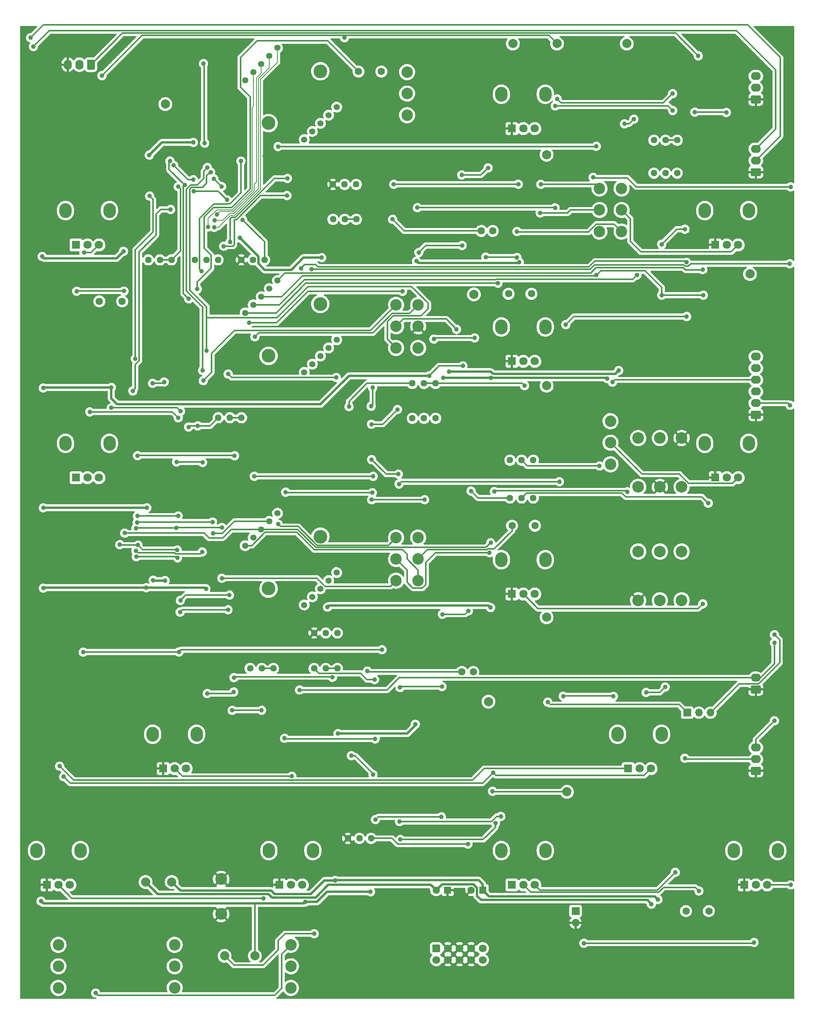
<source format=gtl>
G04 #@! TF.GenerationSoftware,KiCad,Pcbnew,6.0.5+dfsg-1~bpo11+1*
G04 #@! TF.CreationDate,2022-07-16T13:16:06+00:00*
G04 #@! TF.ProjectId,main_VCO_board,6d61696e-5f56-4434-9f5f-626f6172642e,0.1*
G04 #@! TF.SameCoordinates,Original*
G04 #@! TF.FileFunction,Copper,L1,Top*
G04 #@! TF.FilePolarity,Positive*
%FSLAX46Y46*%
G04 Gerber Fmt 4.6, Leading zero omitted, Abs format (unit mm)*
G04 Created by KiCad (PCBNEW 6.0.5+dfsg-1~bpo11+1) date 2022-07-16 13:16:06*
%MOMM*%
%LPD*%
G01*
G04 APERTURE LIST*
G04 #@! TA.AperFunction,ComponentPad*
%ADD10O,2.720000X3.240000*%
G04 #@! TD*
G04 #@! TA.AperFunction,ComponentPad*
%ADD11R,1.800000X1.800000*%
G04 #@! TD*
G04 #@! TA.AperFunction,ComponentPad*
%ADD12C,1.800000*%
G04 #@! TD*
G04 #@! TA.AperFunction,ComponentPad*
%ADD13C,2.500000*%
G04 #@! TD*
G04 #@! TA.AperFunction,ComponentPad*
%ADD14C,3.000000*%
G04 #@! TD*
G04 #@! TA.AperFunction,ComponentPad*
%ADD15C,1.350000*%
G04 #@! TD*
G04 #@! TA.AperFunction,ComponentPad*
%ADD16C,2.000000*%
G04 #@! TD*
G04 #@! TA.AperFunction,ComponentPad*
%ADD17C,1.440000*%
G04 #@! TD*
G04 #@! TA.AperFunction,ComponentPad*
%ADD18C,1.600000*%
G04 #@! TD*
G04 #@! TA.AperFunction,ComponentPad*
%ADD19C,2.600000*%
G04 #@! TD*
G04 #@! TA.AperFunction,ComponentPad*
%ADD20O,2.190000X1.740000*%
G04 #@! TD*
G04 #@! TA.AperFunction,ComponentPad*
%ADD21R,1.600000X1.600000*%
G04 #@! TD*
G04 #@! TA.AperFunction,ComponentPad*
%ADD22O,1.740000X2.190000*%
G04 #@! TD*
G04 #@! TA.AperFunction,ComponentPad*
%ADD23R,1.700000X1.700000*%
G04 #@! TD*
G04 #@! TA.AperFunction,ComponentPad*
%ADD24O,1.700000X1.700000*%
G04 #@! TD*
G04 #@! TA.AperFunction,ComponentPad*
%ADD25C,2.540000*%
G04 #@! TD*
G04 #@! TA.AperFunction,ComponentPad*
%ADD26C,1.700000*%
G04 #@! TD*
G04 #@! TA.AperFunction,ViaPad*
%ADD27C,1.000000*%
G04 #@! TD*
G04 #@! TA.AperFunction,Conductor*
%ADD28C,0.300000*%
G04 #@! TD*
G04 #@! TA.AperFunction,Conductor*
%ADD29C,0.500000*%
G04 #@! TD*
G04 #@! TA.AperFunction,Conductor*
%ADD30C,0.200000*%
G04 #@! TD*
G04 APERTURE END LIST*
D10*
X132868000Y-74034000D03*
X142468000Y-74034000D03*
D11*
X135168000Y-81534000D03*
D12*
X137668000Y-81534000D03*
X140168000Y-81534000D03*
D13*
X251968000Y-129414000D03*
X251968000Y-124714000D03*
X251968000Y-120014000D03*
D10*
X288518000Y-213744000D03*
X278918000Y-213744000D03*
D11*
X281218000Y-221244000D03*
D12*
X283718000Y-221244000D03*
X286218000Y-221244000D03*
D10*
X263118000Y-188344000D03*
X253518000Y-188344000D03*
D11*
X255818000Y-195844000D03*
D12*
X258318000Y-195844000D03*
X260818000Y-195844000D03*
D13*
X205103000Y-154814000D03*
X205103000Y-150114000D03*
X205103000Y-145414000D03*
X209933000Y-154814000D03*
X209933000Y-150114000D03*
X209933000Y-145414000D03*
D10*
X151918000Y-188344000D03*
X161518000Y-188344000D03*
D11*
X154218000Y-195844000D03*
D12*
X156718000Y-195844000D03*
X159218000Y-195844000D03*
D10*
X228118000Y-150244000D03*
X237718000Y-150244000D03*
D11*
X230418000Y-157744000D03*
D12*
X232918000Y-157744000D03*
X235418000Y-157744000D03*
D10*
X228118000Y-48644000D03*
X237718000Y-48644000D03*
D11*
X230418000Y-56144000D03*
D12*
X232918000Y-56144000D03*
X235418000Y-56144000D03*
D14*
X188552672Y-43634963D03*
X177238963Y-54948672D03*
D15*
X172112439Y-45579507D03*
X173880206Y-43811740D03*
X175647973Y-42043973D03*
X177415740Y-40276206D03*
X179183507Y-38508439D03*
X192123561Y-51448493D03*
X190355794Y-53216260D03*
X188588027Y-54984027D03*
X186820260Y-56751794D03*
X185052493Y-58519561D03*
D13*
X205103000Y-104014000D03*
X205103000Y-99314000D03*
X205103000Y-94614000D03*
X209933000Y-104014000D03*
X209933000Y-99314000D03*
X209933000Y-94614000D03*
D10*
X272568000Y-74044000D03*
X282168000Y-74044000D03*
D11*
X274868000Y-81544000D03*
D12*
X277368000Y-81544000D03*
X279868000Y-81544000D03*
D14*
X188552672Y-145234963D03*
X177238963Y-156548672D03*
D15*
X172112439Y-147179507D03*
X173880206Y-145411740D03*
X175647973Y-143643973D03*
X177415740Y-141876206D03*
X179183507Y-140108439D03*
X192123561Y-153048493D03*
X190355794Y-154816260D03*
X188588027Y-156584027D03*
X186820260Y-158351794D03*
X185052493Y-160119561D03*
D13*
X156718000Y-243714000D03*
X156718000Y-239014000D03*
X156718000Y-234314000D03*
D14*
X177238963Y-105748672D03*
X188552672Y-94434963D03*
D15*
X172112439Y-96379507D03*
X173880206Y-94611740D03*
X175647973Y-92843973D03*
X177415740Y-91076206D03*
X179183507Y-89308439D03*
X192123561Y-102248493D03*
X190355794Y-104016260D03*
X188588027Y-105784027D03*
X186820260Y-107551794D03*
X185052493Y-109319561D03*
D10*
X228118000Y-213744000D03*
X237718000Y-213744000D03*
D11*
X230418000Y-221244000D03*
D12*
X232918000Y-221244000D03*
X235418000Y-221244000D03*
D13*
X207518000Y-53214000D03*
X207518000Y-48514000D03*
X207518000Y-43814000D03*
X249553000Y-78614000D03*
X249553000Y-73914000D03*
X249553000Y-69214000D03*
X254383000Y-78614000D03*
X254383000Y-73914000D03*
X254383000Y-69214000D03*
D10*
X126518000Y-213744000D03*
X136118000Y-213744000D03*
D11*
X128818000Y-221244000D03*
D12*
X131318000Y-221244000D03*
X133818000Y-221244000D03*
D13*
X131318000Y-243714000D03*
X131318000Y-239014000D03*
X131318000Y-234314000D03*
X182118000Y-243714000D03*
X182118000Y-239014000D03*
X182118000Y-234314000D03*
D10*
X132868000Y-124844000D03*
X142468000Y-124844000D03*
D11*
X135168000Y-132344000D03*
D12*
X137668000Y-132344000D03*
X140168000Y-132344000D03*
D10*
X272568000Y-124844000D03*
X282168000Y-124844000D03*
D11*
X274868000Y-132344000D03*
D12*
X277368000Y-132344000D03*
X279868000Y-132344000D03*
D10*
X237718000Y-99444000D03*
X228118000Y-99444000D03*
D11*
X230418000Y-106944000D03*
D12*
X232918000Y-106944000D03*
X235418000Y-106944000D03*
D10*
X186918000Y-213744000D03*
X177318000Y-213744000D03*
D11*
X179618000Y-221244000D03*
D12*
X182118000Y-221244000D03*
X184618000Y-221244000D03*
D16*
X167640000Y-236728000D03*
D17*
X173218000Y-173990000D03*
X175758000Y-173990000D03*
X178298000Y-173990000D03*
D16*
X156083000Y-220599000D03*
D18*
X230443400Y-142824200D03*
X235443400Y-142824200D03*
D17*
X229997000Y-136779000D03*
X232537000Y-136779000D03*
X235077000Y-136779000D03*
X194554000Y-211074000D03*
X197094000Y-211074000D03*
X199634000Y-211074000D03*
D16*
X222123000Y-92329000D03*
D19*
X166878000Y-219964000D03*
X166878000Y-227584000D03*
D18*
X268453000Y-226949000D03*
X273453000Y-226949000D03*
G04 #@! TA.AperFunction,ComponentPad*
G36*
G01*
X284563000Y-197212000D02*
X282873000Y-197212000D01*
G75*
G02*
X282623000Y-196962000I0J250000D01*
G01*
X282623000Y-195722000D01*
G75*
G02*
X282873000Y-195472000I250000J0D01*
G01*
X284563000Y-195472000D01*
G75*
G02*
X284813000Y-195722000I0J-250000D01*
G01*
X284813000Y-196962000D01*
G75*
G02*
X284563000Y-197212000I-250000J0D01*
G01*
G37*
G04 #@! TD.AperFunction*
D20*
X283718000Y-193802000D03*
X283718000Y-191262000D03*
D21*
X216368000Y-222386500D03*
D18*
X213868000Y-222386500D03*
G04 #@! TA.AperFunction,ComponentPad*
G36*
G01*
X284563000Y-119488000D02*
X282873000Y-119488000D01*
G75*
G02*
X282623000Y-119238000I0J250000D01*
G01*
X282623000Y-117998000D01*
G75*
G02*
X282873000Y-117748000I250000J0D01*
G01*
X284563000Y-117748000D01*
G75*
G02*
X284813000Y-117998000I0J-250000D01*
G01*
X284813000Y-119238000D01*
G75*
G02*
X284563000Y-119488000I-250000J0D01*
G01*
G37*
G04 #@! TD.AperFunction*
D20*
X283718000Y-116078000D03*
X283718000Y-113538000D03*
X283718000Y-110998000D03*
X283718000Y-108458000D03*
X283718000Y-105918000D03*
G04 #@! TA.AperFunction,ComponentPad*
G36*
G01*
X139300000Y-41339000D02*
X139300000Y-43029000D01*
G75*
G02*
X139050000Y-43279000I-250000J0D01*
G01*
X137810000Y-43279000D01*
G75*
G02*
X137560000Y-43029000I0J250000D01*
G01*
X137560000Y-41339000D01*
G75*
G02*
X137810000Y-41089000I250000J0D01*
G01*
X139050000Y-41089000D01*
G75*
G02*
X139300000Y-41339000I0J-250000D01*
G01*
G37*
G04 #@! TD.AperFunction*
D22*
X135890000Y-42184000D03*
X133350000Y-42184000D03*
D16*
X230632000Y-37592000D03*
D17*
X171283000Y-84796000D03*
X173823000Y-84796000D03*
X176363000Y-84796000D03*
D16*
X255524000Y-37592000D03*
D17*
X261453000Y-65858000D03*
X263993000Y-65858000D03*
X266533000Y-65858000D03*
D16*
X150368000Y-220599000D03*
D17*
X208671000Y-119380000D03*
X211211000Y-119380000D03*
X213751000Y-119380000D03*
D23*
X244323000Y-226944000D03*
D24*
X244323000Y-229484000D03*
D16*
X225298000Y-181229000D03*
X237998000Y-61849000D03*
X174244000Y-236728000D03*
D17*
X166243000Y-119253000D03*
X168783000Y-119253000D03*
X171323000Y-119253000D03*
D16*
X154686000Y-50800000D03*
D18*
X145248000Y-93853000D03*
X140248000Y-93853000D03*
D17*
X161113000Y-84796000D03*
X163653000Y-84796000D03*
X166193000Y-84796000D03*
D18*
X196890000Y-43688000D03*
X201890000Y-43688000D03*
X226229000Y-78486000D03*
X223729000Y-78486000D03*
D16*
X282448000Y-87884000D03*
G04 #@! TA.AperFunction,ComponentPad*
G36*
G01*
X284543000Y-179432000D02*
X282853000Y-179432000D01*
G75*
G02*
X282603000Y-179182000I0J250000D01*
G01*
X282603000Y-177942000D01*
G75*
G02*
X282853000Y-177692000I250000J0D01*
G01*
X284543000Y-177692000D01*
G75*
G02*
X284793000Y-177942000I0J-250000D01*
G01*
X284793000Y-179182000D01*
G75*
G02*
X284543000Y-179432000I-250000J0D01*
G01*
G37*
G04 #@! TD.AperFunction*
D20*
X283698000Y-176022000D03*
G04 #@! TA.AperFunction,ComponentPad*
G36*
G01*
X284563000Y-66529000D02*
X282873000Y-66529000D01*
G75*
G02*
X282623000Y-66279000I0J250000D01*
G01*
X282623000Y-65039000D01*
G75*
G02*
X282873000Y-64789000I250000J0D01*
G01*
X284563000Y-64789000D01*
G75*
G02*
X284813000Y-65039000I0J-250000D01*
G01*
X284813000Y-66279000D01*
G75*
G02*
X284563000Y-66529000I-250000J0D01*
G01*
G37*
G04 #@! TD.AperFunction*
X283718000Y-63119000D03*
X283718000Y-60579000D03*
D23*
X268732000Y-183642000D03*
D24*
X271272000Y-183642000D03*
X273812000Y-183642000D03*
D16*
X240284000Y-37592000D03*
D18*
X221976000Y-174752000D03*
X219476000Y-174752000D03*
D17*
X261453000Y-58674000D03*
X263993000Y-58674000D03*
X266533000Y-58674000D03*
G04 #@! TA.AperFunction,ComponentPad*
G36*
G01*
X284563000Y-50654000D02*
X282873000Y-50654000D01*
G75*
G02*
X282623000Y-50404000I0J250000D01*
G01*
X282623000Y-49164000D01*
G75*
G02*
X282873000Y-48914000I250000J0D01*
G01*
X284563000Y-48914000D01*
G75*
G02*
X284813000Y-49164000I0J-250000D01*
G01*
X284813000Y-50404000D01*
G75*
G02*
X284563000Y-50654000I-250000J0D01*
G01*
G37*
G04 #@! TD.AperFunction*
D20*
X283718000Y-47244000D03*
X283718000Y-44704000D03*
D17*
X187198000Y-173990000D03*
X189738000Y-173990000D03*
X192278000Y-173990000D03*
X150953000Y-84796000D03*
X153493000Y-84796000D03*
X156033000Y-84796000D03*
X187198000Y-166243000D03*
X189738000Y-166243000D03*
X192278000Y-166243000D03*
D25*
X267512800Y-159131000D03*
X262763000Y-159131000D03*
X258013200Y-159131000D03*
X258013200Y-148463000D03*
X262763000Y-148463000D03*
X267512800Y-148463000D03*
D17*
X208661000Y-111760000D03*
X211201000Y-111760000D03*
X213741000Y-111760000D03*
D16*
X237998000Y-162814000D03*
D25*
X267512800Y-134366000D03*
X262763000Y-134366000D03*
X258013200Y-134366000D03*
X258013200Y-123698000D03*
X262763000Y-123698000D03*
X267512800Y-123698000D03*
D16*
X237998000Y-112268000D03*
D17*
X191324000Y-75946000D03*
X193864000Y-75946000D03*
X196404000Y-75946000D03*
D21*
X224028000Y-222386500D03*
D18*
X221528000Y-222386500D03*
G04 #@! TA.AperFunction,ComponentPad*
G36*
G01*
X213268000Y-234236500D02*
X214468000Y-234236500D01*
G75*
G02*
X214718000Y-234486500I0J-250000D01*
G01*
X214718000Y-235686500D01*
G75*
G02*
X214468000Y-235936500I-250000J0D01*
G01*
X213268000Y-235936500D01*
G75*
G02*
X213018000Y-235686500I0J250000D01*
G01*
X213018000Y-234486500D01*
G75*
G02*
X213268000Y-234236500I250000J0D01*
G01*
G37*
G04 #@! TD.AperFunction*
D26*
X213868000Y-237626500D03*
X216408000Y-235086500D03*
X216408000Y-237626500D03*
X218948000Y-235086500D03*
X218948000Y-237626500D03*
X221488000Y-235086500D03*
X221488000Y-237626500D03*
X224028000Y-235086500D03*
X224028000Y-237626500D03*
D18*
X229681400Y-92202000D03*
X234681400Y-92202000D03*
D16*
X242443000Y-200914000D03*
D17*
X230007000Y-128524000D03*
X232547000Y-128524000D03*
X235087000Y-128524000D03*
X191314000Y-68326000D03*
X193854000Y-68326000D03*
X196394000Y-68326000D03*
D27*
X161671000Y-91186000D03*
X287782000Y-166624000D03*
X128016000Y-138938000D03*
X150495000Y-156362400D03*
X145542000Y-82931000D03*
X127508000Y-224790000D03*
X212344000Y-110109000D03*
X127762000Y-84074000D03*
X185232500Y-224964489D03*
X199517000Y-222758000D03*
X151180800Y-61925200D03*
X219710000Y-107950000D03*
X225755200Y-160705800D03*
X128016000Y-156464000D03*
X150622000Y-138938000D03*
X163550600Y-156591000D03*
X190119000Y-160604200D03*
X128016000Y-112776000D03*
X160782000Y-59182000D03*
X142875000Y-112649000D03*
X209296000Y-186182000D03*
X192405000Y-188214000D03*
X209550000Y-85090000D03*
X232044861Y-85344000D03*
X158572200Y-145821400D03*
X260350000Y-54864000D03*
X156057600Y-76454000D03*
X152908000Y-94234000D03*
X131318000Y-152654000D03*
X230378000Y-115824000D03*
X245618000Y-162814000D03*
X257810000Y-232664000D03*
X175768000Y-108204000D03*
X250698000Y-48641000D03*
X286258000Y-87884000D03*
X248158000Y-183642000D03*
X205232000Y-224536000D03*
X251968000Y-133604000D03*
X189738000Y-197104000D03*
X156006800Y-113284000D03*
X177038000Y-129794000D03*
X155803600Y-60401200D03*
X240538000Y-219964000D03*
X188468000Y-129794000D03*
X194564000Y-57404000D03*
X287782000Y-104648000D03*
X194818000Y-124714000D03*
X199898000Y-48514000D03*
X251968000Y-137414000D03*
X231648000Y-62484000D03*
X213868000Y-62484000D03*
X246888000Y-133604000D03*
X214122000Y-202819000D03*
X226034600Y-165709600D03*
X205613000Y-193040000D03*
X165608000Y-47244000D03*
X158699200Y-152882600D03*
X131318000Y-159004000D03*
X216433400Y-218973400D03*
X234188000Y-203454000D03*
X143637000Y-158877000D03*
X198628000Y-103124000D03*
X176403000Y-72771000D03*
X145288000Y-227584000D03*
X187198000Y-65024000D03*
X286258000Y-71374000D03*
X244348000Y-81534000D03*
X207010000Y-202819000D03*
X165633400Y-79502000D03*
X158242000Y-134010400D03*
X248158000Y-193294000D03*
X215519000Y-192913000D03*
X269367000Y-90424000D03*
X170281600Y-167767000D03*
X158115000Y-122936000D03*
X248158000Y-172974000D03*
X198628000Y-145034000D03*
X218948000Y-145034000D03*
X265963400Y-178816000D03*
X244348000Y-76112500D03*
X246888000Y-108204000D03*
X147523200Y-134061200D03*
X176403000Y-62103000D03*
X268655800Y-101041200D03*
X245211600Y-57632600D03*
X227838000Y-82804000D03*
X142748000Y-152654000D03*
X188468000Y-137414000D03*
X246888000Y-113284000D03*
X193548000Y-84836000D03*
X198628000Y-153924000D03*
X216408000Y-172974000D03*
X145288000Y-195834000D03*
X147777200Y-152933400D03*
X255117600Y-219964000D03*
X220345000Y-76581000D03*
X142748000Y-136144000D03*
X189738000Y-200914000D03*
X145288000Y-221234000D03*
X222631000Y-216789000D03*
X286258000Y-82804000D03*
X202438000Y-80264000D03*
X243078000Y-48514000D03*
X144018000Y-67564000D03*
X149707600Y-112318800D03*
X205892400Y-186055000D03*
X205486000Y-121666000D03*
X258445000Y-77343000D03*
X145288000Y-202184000D03*
X155956000Y-68072000D03*
X188468000Y-118364000D03*
X191008000Y-108204000D03*
X128778000Y-67564000D03*
X148285200Y-172313600D03*
X204978000Y-217805000D03*
X248158000Y-200914000D03*
X215392000Y-209042000D03*
X204978000Y-235458000D03*
X128143000Y-178689000D03*
X266369800Y-223139000D03*
X287782000Y-110236000D03*
X198374000Y-230378000D03*
X262128000Y-109474000D03*
X212598000Y-57404000D03*
X221488000Y-115824000D03*
X218948000Y-48514000D03*
X205486000Y-165608000D03*
X128143000Y-202184000D03*
X234188000Y-172974000D03*
X177038000Y-137414000D03*
X245618000Y-159004000D03*
X162509200Y-118973600D03*
X225298000Y-91694000D03*
X218948000Y-151384000D03*
X262128000Y-113284000D03*
X265176000Y-232664000D03*
X150876000Y-59486800D03*
X234188000Y-193294000D03*
X189738000Y-185674000D03*
X252095000Y-54610000D03*
X234188000Y-179324000D03*
X248158000Y-219964000D03*
X230124000Y-70358000D03*
X215773000Y-131699000D03*
X258064000Y-180340000D03*
X208534000Y-76581000D03*
X147066000Y-123698000D03*
X131318000Y-109474000D03*
X247650000Y-100076000D03*
X142748000Y-142494000D03*
X212979000Y-182372000D03*
X159258000Y-47244000D03*
X156464000Y-72136000D03*
X244348000Y-70104000D03*
X131318000Y-136144000D03*
X209931000Y-70231000D03*
X246888000Y-137414000D03*
X198628000Y-98044000D03*
X204978000Y-172974000D03*
X177038000Y-118364000D03*
X219202000Y-104648000D03*
X157988000Y-181864000D03*
X147853400Y-160451800D03*
X256794000Y-102362000D03*
X128778000Y-86614000D03*
X128778000Y-80264000D03*
X131318000Y-115824000D03*
X131318000Y-142494000D03*
X145288000Y-178689000D03*
X171958000Y-194564000D03*
X170688000Y-92964000D03*
X248285000Y-91440000D03*
X139446000Y-244856000D03*
X157503510Y-119253000D03*
X138176000Y-117983000D03*
X147574000Y-113411000D03*
X155829000Y-73787000D03*
X151257000Y-70866000D03*
X148121500Y-106362500D03*
X291198300Y-116522500D03*
X291328000Y-221244000D03*
X162966400Y-111175800D03*
X219456000Y-66268600D03*
X225196400Y-64719200D03*
X204343000Y-75946000D03*
X219532200Y-81661000D03*
X210083400Y-83159600D03*
X199898000Y-135636000D03*
X180975000Y-135509000D03*
X263169400Y-92506800D03*
X248843800Y-88138000D03*
X272248500Y-92506800D03*
X236728000Y-68326000D03*
X169621200Y-179120800D03*
X179324000Y-142494000D03*
X163830000Y-179476400D03*
X220878400Y-161453700D03*
X215214200Y-162153600D03*
X198805800Y-174574200D03*
X215138000Y-177927000D03*
X205967461Y-178141500D03*
X165100000Y-144526000D03*
X225780600Y-146558000D03*
X145796000Y-144449800D03*
X233172000Y-112268000D03*
X257708400Y-88138000D03*
X220802200Y-212318600D03*
X215011000Y-206375000D03*
X200609200Y-206959200D03*
X226822000Y-207721200D03*
X206019400Y-211328000D03*
X205867000Y-207391000D03*
X227990400Y-206273400D03*
X195326000Y-193040000D03*
X200059312Y-197143500D03*
X200533000Y-189357000D03*
X180721000Y-189230000D03*
X221488000Y-135255000D03*
X231527291Y-78592290D03*
X191762878Y-220284500D03*
X262305800Y-224409000D03*
X154432000Y-111455200D03*
X154609800Y-154813000D03*
X211328000Y-137160000D03*
X199771000Y-137160000D03*
X152019000Y-154711400D03*
X151892000Y-111760000D03*
X253746000Y-108966000D03*
X216662000Y-109220000D03*
X260883400Y-225425000D03*
X257048000Y-54102000D03*
X263906000Y-178054000D03*
X251206000Y-110677500D03*
X259740400Y-179222400D03*
X255016000Y-55118000D03*
X225780600Y-110515400D03*
X215366600Y-110515400D03*
X170942000Y-80010000D03*
X187198000Y-231902000D03*
X188849000Y-84328000D03*
X238252000Y-181356000D03*
X184313398Y-86650398D03*
X268605000Y-85344000D03*
X226187000Y-200787000D03*
X162560000Y-87249000D03*
X171196000Y-63246000D03*
X242189000Y-98933000D03*
X268605000Y-97155000D03*
X272117067Y-86948275D03*
X287782000Y-185420002D03*
X186607020Y-86796024D03*
X291109400Y-85648800D03*
X268198600Y-193573400D03*
X248158000Y-66802000D03*
X184018990Y-178662666D03*
X291338000Y-68859400D03*
X287782000Y-168402000D03*
X125857000Y-38227000D03*
X125222000Y-36322000D03*
X252374400Y-111506000D03*
X271145000Y-40259000D03*
X163017200Y-41960800D03*
X163282500Y-59309000D03*
X268224000Y-78105000D03*
X263144000Y-81407000D03*
X199720200Y-120675400D03*
X205409800Y-117449600D03*
X199771000Y-128397000D03*
X199974200Y-112699800D03*
X199644000Y-116763800D03*
X205613000Y-131572000D03*
X179324000Y-60071000D03*
X136880600Y-83235800D03*
X226314000Y-196723000D03*
X248854000Y-60005000D03*
X132461000Y-197612000D03*
X155683535Y-63224132D03*
X158939900Y-68503800D03*
X159800312Y-93310688D03*
X157480000Y-68834000D03*
X181356000Y-67030600D03*
X168808400Y-80924400D03*
X135319900Y-91643200D03*
X145643600Y-91617800D03*
X167436800Y-81813400D03*
X181254400Y-70764400D03*
X176149000Y-224153011D03*
X182319989Y-197524500D03*
X156464000Y-64135000D03*
X160782000Y-67310000D03*
X162737800Y-148564600D03*
X162814000Y-129032000D03*
X163862500Y-64639409D03*
X148234400Y-148336000D03*
X157124400Y-128905000D03*
X162814000Y-108966000D03*
X166965000Y-68794000D03*
X165307832Y-67136832D03*
X142875000Y-117094000D03*
X157988000Y-117856000D03*
X266116000Y-218491000D03*
X271272000Y-222554800D03*
X283337000Y-233781600D03*
X246151400Y-233959400D03*
X163703000Y-104648000D03*
X164998400Y-142036800D03*
X148539200Y-142087600D03*
X164592000Y-65659000D03*
X224688400Y-84175600D03*
X231800400Y-68275200D03*
X218313000Y-99949000D03*
X231516143Y-84267309D03*
X204597000Y-68300600D03*
X205740000Y-133731000D03*
X240792000Y-133223000D03*
X209753200Y-73406000D03*
X239840000Y-73431400D03*
X168376600Y-161188400D03*
X157911800Y-161671000D03*
X172974000Y-98552000D03*
X206502000Y-91694000D03*
X174244000Y-101600000D03*
X157964500Y-159131000D03*
X168706800Y-157962600D03*
X175717200Y-183108600D03*
X169291000Y-183134000D03*
X157099000Y-143306800D03*
X167030400Y-143205200D03*
X167030400Y-154279600D03*
X148234400Y-143383000D03*
X225512409Y-148730158D03*
X200406000Y-176428400D03*
X136753600Y-170434000D03*
X202031600Y-169900600D03*
X157632400Y-170383200D03*
X194818000Y-116840000D03*
X241630200Y-180035200D03*
X252603000Y-180086000D03*
X236601000Y-74549000D03*
X273315300Y-137922000D03*
X226568000Y-135382000D03*
X255617252Y-135453358D03*
X249555000Y-129794000D03*
X239903000Y-51181000D03*
X265557000Y-52197000D03*
X265557000Y-48514000D03*
X240284000Y-49657000D03*
X272135600Y-159893000D03*
X277266400Y-52628800D03*
X270383000Y-52552600D03*
X169672000Y-175996600D03*
X168402000Y-109728000D03*
X192024000Y-110490000D03*
X191198350Y-175909011D03*
X193810489Y-36330489D03*
X140843000Y-44577000D03*
X131572000Y-195326000D03*
X171577000Y-76073000D03*
X159766000Y-121285000D03*
X161747200Y-121031000D03*
X169810342Y-127555033D03*
X148615400Y-127533400D03*
X164044500Y-77597000D03*
X165989000Y-74930000D03*
X165481000Y-76200000D03*
X165354000Y-77724000D03*
X157271042Y-148118700D03*
X148717000Y-147066000D03*
X144729200Y-146964400D03*
X148590000Y-140716000D03*
X157480000Y-140716000D03*
X157350943Y-149817701D03*
X148336000Y-149606000D03*
X168169738Y-71723235D03*
X160869500Y-69810000D03*
X174117000Y-132029200D03*
X200101200Y-132054600D03*
X222250000Y-101854000D03*
X213360000Y-102108000D03*
X227370000Y-89890600D03*
D28*
X173228000Y-69342000D02*
X173228000Y-49276000D01*
X164722511Y-86610489D02*
X164722511Y-83823511D01*
X173228000Y-49276000D02*
X171087928Y-47135928D01*
X174752000Y-36957000D02*
X190159000Y-36957000D01*
X165227000Y-73406000D02*
X169164000Y-73406000D01*
X190159000Y-36957000D02*
X196890000Y-43688000D01*
X163195000Y-75438000D02*
X165227000Y-73406000D01*
X164722511Y-83823511D02*
X163195000Y-82296000D01*
X161671000Y-89662000D02*
X164722511Y-86610489D01*
X163195000Y-82296000D02*
X163195000Y-75438000D01*
X171087928Y-40621072D02*
X174752000Y-36957000D01*
X171087928Y-47135928D02*
X171087928Y-40621072D01*
X169164000Y-73406000D02*
X173228000Y-69342000D01*
X161671000Y-91186000D02*
X161671000Y-89662000D01*
X288959312Y-172710349D02*
X288959312Y-167801312D01*
X288959312Y-167801312D02*
X287782000Y-166624000D01*
X273812000Y-183642000D02*
X280111520Y-177342480D01*
X284327181Y-177342480D02*
X288959312Y-172710349D01*
X280111520Y-177342480D02*
X284327181Y-177342480D01*
D29*
X163322000Y-156362400D02*
X163550600Y-156591000D01*
D28*
X174244000Y-236728000D02*
X174244000Y-225298000D01*
D29*
X127508000Y-224790000D02*
X128016000Y-225298000D01*
X150622000Y-138938000D02*
X128016000Y-138938000D01*
X128117600Y-156362400D02*
X128016000Y-156464000D01*
X150495000Y-156362400D02*
X163322000Y-156362400D01*
D28*
X219710000Y-107950000D02*
X214503000Y-107950000D01*
D29*
X184898989Y-225298000D02*
X185232500Y-224964489D01*
X190449200Y-160274000D02*
X225323400Y-160274000D01*
X209296000Y-186436000D02*
X209296000Y-186182000D01*
X212344000Y-110109000D02*
X194818000Y-110109000D01*
X225323400Y-160274000D02*
X225755200Y-160705800D01*
X153924000Y-59182000D02*
X151180800Y-61925200D01*
X188595000Y-116332000D02*
X144145000Y-116332000D01*
X142875000Y-115062000D02*
X142875000Y-112649000D01*
X144018000Y-84455000D02*
X128143000Y-84455000D01*
X190119000Y-160604200D02*
X190449200Y-160274000D01*
X199517000Y-222758000D02*
X189992000Y-222758000D01*
X187785511Y-224964489D02*
X185232500Y-224964489D01*
X207518000Y-188214000D02*
X209296000Y-186436000D01*
X189992000Y-222758000D02*
X187785511Y-224964489D01*
X128143000Y-84455000D02*
X127762000Y-84074000D01*
X128016000Y-225298000D02*
X174244000Y-225298000D01*
X209550000Y-85090000D02*
X209970500Y-85510500D01*
X160782000Y-59182000D02*
X153924000Y-59182000D01*
X128143000Y-112649000D02*
X128016000Y-112776000D01*
X145542000Y-82931000D02*
X144018000Y-84455000D01*
X192405000Y-188214000D02*
X207518000Y-188214000D01*
X142875000Y-112649000D02*
X128143000Y-112649000D01*
X209970500Y-85510500D02*
X231878361Y-85510500D01*
X194818000Y-110109000D02*
X188595000Y-116332000D01*
X150495000Y-156362400D02*
X128117600Y-156362400D01*
X144145000Y-116332000D02*
X142875000Y-115062000D01*
X231878361Y-85510500D02*
X232044861Y-85344000D01*
D28*
X214503000Y-107950000D02*
X212344000Y-110109000D01*
D29*
X174244000Y-225298000D02*
X184898989Y-225298000D01*
D28*
X139903511Y-245313511D02*
X178612489Y-245313511D01*
X180086000Y-243840000D02*
X180086000Y-236346000D01*
X139446000Y-244856000D02*
X139903511Y-245313511D01*
X178612489Y-245313511D02*
X180086000Y-243840000D01*
X180086000Y-236346000D02*
X182118000Y-234314000D01*
X138176000Y-117983000D02*
X156233510Y-117983000D01*
X156233510Y-117983000D02*
X157503510Y-119253000D01*
X147574000Y-113411000D02*
X148082000Y-112903000D01*
X152654000Y-74803000D02*
X153670000Y-73787000D01*
X152654000Y-79375000D02*
X152654000Y-74803000D01*
X148082000Y-112903000D02*
X148082000Y-107696000D01*
X148082000Y-107696000D02*
X148971000Y-106807000D01*
X148971000Y-83058000D02*
X152654000Y-79375000D01*
X148971000Y-106807000D02*
X148971000Y-83058000D01*
X153670000Y-73787000D02*
X155829000Y-73787000D01*
X148121500Y-82637500D02*
X148121500Y-106362500D01*
X152022511Y-71631511D02*
X152022511Y-78736489D01*
X152022511Y-78736489D02*
X148121500Y-82637500D01*
X151257000Y-70866000D02*
X152022511Y-71631511D01*
X290753800Y-116078000D02*
X283718000Y-116078000D01*
X286218000Y-221244000D02*
X291328000Y-221244000D01*
X291198300Y-116522500D02*
X290753800Y-116078000D01*
X164795200Y-109347000D02*
X162966400Y-111175800D01*
X169765111Y-100236889D02*
X164795200Y-105206800D01*
X164795200Y-105206800D02*
X164795200Y-109347000D01*
X199480111Y-100236889D02*
X169765111Y-100236889D01*
X205103000Y-94614000D02*
X199480111Y-100236889D01*
X223647000Y-66268600D02*
X225196400Y-64719200D01*
X219456000Y-66268600D02*
X223647000Y-66268600D01*
X206883000Y-78486000D02*
X223729000Y-78486000D01*
X204343000Y-75946000D02*
X206883000Y-78486000D01*
X211582000Y-81661000D02*
X219532200Y-81661000D01*
X210083400Y-83159600D02*
X211582000Y-81661000D01*
X180975000Y-135509000D02*
X181102000Y-135636000D01*
X181102000Y-135636000D02*
X199898000Y-135636000D01*
X248697872Y-88283928D02*
X248843800Y-88138000D01*
X248920000Y-88138000D02*
X249885200Y-87172800D01*
X248843800Y-88138000D02*
X248920000Y-88138000D01*
X259537200Y-87172800D02*
X263169400Y-90805000D01*
X263169400Y-90805000D02*
X263169400Y-92506800D01*
X263169400Y-92506800D02*
X272248500Y-92506800D01*
X175647973Y-92843973D02*
X180104427Y-92843973D01*
X263993000Y-58674000D02*
X266533000Y-58674000D01*
X249885200Y-87172800D02*
X259537200Y-87172800D01*
X184664472Y-88283928D02*
X248697872Y-88283928D01*
X180104427Y-92843973D02*
X184664472Y-88283928D01*
X248665000Y-68326000D02*
X249553000Y-69214000D01*
X236728000Y-68326000D02*
X248665000Y-68326000D01*
X224961519Y-148083496D02*
X211963504Y-148083496D01*
X230443400Y-142824200D02*
X230443400Y-143955570D01*
X226537148Y-147861822D02*
X225183194Y-147861822D01*
X225183194Y-147861822D02*
X224961519Y-148083496D01*
X211963504Y-148083496D02*
X209933000Y-150114000D01*
X230443400Y-143955570D02*
X226537148Y-147861822D01*
X179832000Y-143002000D02*
X183704104Y-143002000D01*
X169621200Y-179120800D02*
X169265600Y-179476400D01*
X203432526Y-147084474D02*
X205103000Y-145414000D01*
X169265600Y-179476400D02*
X163830000Y-179476400D01*
X183704104Y-143002000D02*
X187786578Y-147084474D01*
X179324000Y-142494000D02*
X179832000Y-143002000D01*
X187786578Y-147084474D02*
X203432526Y-147084474D01*
X220178500Y-162153600D02*
X220878400Y-161453700D01*
X215214200Y-162153600D02*
X220178500Y-162153600D01*
X198983600Y-174752000D02*
X198805800Y-174574200D01*
X219476000Y-174752000D02*
X198983600Y-174752000D01*
X206181961Y-177927000D02*
X205967461Y-178141500D01*
X215138000Y-177927000D02*
X206181961Y-177927000D01*
X167132000Y-144526000D02*
X169781794Y-141876206D01*
X169781794Y-141876206D02*
X177415740Y-141876206D01*
X165100000Y-144526000D02*
X167132000Y-144526000D01*
X211201000Y-111760000D02*
X213741000Y-111760000D01*
X175647973Y-143643973D02*
X183572773Y-143643973D01*
X224754615Y-147583985D02*
X225780600Y-146558000D01*
X187512785Y-147583985D02*
X224754615Y-147583985D01*
X163169600Y-144449800D02*
X164236400Y-145516600D01*
X232664000Y-111760000D02*
X213741000Y-111760000D01*
X167208200Y-145516600D02*
X169080827Y-143643973D01*
X183572773Y-143643973D02*
X187512785Y-147583985D01*
X145796000Y-144449800D02*
X163169600Y-144449800D01*
X233172000Y-112268000D02*
X232664000Y-111760000D01*
X169080827Y-143643973D02*
X175647973Y-143643973D01*
X164236400Y-145516600D02*
X167208200Y-145516600D01*
X257708400Y-88138000D02*
X256805300Y-89041100D01*
X185089800Y-89154000D02*
X179632060Y-94611740D01*
X227018125Y-89041100D02*
X226905225Y-89154000D01*
X256805300Y-89041100D02*
X227018125Y-89041100D01*
X226905225Y-89154000D02*
X185089800Y-89154000D01*
X179632060Y-94611740D02*
X173880206Y-94611740D01*
X204190600Y-211074000D02*
X205384400Y-212267800D01*
X205435200Y-212318600D02*
X220802200Y-212318600D01*
X205384400Y-212267800D02*
X205435200Y-212318600D01*
X199634000Y-211074000D02*
X204190600Y-211074000D01*
X200609200Y-206959200D02*
X201193400Y-206375000D01*
X201193400Y-206375000D02*
X215011000Y-206375000D01*
X224155000Y-211328000D02*
X226822000Y-208661000D01*
X226822000Y-208661000D02*
X226822000Y-207721200D01*
X206019400Y-211328000D02*
X224155000Y-211328000D01*
X225950823Y-207391000D02*
X205867000Y-207391000D01*
X227068423Y-206273400D02*
X225950823Y-207391000D01*
X227990400Y-206273400D02*
X227068423Y-206273400D01*
X200059312Y-196955728D02*
X200059312Y-197143500D01*
X196143584Y-193040000D02*
X200059312Y-196955728D01*
X195326000Y-193040000D02*
X196143584Y-193040000D01*
X180721000Y-189230000D02*
X180848000Y-189357000D01*
X180848000Y-189357000D02*
X200533000Y-189357000D01*
X229997000Y-136779000D02*
X223012000Y-136779000D01*
X223012000Y-136779000D02*
X221488000Y-135255000D01*
X252783489Y-77014489D02*
X248890460Y-77014489D01*
X231675001Y-78740000D02*
X231527291Y-78592290D01*
X254383000Y-78614000D02*
X252783489Y-77014489D01*
X248890460Y-77014489D02*
X247164949Y-78740000D01*
X247164949Y-78740000D02*
X231675001Y-78740000D01*
X199771000Y-137160000D02*
X211328000Y-137160000D01*
D29*
X177800000Y-222504000D02*
X157988000Y-222504000D01*
X191762878Y-220284500D02*
X189417500Y-220284500D01*
X191829378Y-220218000D02*
X191762878Y-220284500D01*
X226335996Y-109728000D02*
X252984000Y-109728000D01*
X225827996Y-109220000D02*
X226335996Y-109728000D01*
D28*
X152120600Y-154813000D02*
X152019000Y-154711400D01*
D29*
X224028000Y-222386500D02*
X224028000Y-221086500D01*
X154609800Y-154813000D02*
X152120600Y-154813000D01*
X189417500Y-220284500D02*
X186436000Y-223266000D01*
D28*
X151892000Y-111760000D02*
X154127200Y-111760000D01*
X154127200Y-111760000D02*
X154432000Y-111455200D01*
D29*
X216662000Y-109220000D02*
X225827996Y-109220000D01*
X252984000Y-109728000D02*
X253746000Y-108966000D01*
X178562000Y-223266000D02*
X177800000Y-222504000D01*
X157988000Y-222504000D02*
X156083000Y-220599000D01*
X223159500Y-220218000D02*
X191829378Y-220218000D01*
X224028000Y-222386500D02*
X225415500Y-223774000D01*
X261670800Y-223774000D02*
X262305800Y-224409000D01*
X225415500Y-223774000D02*
X261670800Y-223774000D01*
X186436000Y-223266000D02*
X178562000Y-223266000D01*
X224028000Y-221086500D02*
X223159500Y-220218000D01*
D28*
X255016000Y-55118000D02*
X256032000Y-55118000D01*
D29*
X213868000Y-222386500D02*
X215117511Y-221136989D01*
X215117511Y-221136989D02*
X222045565Y-221136989D01*
D28*
X259740400Y-179222400D02*
X262737600Y-179222400D01*
D29*
X213868000Y-222386500D02*
X212715500Y-221234000D01*
X190246000Y-221234000D02*
X187514490Y-223965510D01*
X187514490Y-223965510D02*
X177991510Y-223965510D01*
D28*
X251206000Y-110577500D02*
X251206000Y-110677500D01*
X251143900Y-110515400D02*
X251206000Y-110577500D01*
D29*
X215366600Y-110515400D02*
X251143900Y-110515400D01*
X259994400Y-224536000D02*
X260883400Y-225425000D01*
X222778489Y-223636011D02*
X223678478Y-224536000D01*
X212715500Y-221234000D02*
X190246000Y-221234000D01*
X223678478Y-224536000D02*
X259994400Y-224536000D01*
X222045565Y-221136989D02*
X222778489Y-221869913D01*
X222778489Y-221869913D02*
X222778489Y-223636011D01*
X152972510Y-223203510D02*
X150368000Y-220599000D01*
X177991510Y-223965510D02*
X177229511Y-223203511D01*
D28*
X262737600Y-179222400D02*
X263906000Y-178054000D01*
X256032000Y-55118000D02*
X257048000Y-54102000D01*
D29*
X177229511Y-223203511D02*
X152972510Y-223203510D01*
D28*
X167640000Y-236728000D02*
X169672000Y-238760000D01*
D29*
X182181500Y-86995000D02*
X184848500Y-84328000D01*
X184848500Y-84328000D02*
X188849000Y-84328000D01*
X176403000Y-86995000D02*
X182181500Y-86995000D01*
D28*
X179324000Y-233426000D02*
X180848000Y-231902000D01*
X176022000Y-238760000D02*
X179324000Y-235458000D01*
X169672000Y-238760000D02*
X176022000Y-238760000D01*
D29*
X170942000Y-80010000D02*
X175006000Y-84074000D01*
X175006000Y-85598000D02*
X176403000Y-86995000D01*
X175006000Y-84074000D02*
X175006000Y-85598000D01*
D28*
X179324000Y-235458000D02*
X179324000Y-233426000D01*
X180848000Y-231902000D02*
X187198000Y-231902000D01*
X266954000Y-181864000D02*
X268732000Y-183642000D01*
X238252000Y-181356000D02*
X238760000Y-181864000D01*
X238760000Y-181864000D02*
X266954000Y-181864000D01*
X242443000Y-200914000D02*
X226314000Y-200914000D01*
X268351000Y-85090000D02*
X248539000Y-85090000D01*
X243967000Y-97155000D02*
X268605000Y-97155000D01*
X171196000Y-70192394D02*
X168862905Y-72525489D01*
X268605000Y-85344000D02*
X268351000Y-85090000D01*
X171196000Y-63246000D02*
X171196000Y-70192394D01*
X162187489Y-86876489D02*
X162560000Y-87249000D01*
X188087000Y-86360000D02*
X187579000Y-85852000D01*
X247269000Y-86360000D02*
X188087000Y-86360000D01*
X185111796Y-85852000D02*
X184313398Y-86650398D01*
X162187489Y-75739096D02*
X162187489Y-86876489D01*
X248539000Y-85090000D02*
X247269000Y-86360000D01*
X242189000Y-98933000D02*
X243967000Y-97155000D01*
X168862905Y-72525489D02*
X168449095Y-72525489D01*
X226314000Y-200914000D02*
X226187000Y-200787000D01*
X168322095Y-72652489D02*
X165274095Y-72652489D01*
X187579000Y-85852000D02*
X185111796Y-85852000D01*
X165274095Y-72652489D02*
X162187489Y-75739096D01*
X168449095Y-72525489D02*
X168322095Y-72652489D01*
X272066860Y-86998482D02*
X272117067Y-86948275D01*
X180785746Y-87706200D02*
X247624600Y-87706200D01*
X267891008Y-86537800D02*
X268351690Y-86998482D01*
X248793000Y-86537800D02*
X267891008Y-86537800D01*
X247624600Y-87706200D02*
X248793000Y-86537800D01*
X179183507Y-89308439D02*
X180785746Y-87706200D01*
X268351690Y-86998482D02*
X272066860Y-86998482D01*
X247475904Y-86859511D02*
X186670507Y-86859511D01*
X267999124Y-85939501D02*
X248395914Y-85939501D01*
X248395914Y-85939501D02*
X247475904Y-86859511D01*
X186670507Y-86859511D02*
X186607020Y-86796024D01*
X269501577Y-85648800D02*
X268956876Y-86193501D01*
X283718000Y-191262000D02*
X283718000Y-189484002D01*
X283718000Y-189484002D02*
X287782000Y-185420002D01*
X268956876Y-86193501D02*
X268253124Y-86193501D01*
X291109400Y-85648800D02*
X269501577Y-85648800D01*
X268253124Y-86193501D02*
X267999124Y-85939501D01*
X268198600Y-193573400D02*
X268427200Y-193802000D01*
X268427200Y-193802000D02*
X283718000Y-193802000D01*
X283698000Y-176022000D02*
X205790800Y-176022000D01*
X184045324Y-178689000D02*
X184018990Y-178662666D01*
X257581400Y-68859400D02*
X291338000Y-68859400D01*
X248283511Y-66927511D02*
X255649511Y-66927511D01*
X284734000Y-176022000D02*
X287782000Y-172974000D01*
X283698000Y-176022000D02*
X284734000Y-176022000D01*
X287782000Y-172974000D02*
X287782000Y-168402000D01*
X248158000Y-66802000D02*
X248283511Y-66927511D01*
X255649511Y-66927511D02*
X257581400Y-68859400D01*
X205790800Y-176022000D02*
X203123800Y-178689000D01*
X203123800Y-178689000D02*
X184045324Y-178689000D01*
X288036000Y-43307000D02*
X288036000Y-56261000D01*
X129286000Y-34798000D02*
X279527000Y-34798000D01*
X288036000Y-56261000D02*
X283718000Y-60579000D01*
X125857000Y-38227000D02*
X129286000Y-34798000D01*
X279527000Y-34798000D02*
X288036000Y-43307000D01*
X281940000Y-33528000D02*
X289052000Y-40640000D01*
X128016000Y-33528000D02*
X281940000Y-33528000D01*
X283718000Y-63119000D02*
X289052000Y-57785000D01*
X289052000Y-57785000D02*
X289052000Y-40640000D01*
X128016000Y-33528000D02*
X125222000Y-36322000D01*
X252882400Y-110998000D02*
X252374400Y-111506000D01*
X283718000Y-110998000D02*
X252882400Y-110998000D01*
X145316489Y-35297511D02*
X138430000Y-42184000D01*
X266183511Y-35297511D02*
X145316489Y-35297511D01*
X271145000Y-40259000D02*
X266183511Y-35297511D01*
X163169600Y-42113200D02*
X163169600Y-59196100D01*
X163017200Y-41960800D02*
X163169600Y-42113200D01*
X163169600Y-59196100D02*
X163282500Y-59309000D01*
X268224000Y-78105000D02*
X266446000Y-78105000D01*
X266446000Y-78105000D02*
X263144000Y-81407000D01*
X202184000Y-120675400D02*
X199720200Y-120675400D01*
X205409800Y-117449600D02*
X202184000Y-120675400D01*
X199644000Y-116763800D02*
X199974200Y-116433600D01*
X202946000Y-131572000D02*
X199771000Y-128397000D01*
X205613000Y-131572000D02*
X202946000Y-131572000D01*
X199974200Y-116433600D02*
X199974200Y-112699800D01*
X248788000Y-60071000D02*
X248854000Y-60005000D01*
X138466200Y-83235800D02*
X136880600Y-83235800D01*
X226949000Y-197358000D02*
X226314000Y-196723000D01*
X259304000Y-197358000D02*
X226949000Y-197358000D01*
X260818000Y-195844000D02*
X259304000Y-197358000D01*
X132461000Y-197612000D02*
X133849511Y-199000511D01*
X133849511Y-199000511D02*
X224036489Y-199000511D01*
X224036489Y-199000511D02*
X226314000Y-196723000D01*
X179324000Y-60071000D02*
X248788000Y-60071000D01*
X140168000Y-81534000D02*
X138466200Y-83235800D01*
X155487499Y-63420168D02*
X155487499Y-65063499D01*
X158623000Y-92133376D02*
X158623000Y-68820700D01*
X158623000Y-68820700D02*
X158939900Y-68503800D01*
X159800312Y-93310688D02*
X158623000Y-92133376D01*
X158927800Y-68503800D02*
X158939900Y-68503800D01*
X155487499Y-65063499D02*
X158927800Y-68503800D01*
X155683535Y-63224132D02*
X155487499Y-63420168D01*
X157988000Y-69342000D02*
X157480000Y-68834000D01*
X156033000Y-84796000D02*
X157988000Y-82841000D01*
X153493000Y-84796000D02*
X156033000Y-84796000D01*
X157988000Y-82841000D02*
X157988000Y-69342000D01*
X168808400Y-75838996D02*
X168808400Y-80924400D01*
X170032840Y-75503552D02*
X169905840Y-75503552D01*
X178505792Y-67030600D02*
X170032840Y-75503552D01*
X169905838Y-75503554D02*
X169143842Y-75503554D01*
X169905840Y-75503552D02*
X169905838Y-75503554D01*
X181356000Y-67030600D02*
X178505792Y-67030600D01*
X169143842Y-75503554D02*
X168808400Y-75838996D01*
X169748200Y-81534000D02*
X169468800Y-81813400D01*
X145643600Y-91617800D02*
X135345300Y-91617800D01*
X169858736Y-76003064D02*
X169748200Y-76113600D01*
X169468800Y-81813400D02*
X167436800Y-81813400D01*
X170239743Y-76003064D02*
X169858736Y-76003064D01*
X181254400Y-70764400D02*
X175478407Y-70764400D01*
X135345300Y-91617800D02*
X135319900Y-91643200D01*
X175478407Y-70764400D02*
X170239743Y-76003064D01*
X169748200Y-76113600D02*
X169748200Y-81534000D01*
X131318000Y-221244000D02*
X134227011Y-224153011D01*
X134227011Y-224153011D02*
X176149000Y-224153011D01*
X156718000Y-195844000D02*
X158398500Y-197524500D01*
X158398500Y-197524500D02*
X182319989Y-197524500D01*
X156464000Y-64135000D02*
X159639000Y-67310000D01*
X159639000Y-67310000D02*
X160782000Y-67310000D01*
X161671000Y-68453000D02*
X163068000Y-67056000D01*
X162814000Y-95123000D02*
X159258000Y-91567000D01*
X148654705Y-148756305D02*
X148234400Y-148336000D01*
X160192077Y-68453000D02*
X161671000Y-68453000D01*
X156919166Y-148968201D02*
X156707270Y-148756305D01*
X159258000Y-91567000D02*
X159258000Y-69387077D01*
X162334199Y-148968201D02*
X156919166Y-148968201D01*
X162814000Y-108966000D02*
X162814000Y-95123000D01*
X162687000Y-128905000D02*
X157124400Y-128905000D01*
X156707270Y-148756305D02*
X148654705Y-148756305D01*
X162737800Y-148564600D02*
X162334199Y-148968201D01*
X159258000Y-69387077D02*
X160192077Y-68453000D01*
X163068000Y-67056000D02*
X163068000Y-65433909D01*
X163068000Y-65433909D02*
X163862500Y-64639409D01*
X166965000Y-68794000D02*
X165307832Y-67136832D01*
X157226000Y-117094000D02*
X157988000Y-117856000D01*
X142875000Y-117094000D02*
X157226000Y-117094000D01*
X236525600Y-222351600D02*
X262255400Y-222351600D01*
X235418000Y-221244000D02*
X236525600Y-222351600D01*
X262255400Y-222351600D02*
X266116000Y-218491000D01*
X262462305Y-222851111D02*
X263546016Y-221767400D01*
X232918000Y-221244000D02*
X234525111Y-222851111D01*
X270484600Y-221767400D02*
X271272000Y-222554800D01*
X263546016Y-221767400D02*
X270484600Y-221767400D01*
X234525111Y-222851111D02*
X262462305Y-222851111D01*
X246151400Y-233959400D02*
X283159200Y-233959400D01*
X283159200Y-233959400D02*
X283337000Y-233781600D01*
X168783000Y-119253000D02*
X171323000Y-119253000D01*
X163703000Y-68072000D02*
X163703000Y-66421000D01*
X163703000Y-104648000D02*
X163703000Y-97383600D01*
X162822489Y-68952511D02*
X163703000Y-68072000D01*
X160020000Y-69342000D02*
X160409489Y-68952511D01*
X185826400Y-90652600D02*
X179074982Y-97404018D01*
X163703000Y-95051584D02*
X160020000Y-91368584D01*
X212090000Y-95504000D02*
X212090000Y-94244475D01*
X212090000Y-94244475D02*
X208498125Y-90652600D01*
X179074982Y-97404018D02*
X163723418Y-97404018D01*
X203200000Y-98298000D02*
X204470000Y-97028000D01*
X208498125Y-90652600D02*
X185826400Y-90652600D01*
X148590000Y-142036800D02*
X148539200Y-142087600D01*
X205103000Y-104014000D02*
X203200000Y-102111000D01*
X160409489Y-68952511D02*
X162822489Y-68952511D01*
X204470000Y-97028000D02*
X210566000Y-97028000D01*
X164465000Y-65659000D02*
X164592000Y-65659000D01*
X210566000Y-97028000D02*
X212090000Y-95504000D01*
X163723418Y-97404018D02*
X163703000Y-97383600D01*
X203200000Y-102111000D02*
X203200000Y-98298000D01*
X163703000Y-97383600D02*
X163703000Y-95051584D01*
X163703000Y-66421000D02*
X164465000Y-65659000D01*
X160020000Y-91368584D02*
X160020000Y-69342000D01*
X164998400Y-142036800D02*
X148590000Y-142036800D01*
X224688400Y-84175600D02*
X231424434Y-84175600D01*
X205103000Y-99314000D02*
X206702511Y-97714489D01*
X231424434Y-84175600D02*
X231516143Y-84267309D01*
X204597000Y-68300600D02*
X231775000Y-68300600D01*
X206702511Y-97714489D02*
X216078489Y-97714489D01*
X231775000Y-68300600D02*
X231800400Y-68275200D01*
X216078489Y-97714489D02*
X218313000Y-99949000D01*
X193864000Y-75946000D02*
X196404000Y-75946000D01*
X206248000Y-133223000D02*
X240792000Y-133223000D01*
X205740000Y-133731000D02*
X206248000Y-133223000D01*
X239814600Y-73406000D02*
X239840000Y-73431400D01*
X209753200Y-73406000D02*
X239814600Y-73406000D01*
X178968400Y-98552000D02*
X172974000Y-98552000D01*
X168376600Y-161188400D02*
X158394400Y-161188400D01*
X185826400Y-91694000D02*
X178968400Y-98552000D01*
X158394400Y-161188400D02*
X157911800Y-161671000D01*
X206502000Y-91694000D02*
X185826400Y-91694000D01*
X204271585Y-96520000D02*
X200055185Y-100736400D01*
X209933000Y-94614000D02*
X208027000Y-96520000D01*
X200055185Y-100736400D02*
X175107600Y-100736400D01*
X159132900Y-157962600D02*
X157964500Y-159131000D01*
X208027000Y-96520000D02*
X204271585Y-96520000D01*
X175107600Y-100736400D02*
X174244000Y-101600000D01*
X168706800Y-157962600D02*
X159132900Y-157962600D01*
X175758000Y-173990000D02*
X178298000Y-173990000D01*
X169316400Y-183108600D02*
X169291000Y-183134000D01*
X175717200Y-183108600D02*
X169316400Y-183108600D01*
X189591999Y-156063999D02*
X187807600Y-154279600D01*
X203853001Y-156063999D02*
X205103000Y-154814000D01*
X157099000Y-143306800D02*
X148310600Y-143306800D01*
X148310600Y-143306800D02*
X148234400Y-143383000D01*
X167030400Y-143205200D02*
X157200600Y-143205200D01*
X189591999Y-156063999D02*
X203853001Y-156063999D01*
X187807600Y-154279600D02*
X167030400Y-154279600D01*
X157200600Y-143205200D02*
X157099000Y-143306800D01*
X207518000Y-152529000D02*
X205103000Y-150114000D01*
X211582000Y-150876000D02*
X211582000Y-155702000D01*
X225512409Y-148730158D02*
X213727842Y-148730158D01*
X207518000Y-155194000D02*
X207518000Y-152529000D01*
X210870000Y-156414000D02*
X208738000Y-156414000D01*
X213727842Y-148730158D02*
X211582000Y-150876000D01*
X208738000Y-156414000D02*
X207518000Y-155194000D01*
X211582000Y-155702000D02*
X210870000Y-156414000D01*
X197386111Y-175059511D02*
X198704200Y-176377600D01*
X198755000Y-176428400D02*
X200406000Y-176428400D01*
X187198000Y-173990000D02*
X188267511Y-175059511D01*
X188267511Y-175059511D02*
X197386111Y-175059511D01*
X198704200Y-176377600D02*
X198755000Y-176428400D01*
X189738000Y-173990000D02*
X192278000Y-173990000D01*
X157632400Y-170383200D02*
X136804400Y-170383200D01*
X136804400Y-170383200D02*
X136753600Y-170434000D01*
X202031600Y-169900600D02*
X158115000Y-169900600D01*
X158115000Y-169900600D02*
X157632400Y-170383200D01*
X194818000Y-115697000D02*
X194818000Y-116840000D01*
X198755000Y-111760000D02*
X194818000Y-115697000D01*
X208661000Y-111760000D02*
X198755000Y-111760000D01*
X242573498Y-74549000D02*
X236601000Y-74549000D01*
X243208498Y-73914000D02*
X242573498Y-74549000D01*
X241706400Y-179959000D02*
X241630200Y-180035200D01*
X252603000Y-180086000D02*
X252476000Y-179959000D01*
X252476000Y-179959000D02*
X241706400Y-179959000D01*
X249553000Y-73914000D02*
X243208498Y-73914000D01*
X254454489Y-135709489D02*
X255270000Y-136525000D01*
X233606511Y-135709489D02*
X254454489Y-135709489D01*
X232537000Y-136779000D02*
X233606511Y-135709489D01*
X255270000Y-136525000D02*
X271918300Y-136525000D01*
X271918300Y-136525000D02*
X273315300Y-137922000D01*
X226568000Y-135382000D02*
X226740022Y-135209978D01*
X255373872Y-135209978D02*
X255617252Y-135453358D01*
X226740022Y-135209978D02*
X255373872Y-135209978D01*
X249555000Y-129794000D02*
X233817000Y-129794000D01*
X233817000Y-129794000D02*
X232547000Y-128524000D01*
X239903000Y-51181000D02*
X264541000Y-51181000D01*
X264541000Y-51181000D02*
X265557000Y-52197000D01*
X263525000Y-50546000D02*
X241173000Y-50546000D01*
X265557000Y-48514000D02*
X263525000Y-50546000D01*
X241173000Y-50546000D02*
X240284000Y-49657000D01*
X236083000Y-160909000D02*
X271119600Y-160909000D01*
X271119600Y-160909000D02*
X272135600Y-159893000D01*
X232918000Y-157744000D02*
X236083000Y-160909000D01*
X277266400Y-52628800D02*
X277190200Y-52552600D01*
X277190200Y-52552600D02*
X270383000Y-52552600D01*
X149606000Y-35814000D02*
X140843000Y-44577000D01*
X255818000Y-195844000D02*
X224399000Y-195844000D01*
X169164000Y-110490000D02*
X192024000Y-110490000D01*
X169875200Y-175793400D02*
X191082739Y-175793400D01*
X191082739Y-175793400D02*
X191198350Y-175909011D01*
X221869000Y-198374000D02*
X134620000Y-198374000D01*
X134620000Y-198374000D02*
X131572000Y-195326000D01*
X238506000Y-35814000D02*
X149606000Y-35814000D01*
X168402000Y-109728000D02*
X169164000Y-110490000D01*
X240284000Y-37592000D02*
X238506000Y-35814000D01*
X224399000Y-195844000D02*
X221869000Y-198374000D01*
X169672000Y-175996600D02*
X169875200Y-175793400D01*
X176363000Y-84796000D02*
X176363000Y-80859000D01*
X176363000Y-80859000D02*
X171577000Y-76073000D01*
X160020000Y-121031000D02*
X159766000Y-121285000D01*
X161747200Y-121031000D02*
X160020000Y-121031000D01*
X166243000Y-119253000D02*
X164465000Y-121031000D01*
X164465000Y-121031000D02*
X161747200Y-121031000D01*
X148691600Y-127457200D02*
X169712509Y-127457200D01*
X169712509Y-127457200D02*
X169810342Y-127555033D01*
X148615400Y-127533400D02*
X148691600Y-127457200D01*
X256286000Y-75817000D02*
X254383000Y-73914000D01*
X256286000Y-80772000D02*
X256286000Y-75817000D01*
X279868000Y-81544000D02*
X278354000Y-83058000D01*
X258572000Y-83058000D02*
X256286000Y-80772000D01*
X278354000Y-83058000D02*
X258572000Y-83058000D01*
X258826000Y-131572000D02*
X251968000Y-124714000D01*
X267009136Y-131572000D02*
X258826000Y-131572000D01*
X269030647Y-133593511D02*
X267009136Y-131572000D01*
X278618489Y-133593511D02*
X269030647Y-133593511D01*
X279868000Y-132344000D02*
X278618489Y-133593511D01*
D30*
X173677510Y-69528194D02*
X169350194Y-73855510D01*
X173880206Y-51300112D02*
X173677511Y-51502807D01*
X165920490Y-73855510D02*
X164044500Y-75731500D01*
X164044500Y-75731500D02*
X164044500Y-77597000D01*
X169350194Y-73855510D02*
X165920490Y-73855510D01*
X173677511Y-51502807D02*
X173677510Y-69528194D01*
X173880206Y-43811740D02*
X173880206Y-51300112D01*
X174077021Y-68296676D02*
X174587978Y-67785719D01*
X165989000Y-74930000D02*
X166663980Y-74255020D01*
X174077021Y-69693676D02*
X174077021Y-68296676D01*
X175647973Y-44075040D02*
X175647973Y-42043973D01*
X169515678Y-74255020D02*
X174077021Y-69693676D01*
X174587978Y-67785719D02*
X174587978Y-45135035D01*
X174587978Y-45135035D02*
X175647973Y-44075040D01*
X166663980Y-74255020D02*
X169515678Y-74255020D01*
X175039941Y-45248065D02*
X177415740Y-42872266D01*
X177415740Y-42872266D02*
X177415740Y-40276206D01*
X165481000Y-76200000D02*
X167246689Y-76200000D01*
X168792155Y-74654534D02*
X169681161Y-74654531D01*
X167246689Y-76200000D02*
X168792155Y-74654534D01*
X175039941Y-69295751D02*
X175039941Y-45248065D01*
X169681161Y-74654531D02*
X175039941Y-69295751D01*
X169846646Y-75054041D02*
X175439452Y-69461235D01*
X179183507Y-41669493D02*
X179183507Y-38508439D01*
X168957640Y-75054043D02*
X169846646Y-75054041D01*
X175439452Y-45413548D02*
X179183507Y-41669493D01*
X175439452Y-69461235D02*
X175439452Y-45413548D01*
X166287681Y-77724000D02*
X168957640Y-75054043D01*
X165354000Y-77724000D02*
X166287681Y-77724000D01*
D28*
X148717000Y-147066000D02*
X149716089Y-148065089D01*
X144830800Y-147066000D02*
X144729200Y-146964400D01*
X149716089Y-148065089D02*
X157217431Y-148065089D01*
X148717000Y-147066000D02*
X144830800Y-147066000D01*
X157217431Y-148065089D02*
X157271042Y-148118700D01*
X157139242Y-149606000D02*
X157350943Y-149817701D01*
X148336000Y-149606000D02*
X157139242Y-149606000D01*
X148590000Y-140716000D02*
X157480000Y-140716000D01*
X160869500Y-69810000D02*
X166256503Y-69810000D01*
X166256503Y-69810000D02*
X168169738Y-71723235D01*
X200075800Y-132029200D02*
X200101200Y-132054600D01*
X174117000Y-132029200D02*
X200075800Y-132029200D01*
X222250000Y-101854000D02*
X213614000Y-101854000D01*
X213614000Y-101854000D02*
X213360000Y-102108000D01*
X185369200Y-89890600D02*
X227370000Y-89890600D01*
X172112439Y-96379507D02*
X178880293Y-96379507D01*
X178880293Y-96379507D02*
X185369200Y-89890600D01*
X187250296Y-148083496D02*
X206503496Y-148083496D01*
X209933000Y-152529000D02*
X209933000Y-154814000D01*
X207518000Y-150114000D02*
X209933000Y-152529000D01*
X173561317Y-147179507D02*
X176494224Y-144246600D01*
X176494224Y-144246600D02*
X183413400Y-144246600D01*
X207518000Y-149098000D02*
X207518000Y-150114000D01*
X172112439Y-147179507D02*
X173561317Y-147179507D01*
X183413400Y-144246600D02*
X187250296Y-148083496D01*
X206503496Y-148083496D02*
X207518000Y-149098000D01*
G04 #@! TA.AperFunction,Conductor*
G36*
X126594171Y-33802502D02*
G01*
X126640664Y-33856158D01*
X126650768Y-33926432D01*
X126621274Y-33991012D01*
X126615145Y-33997595D01*
X125339457Y-35273283D01*
X125277145Y-35307309D01*
X125241370Y-35309269D01*
X125241370Y-35309332D01*
X125240351Y-35309325D01*
X125237192Y-35309498D01*
X125235205Y-35309289D01*
X125235202Y-35309289D01*
X125229075Y-35308645D01*
X125146576Y-35316153D01*
X125038251Y-35326011D01*
X125038248Y-35326012D01*
X125032112Y-35326570D01*
X125026206Y-35328308D01*
X125026202Y-35328309D01*
X124921076Y-35359249D01*
X124842381Y-35382410D01*
X124836923Y-35385263D01*
X124836919Y-35385265D01*
X124746147Y-35432720D01*
X124667110Y-35474040D01*
X124512975Y-35597968D01*
X124385846Y-35749474D01*
X124382879Y-35754872D01*
X124382875Y-35754877D01*
X124304095Y-35898180D01*
X124290567Y-35922787D01*
X124288706Y-35928654D01*
X124288705Y-35928656D01*
X124232627Y-36105436D01*
X124230765Y-36111306D01*
X124208719Y-36307851D01*
X124209235Y-36313995D01*
X124224184Y-36492019D01*
X124225268Y-36504934D01*
X124231248Y-36525787D01*
X124275758Y-36681012D01*
X124279783Y-36695050D01*
X124370187Y-36870956D01*
X124493035Y-37025953D01*
X124497728Y-37029947D01*
X124497729Y-37029948D01*
X124503010Y-37034442D01*
X124643650Y-37154136D01*
X124816294Y-37250624D01*
X125004392Y-37311740D01*
X125010506Y-37312469D01*
X125010515Y-37312471D01*
X125049389Y-37317107D01*
X125114662Y-37345035D01*
X125154473Y-37403818D01*
X125156185Y-37474794D01*
X125130992Y-37523208D01*
X125020846Y-37654474D01*
X125017879Y-37659872D01*
X125017875Y-37659877D01*
X124968144Y-37750339D01*
X124925567Y-37827787D01*
X124923706Y-37833654D01*
X124923705Y-37833656D01*
X124915000Y-37861097D01*
X124865765Y-38016306D01*
X124843719Y-38212851D01*
X124860268Y-38409934D01*
X124861967Y-38415858D01*
X124905288Y-38566936D01*
X124914783Y-38600050D01*
X125005187Y-38775956D01*
X125128035Y-38930953D01*
X125132728Y-38934947D01*
X125132729Y-38934948D01*
X125247071Y-39032260D01*
X125278650Y-39059136D01*
X125451294Y-39155624D01*
X125639392Y-39216740D01*
X125835777Y-39240158D01*
X125841912Y-39239686D01*
X125841914Y-39239686D01*
X126026830Y-39225457D01*
X126026834Y-39225456D01*
X126032972Y-39224984D01*
X126223463Y-39171798D01*
X126228967Y-39169018D01*
X126228969Y-39169017D01*
X126394495Y-39085404D01*
X126394497Y-39085403D01*
X126399996Y-39082625D01*
X126555847Y-38960861D01*
X126678506Y-38818759D01*
X126681049Y-38815813D01*
X126681050Y-38815811D01*
X126685078Y-38811145D01*
X126782769Y-38639179D01*
X126845197Y-38451513D01*
X126869985Y-38255295D01*
X126870380Y-38227000D01*
X126868859Y-38211488D01*
X126882118Y-38141740D01*
X126905163Y-38110097D01*
X129521854Y-35493405D01*
X129584166Y-35459380D01*
X129610949Y-35456500D01*
X143922050Y-35456500D01*
X143990171Y-35476502D01*
X144036664Y-35530158D01*
X144046768Y-35600432D01*
X144017274Y-35665012D01*
X144011145Y-35671595D01*
X139139145Y-40543595D01*
X139076833Y-40577621D01*
X139050050Y-40580500D01*
X137759600Y-40580500D01*
X137756354Y-40580837D01*
X137756350Y-40580837D01*
X137660692Y-40590762D01*
X137660688Y-40590763D01*
X137653834Y-40591474D01*
X137647298Y-40593655D01*
X137647296Y-40593655D01*
X137539437Y-40629640D01*
X137486054Y-40647450D01*
X137335652Y-40740522D01*
X137210695Y-40865697D01*
X137206855Y-40871927D01*
X137206854Y-40871928D01*
X137132310Y-40992861D01*
X137117885Y-41016262D01*
X137115738Y-41014938D01*
X137076688Y-41059290D01*
X137008411Y-41078752D01*
X136940451Y-41058212D01*
X136918239Y-41039728D01*
X136810410Y-40926694D01*
X136810398Y-40926684D01*
X136806724Y-40922832D01*
X136619035Y-40783187D01*
X136614284Y-40780771D01*
X136614280Y-40780769D01*
X136415256Y-40679580D01*
X136415255Y-40679580D01*
X136410500Y-40677162D01*
X136187083Y-40607790D01*
X136181796Y-40607089D01*
X136181795Y-40607089D01*
X135960455Y-40577752D01*
X135960451Y-40577752D01*
X135955171Y-40577052D01*
X135949842Y-40577252D01*
X135949840Y-40577252D01*
X135854346Y-40580837D01*
X135721396Y-40585828D01*
X135660678Y-40598568D01*
X135497668Y-40632771D01*
X135497665Y-40632772D01*
X135492441Y-40633868D01*
X135274854Y-40719797D01*
X135270290Y-40722566D01*
X135270291Y-40722566D01*
X135079417Y-40838391D01*
X135079414Y-40838393D01*
X135074856Y-40841159D01*
X134898166Y-40994483D01*
X134749835Y-41175386D01*
X134747196Y-41180022D01*
X134747194Y-41180025D01*
X134728423Y-41213001D01*
X134677341Y-41262307D01*
X134607711Y-41276169D01*
X134541640Y-41250186D01*
X134514401Y-41221036D01*
X134430790Y-41096845D01*
X134424129Y-41088559D01*
X134270076Y-40927070D01*
X134262108Y-40920021D01*
X134083048Y-40786797D01*
X134074018Y-40781198D01*
X133875069Y-40680047D01*
X133865208Y-40676044D01*
X133652071Y-40609862D01*
X133641691Y-40607580D01*
X133621957Y-40604964D01*
X133607793Y-40607160D01*
X133604000Y-40620345D01*
X133604000Y-43745627D01*
X133607973Y-43759158D01*
X133618580Y-43760683D01*
X133742188Y-43734748D01*
X133752384Y-43731688D01*
X133959952Y-43649716D01*
X133969489Y-43644982D01*
X134160285Y-43529204D01*
X134168878Y-43522938D01*
X134337441Y-43376667D01*
X134344861Y-43369036D01*
X134486368Y-43196458D01*
X134492393Y-43187691D01*
X134510989Y-43155022D01*
X134562071Y-43105715D01*
X134631702Y-43091854D01*
X134697773Y-43117837D01*
X134725011Y-43146987D01*
X134741167Y-43170984D01*
X134811798Y-43275896D01*
X134973276Y-43445168D01*
X135160965Y-43584813D01*
X135165716Y-43587229D01*
X135165720Y-43587231D01*
X135363918Y-43688000D01*
X135369500Y-43690838D01*
X135592917Y-43760210D01*
X135598204Y-43760911D01*
X135598205Y-43760911D01*
X135819545Y-43790248D01*
X135819549Y-43790248D01*
X135824829Y-43790948D01*
X135830158Y-43790748D01*
X135830160Y-43790748D01*
X135946165Y-43786393D01*
X136058604Y-43782172D01*
X136161019Y-43760683D01*
X136282332Y-43735229D01*
X136282335Y-43735228D01*
X136287559Y-43734132D01*
X136505146Y-43648203D01*
X136614954Y-43581570D01*
X136700583Y-43529609D01*
X136700586Y-43529607D01*
X136705144Y-43526841D01*
X136881834Y-43373517D01*
X136912408Y-43336229D01*
X136971067Y-43296236D01*
X137042038Y-43294305D01*
X137102786Y-43331050D01*
X137117733Y-43353390D01*
X137118450Y-43352946D01*
X137211522Y-43503348D01*
X137216704Y-43508521D01*
X137237423Y-43529204D01*
X137336697Y-43628305D01*
X137342927Y-43632145D01*
X137342928Y-43632146D01*
X137480090Y-43716694D01*
X137487262Y-43721115D01*
X137529815Y-43735229D01*
X137648611Y-43774632D01*
X137648613Y-43774632D01*
X137655139Y-43776797D01*
X137661975Y-43777497D01*
X137661978Y-43777498D01*
X137705031Y-43781909D01*
X137759600Y-43787500D01*
X139100400Y-43787500D01*
X139103646Y-43787163D01*
X139103650Y-43787163D01*
X139199308Y-43777238D01*
X139199312Y-43777237D01*
X139206166Y-43776526D01*
X139212702Y-43774345D01*
X139212704Y-43774345D01*
X139357050Y-43726187D01*
X139373946Y-43720550D01*
X139524348Y-43627478D01*
X139649305Y-43502303D01*
X139678711Y-43454598D01*
X139738275Y-43357968D01*
X139738276Y-43357966D01*
X139742115Y-43351738D01*
X139797797Y-43183861D01*
X139799117Y-43170984D01*
X139805804Y-43105715D01*
X139808500Y-43079400D01*
X139808500Y-41788950D01*
X139828502Y-41720829D01*
X139845405Y-41699855D01*
X145552344Y-35992916D01*
X145614656Y-35958890D01*
X145641439Y-35956011D01*
X148228540Y-35956011D01*
X148296661Y-35976013D01*
X148343154Y-36029669D01*
X148353258Y-36099943D01*
X148323764Y-36164523D01*
X148317635Y-36171106D01*
X144638479Y-39850261D01*
X140960457Y-43528283D01*
X140898145Y-43562309D01*
X140862370Y-43564269D01*
X140862370Y-43564332D01*
X140861351Y-43564325D01*
X140858192Y-43564498D01*
X140856205Y-43564289D01*
X140856202Y-43564289D01*
X140850075Y-43563645D01*
X140767576Y-43571153D01*
X140659251Y-43581011D01*
X140659248Y-43581012D01*
X140653112Y-43581570D01*
X140647206Y-43583308D01*
X140647202Y-43583309D01*
X140572935Y-43605167D01*
X140463381Y-43637410D01*
X140457923Y-43640263D01*
X140457919Y-43640265D01*
X140377084Y-43682525D01*
X140288110Y-43729040D01*
X140133975Y-43852968D01*
X140006846Y-44004474D01*
X140003879Y-44009872D01*
X140003875Y-44009877D01*
X139960458Y-44088854D01*
X139911567Y-44177787D01*
X139909706Y-44183654D01*
X139909705Y-44183656D01*
X139875345Y-44291972D01*
X139851765Y-44366306D01*
X139829719Y-44562851D01*
X139830235Y-44568995D01*
X139844211Y-44735432D01*
X139846268Y-44759934D01*
X139847967Y-44765858D01*
X139896294Y-44934394D01*
X139900783Y-44950050D01*
X139917885Y-44983326D01*
X139978649Y-45101559D01*
X139991187Y-45125956D01*
X140114035Y-45280953D01*
X140118728Y-45284947D01*
X140118729Y-45284948D01*
X140230445Y-45380025D01*
X140264650Y-45409136D01*
X140437294Y-45505624D01*
X140625392Y-45566740D01*
X140821777Y-45590158D01*
X140827912Y-45589686D01*
X140827914Y-45589686D01*
X141012830Y-45575457D01*
X141012834Y-45575456D01*
X141018972Y-45574984D01*
X141209463Y-45521798D01*
X141214967Y-45519018D01*
X141214969Y-45519017D01*
X141380495Y-45435404D01*
X141380497Y-45435403D01*
X141385996Y-45432625D01*
X141541847Y-45310861D01*
X141671078Y-45161145D01*
X141768769Y-44989179D01*
X141831197Y-44801513D01*
X141855985Y-44605295D01*
X141856380Y-44577000D01*
X141854859Y-44561488D01*
X141868118Y-44491740D01*
X141891163Y-44460097D01*
X144404609Y-41946651D01*
X162003919Y-41946651D01*
X162005729Y-41968211D01*
X162019635Y-42133808D01*
X162020468Y-42143734D01*
X162032391Y-42185313D01*
X162064486Y-42297241D01*
X162074983Y-42333850D01*
X162084159Y-42351705D01*
X162143793Y-42467738D01*
X162165387Y-42509756D01*
X162288235Y-42664753D01*
X162292928Y-42668747D01*
X162292929Y-42668748D01*
X162299403Y-42674258D01*
X162438850Y-42792936D01*
X162446576Y-42797254D01*
X162447558Y-42798256D01*
X162449288Y-42799458D01*
X162449059Y-42799787D01*
X162496279Y-42847949D01*
X162511100Y-42907239D01*
X162511100Y-58613443D01*
X162491098Y-58681564D01*
X162481621Y-58694435D01*
X162450305Y-58731755D01*
X162450302Y-58731760D01*
X162446346Y-58736474D01*
X162351067Y-58909787D01*
X162349206Y-58915654D01*
X162349205Y-58915656D01*
X162297028Y-59080140D01*
X162291265Y-59098306D01*
X162269219Y-59294851D01*
X162269735Y-59300995D01*
X162283975Y-59470576D01*
X162285768Y-59491934D01*
X162295936Y-59527393D01*
X162335840Y-59666554D01*
X162340283Y-59682050D01*
X162430687Y-59857956D01*
X162553535Y-60012953D01*
X162558228Y-60016947D01*
X162558229Y-60016948D01*
X162670536Y-60112528D01*
X162704150Y-60141136D01*
X162876794Y-60237624D01*
X163064892Y-60298740D01*
X163261277Y-60322158D01*
X163267412Y-60321686D01*
X163267414Y-60321686D01*
X163452330Y-60307457D01*
X163452334Y-60307456D01*
X163458472Y-60306984D01*
X163648963Y-60253798D01*
X163654467Y-60251018D01*
X163654469Y-60251017D01*
X163819995Y-60167404D01*
X163819997Y-60167403D01*
X163825496Y-60164625D01*
X163981347Y-60042861D01*
X164110578Y-59893145D01*
X164208269Y-59721179D01*
X164270697Y-59533513D01*
X164295485Y-59337295D01*
X164295880Y-59309000D01*
X164276580Y-59112167D01*
X164270029Y-59090467D01*
X164221197Y-58928731D01*
X164219416Y-58922831D01*
X164126566Y-58748204D01*
X164019092Y-58616428D01*
X164005460Y-58599713D01*
X164005457Y-58599710D01*
X164001565Y-58594938D01*
X163873783Y-58489228D01*
X163834046Y-58430395D01*
X163828100Y-58392144D01*
X163828100Y-42608223D01*
X163847725Y-42546335D01*
X163845278Y-42544945D01*
X163895784Y-42456039D01*
X163942969Y-42372979D01*
X164005397Y-42185313D01*
X164030185Y-41989095D01*
X164030580Y-41960800D01*
X164011280Y-41763967D01*
X164004803Y-41742512D01*
X163969980Y-41627176D01*
X163954116Y-41574631D01*
X163861266Y-41400004D01*
X163773163Y-41291979D01*
X163740160Y-41251513D01*
X163740157Y-41251510D01*
X163736265Y-41246738D01*
X163729924Y-41241492D01*
X163588625Y-41124599D01*
X163588621Y-41124597D01*
X163583875Y-41120670D01*
X163409901Y-41026602D01*
X163220968Y-40968118D01*
X163214843Y-40967474D01*
X163214842Y-40967474D01*
X163030404Y-40948089D01*
X163030402Y-40948089D01*
X163024275Y-40947445D01*
X162941776Y-40954953D01*
X162833451Y-40964811D01*
X162833448Y-40964812D01*
X162827312Y-40965370D01*
X162821406Y-40967108D01*
X162821402Y-40967109D01*
X162739096Y-40991333D01*
X162637581Y-41021210D01*
X162632123Y-41024063D01*
X162632119Y-41024065D01*
X162541347Y-41071520D01*
X162462310Y-41112840D01*
X162308175Y-41236768D01*
X162181046Y-41388274D01*
X162178079Y-41393672D01*
X162178075Y-41393677D01*
X162144721Y-41454349D01*
X162085767Y-41561587D01*
X162083906Y-41567454D01*
X162083905Y-41567456D01*
X162074027Y-41598596D01*
X162025965Y-41750106D01*
X162003919Y-41946651D01*
X144404609Y-41946651D01*
X149841854Y-36509405D01*
X149904166Y-36475379D01*
X149930949Y-36472500D01*
X174001051Y-36472500D01*
X174069172Y-36492502D01*
X174115665Y-36546158D01*
X174125769Y-36616432D01*
X174096275Y-36681012D01*
X174090146Y-36687595D01*
X170680323Y-40097417D01*
X170671543Y-40105407D01*
X170671541Y-40105409D01*
X170664848Y-40109656D01*
X170659422Y-40115434D01*
X170659421Y-40115435D01*
X170616324Y-40161329D01*
X170613569Y-40164171D01*
X170593001Y-40184739D01*
X170590284Y-40188242D01*
X170582576Y-40197267D01*
X170550956Y-40230939D01*
X170547135Y-40237890D01*
X170547134Y-40237891D01*
X170540625Y-40249730D01*
X170529771Y-40266254D01*
X170524576Y-40272952D01*
X170516624Y-40283204D01*
X170513477Y-40290476D01*
X170513476Y-40290478D01*
X170498274Y-40325607D01*
X170493052Y-40336267D01*
X170470804Y-40376735D01*
X170465469Y-40397513D01*
X170459070Y-40416203D01*
X170450548Y-40435896D01*
X170447305Y-40456371D01*
X170443322Y-40481520D01*
X170440915Y-40493143D01*
X170429428Y-40537884D01*
X170429428Y-40559331D01*
X170427877Y-40579041D01*
X170424522Y-40600224D01*
X170425268Y-40608115D01*
X170428869Y-40646210D01*
X170429428Y-40658068D01*
X170429428Y-47053872D01*
X170428869Y-47065728D01*
X170427140Y-47073465D01*
X170429212Y-47139388D01*
X170429366Y-47144297D01*
X170429428Y-47148255D01*
X170429428Y-47177360D01*
X170429984Y-47181760D01*
X170430916Y-47193592D01*
X170432366Y-47239759D01*
X170434578Y-47247372D01*
X170434578Y-47247373D01*
X170438347Y-47260344D01*
X170442358Y-47279710D01*
X170445046Y-47300992D01*
X170447962Y-47308357D01*
X170447963Y-47308361D01*
X170462054Y-47343949D01*
X170465893Y-47355159D01*
X170478783Y-47399528D01*
X170489703Y-47417993D01*
X170498394Y-47435733D01*
X170506293Y-47455684D01*
X170528590Y-47486373D01*
X170533444Y-47493054D01*
X170539961Y-47502976D01*
X170559435Y-47535905D01*
X170559438Y-47535909D01*
X170563475Y-47542735D01*
X170578639Y-47557899D01*
X170591479Y-47572932D01*
X170604087Y-47590285D01*
X170615178Y-47599460D01*
X170639680Y-47619730D01*
X170648460Y-47627720D01*
X172532595Y-49511855D01*
X172566621Y-49574167D01*
X172569500Y-49600950D01*
X172569500Y-69017050D01*
X172549498Y-69085171D01*
X172532595Y-69106145D01*
X172069595Y-69569145D01*
X172007283Y-69603171D01*
X171936468Y-69598106D01*
X171879632Y-69555559D01*
X171854821Y-69489039D01*
X171854500Y-69480050D01*
X171854500Y-64071456D01*
X171874502Y-64003335D01*
X171892165Y-63981956D01*
X171894847Y-63979861D01*
X171984377Y-63876139D01*
X172020049Y-63834813D01*
X172020050Y-63834811D01*
X172024078Y-63830145D01*
X172121769Y-63658179D01*
X172184197Y-63470513D01*
X172208985Y-63274295D01*
X172209380Y-63246000D01*
X172190080Y-63049167D01*
X172132916Y-62859831D01*
X172040066Y-62685204D01*
X171945280Y-62568985D01*
X171918960Y-62536713D01*
X171918957Y-62536710D01*
X171915065Y-62531938D01*
X171908724Y-62526692D01*
X171767425Y-62409799D01*
X171767421Y-62409797D01*
X171762675Y-62405870D01*
X171588701Y-62311802D01*
X171399768Y-62253318D01*
X171393643Y-62252674D01*
X171393642Y-62252674D01*
X171209204Y-62233289D01*
X171209202Y-62233289D01*
X171203075Y-62232645D01*
X171120576Y-62240153D01*
X171012251Y-62250011D01*
X171012248Y-62250012D01*
X171006112Y-62250570D01*
X171000206Y-62252308D01*
X171000202Y-62252309D01*
X170896595Y-62282802D01*
X170816381Y-62306410D01*
X170810923Y-62309263D01*
X170810919Y-62309265D01*
X170720147Y-62356720D01*
X170641110Y-62398040D01*
X170486975Y-62521968D01*
X170359846Y-62673474D01*
X170356879Y-62678872D01*
X170356875Y-62678877D01*
X170299302Y-62783604D01*
X170264567Y-62846787D01*
X170262706Y-62852654D01*
X170262705Y-62852656D01*
X170235519Y-62938358D01*
X170204765Y-63035306D01*
X170182719Y-63231851D01*
X170183235Y-63237995D01*
X170198617Y-63421177D01*
X170199268Y-63428934D01*
X170200967Y-63434858D01*
X170242484Y-63579645D01*
X170253783Y-63619050D01*
X170264293Y-63639500D01*
X170317687Y-63743392D01*
X170344187Y-63794956D01*
X170467035Y-63949953D01*
X170471729Y-63953947D01*
X170471730Y-63953949D01*
X170493164Y-63972191D01*
X170532076Y-64031574D01*
X170537500Y-64068144D01*
X170537500Y-69867444D01*
X170517498Y-69935565D01*
X170500595Y-69956539D01*
X169231717Y-71225417D01*
X169169405Y-71259443D01*
X169098590Y-71254378D01*
X169041754Y-71211831D01*
X169031371Y-71195477D01*
X169018210Y-71170726D01*
X169013804Y-71162439D01*
X168926063Y-71054858D01*
X168892698Y-71013948D01*
X168892695Y-71013945D01*
X168888803Y-71009173D01*
X168856915Y-70982793D01*
X168741163Y-70887034D01*
X168741159Y-70887032D01*
X168736413Y-70883105D01*
X168562439Y-70789037D01*
X168373506Y-70730553D01*
X168367381Y-70729909D01*
X168367380Y-70729909D01*
X168182942Y-70710524D01*
X168182940Y-70710524D01*
X168176813Y-70709880D01*
X168153860Y-70711969D01*
X168084208Y-70698224D01*
X168053346Y-70675583D01*
X167311764Y-69934001D01*
X167277738Y-69871689D01*
X167282803Y-69800874D01*
X167325350Y-69744038D01*
X167344046Y-69732442D01*
X167507996Y-69649625D01*
X167645816Y-69541948D01*
X167658991Y-69531655D01*
X167663847Y-69527861D01*
X167764304Y-69411480D01*
X167789049Y-69382813D01*
X167789050Y-69382811D01*
X167793078Y-69378145D01*
X167890769Y-69206179D01*
X167953197Y-69018513D01*
X167977985Y-68822295D01*
X167978380Y-68794000D01*
X167959080Y-68597167D01*
X167954929Y-68583416D01*
X167910184Y-68435216D01*
X167901916Y-68407831D01*
X167809066Y-68233204D01*
X167726122Y-68131505D01*
X167687960Y-68084713D01*
X167687957Y-68084710D01*
X167684065Y-68079938D01*
X167679316Y-68076009D01*
X167536425Y-67957799D01*
X167536421Y-67957797D01*
X167531675Y-67953870D01*
X167357701Y-67859802D01*
X167168768Y-67801318D01*
X167162643Y-67800674D01*
X167162642Y-67800674D01*
X166978204Y-67781289D01*
X166978202Y-67781289D01*
X166972075Y-67780645D01*
X166949123Y-67782734D01*
X166879471Y-67768989D01*
X166848609Y-67746349D01*
X166357717Y-67255458D01*
X166323692Y-67193145D01*
X166320824Y-67164602D01*
X166321163Y-67140354D01*
X166321163Y-67140351D01*
X166321212Y-67136832D01*
X166301912Y-66939999D01*
X166298709Y-66929388D01*
X166266613Y-66823084D01*
X166244748Y-66750663D01*
X166151898Y-66576036D01*
X166069695Y-66475245D01*
X166030792Y-66427545D01*
X166030789Y-66427542D01*
X166026897Y-66422770D01*
X166002742Y-66402787D01*
X165879257Y-66300631D01*
X165879253Y-66300629D01*
X165874507Y-66296702D01*
X165700533Y-66202634D01*
X165657731Y-66189385D01*
X165618098Y-66177116D01*
X165558938Y-66137865D01*
X165530391Y-66072860D01*
X165535799Y-66016979D01*
X165578250Y-65889365D01*
X165580197Y-65883513D01*
X165604985Y-65687295D01*
X165605380Y-65659000D01*
X165586080Y-65462167D01*
X165577093Y-65432399D01*
X165545352Y-65327270D01*
X165528916Y-65272831D01*
X165436066Y-65098204D01*
X165353996Y-64997576D01*
X165314960Y-64949713D01*
X165314957Y-64949710D01*
X165311065Y-64944938D01*
X165306316Y-64941009D01*
X165163425Y-64822799D01*
X165163421Y-64822797D01*
X165158675Y-64818870D01*
X164984701Y-64724802D01*
X164961079Y-64717490D01*
X164901920Y-64678238D01*
X164872940Y-64609421D01*
X164863825Y-64516464D01*
X164856580Y-64442576D01*
X164850952Y-64423933D01*
X164801197Y-64259140D01*
X164799416Y-64253240D01*
X164706566Y-64078613D01*
X164619770Y-63972191D01*
X164585460Y-63930122D01*
X164585457Y-63930119D01*
X164581565Y-63925347D01*
X164575224Y-63920101D01*
X164433925Y-63803208D01*
X164433921Y-63803206D01*
X164429175Y-63799279D01*
X164255201Y-63705211D01*
X164066268Y-63646727D01*
X164060143Y-63646083D01*
X164060142Y-63646083D01*
X163875704Y-63626698D01*
X163875702Y-63626698D01*
X163869575Y-63626054D01*
X163787076Y-63633562D01*
X163678751Y-63643420D01*
X163678748Y-63643421D01*
X163672612Y-63643979D01*
X163666706Y-63645717D01*
X163666702Y-63645718D01*
X163561576Y-63676658D01*
X163482881Y-63699819D01*
X163477423Y-63702672D01*
X163477419Y-63702674D01*
X163417220Y-63734146D01*
X163307610Y-63791449D01*
X163153475Y-63915377D01*
X163026346Y-64066883D01*
X163023379Y-64072281D01*
X163023375Y-64072286D01*
X162978658Y-64153628D01*
X162931067Y-64240196D01*
X162929206Y-64246063D01*
X162929205Y-64246065D01*
X162921171Y-64271391D01*
X162871265Y-64428715D01*
X162849219Y-64625260D01*
X162849735Y-64631404D01*
X162851775Y-64655699D01*
X162837543Y-64725254D01*
X162815312Y-64755337D01*
X162660395Y-64910254D01*
X162651615Y-64918244D01*
X162651613Y-64918246D01*
X162644920Y-64922493D01*
X162639494Y-64928271D01*
X162639493Y-64928272D01*
X162596396Y-64974166D01*
X162593641Y-64977008D01*
X162573073Y-64997576D01*
X162570389Y-65001036D01*
X162570356Y-65001079D01*
X162562648Y-65010104D01*
X162531028Y-65043776D01*
X162527207Y-65050727D01*
X162527206Y-65050728D01*
X162520697Y-65062567D01*
X162509843Y-65079091D01*
X162502018Y-65089180D01*
X162496696Y-65096041D01*
X162493549Y-65103313D01*
X162493548Y-65103315D01*
X162478346Y-65138444D01*
X162473124Y-65149104D01*
X162450876Y-65189572D01*
X162445541Y-65210350D01*
X162439142Y-65229040D01*
X162430620Y-65248733D01*
X162426137Y-65277041D01*
X162423394Y-65294357D01*
X162420987Y-65305980D01*
X162409500Y-65350721D01*
X162409500Y-65372168D01*
X162407949Y-65391878D01*
X162404594Y-65413061D01*
X162406784Y-65436223D01*
X162408941Y-65459047D01*
X162409500Y-65470905D01*
X162409500Y-66731050D01*
X162389498Y-66799171D01*
X162372595Y-66820146D01*
X161991663Y-67201077D01*
X161929351Y-67235102D01*
X161858535Y-67230037D01*
X161801700Y-67187490D01*
X161777169Y-67124273D01*
X161776682Y-67119303D01*
X161776681Y-67119300D01*
X161776080Y-67113167D01*
X161773235Y-67103741D01*
X161720697Y-66929731D01*
X161718916Y-66923831D01*
X161626066Y-66749204D01*
X161548889Y-66654576D01*
X161504960Y-66600713D01*
X161504957Y-66600710D01*
X161501065Y-66595938D01*
X161494718Y-66590687D01*
X161353425Y-66473799D01*
X161353421Y-66473797D01*
X161348675Y-66469870D01*
X161174701Y-66375802D01*
X160985768Y-66317318D01*
X160979643Y-66316674D01*
X160979642Y-66316674D01*
X160795204Y-66297289D01*
X160795202Y-66297289D01*
X160789075Y-66296645D01*
X160722487Y-66302705D01*
X160598251Y-66314011D01*
X160598248Y-66314012D01*
X160592112Y-66314570D01*
X160586206Y-66316308D01*
X160586202Y-66316309D01*
X160530731Y-66332635D01*
X160402381Y-66370410D01*
X160396923Y-66373263D01*
X160396919Y-66373265D01*
X160309742Y-66418841D01*
X160227110Y-66462040D01*
X160072975Y-66585968D01*
X160057906Y-66603926D01*
X159998799Y-66643252D01*
X159927811Y-66644380D01*
X159872290Y-66612030D01*
X157513885Y-64253625D01*
X157479859Y-64191313D01*
X157476992Y-64162770D01*
X157477142Y-64152077D01*
X157477380Y-64135000D01*
X157458080Y-63938167D01*
X157455489Y-63929583D01*
X157432160Y-63852317D01*
X157400916Y-63748831D01*
X157308066Y-63574204D01*
X157228270Y-63476365D01*
X157186960Y-63425713D01*
X157186957Y-63425710D01*
X157183065Y-63420938D01*
X157178316Y-63417009D01*
X157035425Y-63298799D01*
X157035421Y-63298797D01*
X157030675Y-63294870D01*
X156856701Y-63200802D01*
X156769525Y-63173817D01*
X156710366Y-63134566D01*
X156681385Y-63065748D01*
X156678216Y-63033431D01*
X156677615Y-63027299D01*
X156620451Y-62837963D01*
X156527601Y-62663336D01*
X156423718Y-62535963D01*
X156406495Y-62514845D01*
X156406492Y-62514842D01*
X156402600Y-62510070D01*
X156396259Y-62504824D01*
X156254960Y-62387931D01*
X156254956Y-62387929D01*
X156250210Y-62384002D01*
X156076236Y-62289934D01*
X155887303Y-62231450D01*
X155881178Y-62230806D01*
X155881177Y-62230806D01*
X155696739Y-62211421D01*
X155696737Y-62211421D01*
X155690610Y-62210777D01*
X155608111Y-62218285D01*
X155499786Y-62228143D01*
X155499783Y-62228144D01*
X155493647Y-62228702D01*
X155487741Y-62230440D01*
X155487737Y-62230441D01*
X155403817Y-62255140D01*
X155303916Y-62284542D01*
X155298458Y-62287395D01*
X155298454Y-62287397D01*
X155233859Y-62321167D01*
X155128645Y-62376172D01*
X154974510Y-62500100D01*
X154970546Y-62504824D01*
X154966144Y-62510070D01*
X154847381Y-62651606D01*
X154844414Y-62657004D01*
X154844410Y-62657009D01*
X154776343Y-62780825D01*
X154752102Y-62824919D01*
X154750241Y-62830786D01*
X154750240Y-62830788D01*
X154716117Y-62938358D01*
X154692300Y-63013438D01*
X154670254Y-63209983D01*
X154670770Y-63216127D01*
X154683033Y-63362165D01*
X154686803Y-63407066D01*
X154691313Y-63422793D01*
X154733360Y-63569428D01*
X154741318Y-63597182D01*
X154814054Y-63738709D01*
X154815065Y-63740677D01*
X154828999Y-63798272D01*
X154828999Y-64981443D01*
X154828440Y-64993299D01*
X154826711Y-65001036D01*
X154826960Y-65008958D01*
X154828937Y-65071868D01*
X154828999Y-65075826D01*
X154828999Y-65104931D01*
X154829555Y-65109331D01*
X154830487Y-65121163D01*
X154831937Y-65167330D01*
X154834149Y-65174943D01*
X154834149Y-65174944D01*
X154837918Y-65187915D01*
X154841929Y-65207281D01*
X154844617Y-65228563D01*
X154847533Y-65235928D01*
X154847534Y-65235932D01*
X154861625Y-65271520D01*
X154865464Y-65282730D01*
X154878354Y-65327099D01*
X154889274Y-65345564D01*
X154897965Y-65363304D01*
X154905864Y-65383255D01*
X154930953Y-65417787D01*
X154933015Y-65420625D01*
X154939532Y-65430547D01*
X154959006Y-65463476D01*
X154959009Y-65463480D01*
X154963046Y-65470306D01*
X154978210Y-65485470D01*
X154991050Y-65500503D01*
X155003658Y-65517856D01*
X155031277Y-65540704D01*
X155039251Y-65547301D01*
X155048031Y-65555291D01*
X156147317Y-66654576D01*
X157171888Y-67679147D01*
X157205913Y-67741459D01*
X157200849Y-67812274D01*
X157158302Y-67869110D01*
X157118369Y-67889115D01*
X157106301Y-67892667D01*
X157106295Y-67892669D01*
X157100381Y-67894410D01*
X157094923Y-67897263D01*
X157094919Y-67897265D01*
X157004147Y-67944720D01*
X156925110Y-67986040D01*
X156770975Y-68109968D01*
X156643846Y-68261474D01*
X156640879Y-68266872D01*
X156640875Y-68266877D01*
X156580824Y-68376111D01*
X156548567Y-68434787D01*
X156546706Y-68440654D01*
X156546705Y-68440656D01*
X156515146Y-68540142D01*
X156488765Y-68623306D01*
X156466719Y-68819851D01*
X156467235Y-68825995D01*
X156482564Y-69008548D01*
X156483268Y-69016934D01*
X156487001Y-69029953D01*
X156535855Y-69200326D01*
X156537783Y-69207050D01*
X156556062Y-69242617D01*
X156613474Y-69354327D01*
X156628187Y-69382956D01*
X156751035Y-69537953D01*
X156755728Y-69541947D01*
X156755729Y-69541948D01*
X156882250Y-69649625D01*
X156901650Y-69666136D01*
X157074294Y-69762624D01*
X157080154Y-69764528D01*
X157242436Y-69817256D01*
X157301042Y-69857329D01*
X157328679Y-69922726D01*
X157329500Y-69937089D01*
X157329500Y-82516050D01*
X157309498Y-82584171D01*
X157292595Y-82605145D01*
X156351814Y-83545926D01*
X156289502Y-83579952D01*
X156247208Y-83580792D01*
X156247142Y-83581542D01*
X156038475Y-83563286D01*
X156033000Y-83562807D01*
X155818858Y-83581542D01*
X155813545Y-83582966D01*
X155813543Y-83582966D01*
X155616533Y-83635755D01*
X155616531Y-83635756D01*
X155611223Y-83637178D01*
X155606243Y-83639500D01*
X155606241Y-83639501D01*
X155421385Y-83725701D01*
X155421382Y-83725703D01*
X155416404Y-83728024D01*
X155240319Y-83851319D01*
X155088319Y-84003319D01*
X155037528Y-84075857D01*
X155031987Y-84083770D01*
X154976530Y-84128099D01*
X154928774Y-84137500D01*
X154597226Y-84137500D01*
X154529105Y-84117498D01*
X154494013Y-84083770D01*
X154488472Y-84075857D01*
X154437681Y-84003319D01*
X154285681Y-83851319D01*
X154109597Y-83728024D01*
X154104619Y-83725703D01*
X154104616Y-83725701D01*
X153919759Y-83639501D01*
X153919758Y-83639500D01*
X153914777Y-83637178D01*
X153909469Y-83635756D01*
X153909467Y-83635755D01*
X153712457Y-83582966D01*
X153712455Y-83582966D01*
X153707142Y-83581542D01*
X153493000Y-83562807D01*
X153278858Y-83581542D01*
X153273545Y-83582966D01*
X153273543Y-83582966D01*
X153076533Y-83635755D01*
X153076531Y-83635756D01*
X153071223Y-83637178D01*
X153066243Y-83639500D01*
X153066241Y-83639501D01*
X152881385Y-83725701D01*
X152881382Y-83725703D01*
X152876404Y-83728024D01*
X152700319Y-83851319D01*
X152548319Y-84003319D01*
X152425024Y-84179404D01*
X152422703Y-84184382D01*
X152422701Y-84184385D01*
X152337195Y-84367753D01*
X152290277Y-84421038D01*
X152222000Y-84440499D01*
X152154040Y-84419957D01*
X152108805Y-84367753D01*
X152023299Y-84184385D01*
X152023297Y-84184382D01*
X152020976Y-84179404D01*
X151897681Y-84003319D01*
X151745681Y-83851319D01*
X151569597Y-83728024D01*
X151564619Y-83725703D01*
X151564616Y-83725701D01*
X151379759Y-83639501D01*
X151379758Y-83639500D01*
X151374777Y-83637178D01*
X151369469Y-83635756D01*
X151369467Y-83635755D01*
X151172457Y-83582966D01*
X151172455Y-83582966D01*
X151167142Y-83581542D01*
X150953000Y-83562807D01*
X150738858Y-83581542D01*
X150733545Y-83582966D01*
X150733543Y-83582966D01*
X150536533Y-83635755D01*
X150536531Y-83635756D01*
X150531223Y-83637178D01*
X150526243Y-83639500D01*
X150526241Y-83639501D01*
X150341385Y-83725701D01*
X150341382Y-83725703D01*
X150336404Y-83728024D01*
X150160319Y-83851319D01*
X150008319Y-84003319D01*
X149885024Y-84179404D01*
X149882703Y-84184382D01*
X149882701Y-84184385D01*
X149869695Y-84212277D01*
X149822778Y-84265562D01*
X149754500Y-84285023D01*
X149686540Y-84264481D01*
X149640475Y-84210458D01*
X149629500Y-84159027D01*
X149629500Y-83382950D01*
X149649502Y-83314829D01*
X149666405Y-83293855D01*
X153061605Y-79898655D01*
X153070385Y-79890665D01*
X153070387Y-79890663D01*
X153077080Y-79886416D01*
X153094133Y-79868257D01*
X153125604Y-79834743D01*
X153128359Y-79831901D01*
X153148927Y-79811333D01*
X153151647Y-79807826D01*
X153159353Y-79798804D01*
X153178777Y-79778119D01*
X153190972Y-79765133D01*
X153194794Y-79758181D01*
X153201303Y-79746342D01*
X153212157Y-79729818D01*
X153220445Y-79719132D01*
X153225304Y-79712868D01*
X153228452Y-79705594D01*
X153243654Y-79670465D01*
X153248876Y-79659805D01*
X153267305Y-79626284D01*
X153267306Y-79626282D01*
X153271124Y-79619337D01*
X153276459Y-79598559D01*
X153282858Y-79579869D01*
X153291380Y-79560176D01*
X153298606Y-79514552D01*
X153301013Y-79502929D01*
X153310528Y-79465868D01*
X153312500Y-79458188D01*
X153312500Y-79436741D01*
X153314051Y-79417031D01*
X153316166Y-79403677D01*
X153317406Y-79395848D01*
X153313059Y-79349859D01*
X153312500Y-79338004D01*
X153312500Y-75127950D01*
X153332502Y-75059829D01*
X153349405Y-75038855D01*
X153905855Y-74482405D01*
X153968167Y-74448379D01*
X153994950Y-74445500D01*
X155003494Y-74445500D01*
X155071615Y-74465502D01*
X155094132Y-74483974D01*
X155096204Y-74486120D01*
X155100035Y-74490953D01*
X155250650Y-74619136D01*
X155423294Y-74715624D01*
X155611392Y-74776740D01*
X155807777Y-74800158D01*
X155813912Y-74799686D01*
X155813914Y-74799686D01*
X155998830Y-74785457D01*
X155998834Y-74785456D01*
X156004972Y-74784984D01*
X156195463Y-74731798D01*
X156200967Y-74729018D01*
X156200969Y-74729017D01*
X156366495Y-74645404D01*
X156366497Y-74645403D01*
X156371996Y-74642625D01*
X156527847Y-74520861D01*
X156657078Y-74371145D01*
X156754769Y-74199179D01*
X156817197Y-74011513D01*
X156841985Y-73815295D01*
X156842380Y-73787000D01*
X156823080Y-73590167D01*
X156765916Y-73400831D01*
X156673066Y-73226204D01*
X156595777Y-73131438D01*
X156551960Y-73077713D01*
X156551957Y-73077710D01*
X156548065Y-73072938D01*
X156543316Y-73069009D01*
X156400425Y-72950799D01*
X156400421Y-72950797D01*
X156395675Y-72946870D01*
X156221701Y-72852802D01*
X156032768Y-72794318D01*
X156026643Y-72793674D01*
X156026642Y-72793674D01*
X155842204Y-72774289D01*
X155842202Y-72774289D01*
X155836075Y-72773645D01*
X155753576Y-72781153D01*
X155645251Y-72791011D01*
X155645248Y-72791012D01*
X155639112Y-72791570D01*
X155633206Y-72793308D01*
X155633202Y-72793309D01*
X155528076Y-72824249D01*
X155449381Y-72847410D01*
X155443923Y-72850263D01*
X155443919Y-72850265D01*
X155374852Y-72886373D01*
X155274110Y-72939040D01*
X155119975Y-73062968D01*
X155116013Y-73067690D01*
X155102753Y-73083492D01*
X155043643Y-73122818D01*
X155006232Y-73128500D01*
X153752056Y-73128500D01*
X153740200Y-73127941D01*
X153740197Y-73127941D01*
X153732463Y-73126212D01*
X153677446Y-73127941D01*
X153661631Y-73128438D01*
X153657673Y-73128500D01*
X153628568Y-73128500D01*
X153624168Y-73129056D01*
X153612336Y-73129988D01*
X153566169Y-73131438D01*
X153545579Y-73137420D01*
X153526218Y-73141430D01*
X153519230Y-73142312D01*
X153512796Y-73143125D01*
X153512795Y-73143125D01*
X153504936Y-73144118D01*
X153497571Y-73147034D01*
X153497567Y-73147035D01*
X153461979Y-73161126D01*
X153450769Y-73164965D01*
X153406400Y-73177855D01*
X153387935Y-73188775D01*
X153370195Y-73197466D01*
X153350244Y-73205365D01*
X153318176Y-73228664D01*
X153312874Y-73232516D01*
X153302952Y-73239033D01*
X153270023Y-73258507D01*
X153270019Y-73258510D01*
X153263193Y-73262547D01*
X153248029Y-73277711D01*
X153232996Y-73290551D01*
X153215643Y-73303159D01*
X153187625Y-73337027D01*
X153186198Y-73338752D01*
X153178208Y-73347532D01*
X152896106Y-73629634D01*
X152833794Y-73663660D01*
X152762979Y-73658595D01*
X152706143Y-73616048D01*
X152681332Y-73549528D01*
X152681011Y-73540539D01*
X152681011Y-71713567D01*
X152681570Y-71701711D01*
X152681570Y-71701708D01*
X152683299Y-71693974D01*
X152681073Y-71623142D01*
X152681011Y-71619184D01*
X152681011Y-71590079D01*
X152680455Y-71585679D01*
X152679523Y-71573841D01*
X152678322Y-71535605D01*
X152678073Y-71527680D01*
X152672091Y-71507090D01*
X152668081Y-71487727D01*
X152666386Y-71474307D01*
X152666386Y-71474306D01*
X152665393Y-71466447D01*
X152662477Y-71459082D01*
X152662476Y-71459078D01*
X152648385Y-71423490D01*
X152644546Y-71412280D01*
X152631656Y-71367911D01*
X152620736Y-71349446D01*
X152612045Y-71331706D01*
X152604146Y-71311755D01*
X152576993Y-71274382D01*
X152570478Y-71264463D01*
X152551004Y-71231534D01*
X152551001Y-71231530D01*
X152546964Y-71224704D01*
X152531800Y-71209540D01*
X152518959Y-71194506D01*
X152511012Y-71183568D01*
X152506352Y-71177154D01*
X152470758Y-71147708D01*
X152461979Y-71139719D01*
X152306885Y-70984625D01*
X152272859Y-70922313D01*
X152269992Y-70893770D01*
X152270331Y-70869522D01*
X152270331Y-70869519D01*
X152270380Y-70866000D01*
X152251080Y-70669167D01*
X152193916Y-70479831D01*
X152101066Y-70305204D01*
X152030709Y-70218938D01*
X151979960Y-70156713D01*
X151979957Y-70156710D01*
X151976065Y-70151938D01*
X151969724Y-70146692D01*
X151828425Y-70029799D01*
X151828421Y-70029797D01*
X151823675Y-70025870D01*
X151649701Y-69931802D01*
X151460768Y-69873318D01*
X151454643Y-69872674D01*
X151454642Y-69872674D01*
X151270204Y-69853289D01*
X151270202Y-69853289D01*
X151264075Y-69852645D01*
X151206805Y-69857857D01*
X151073251Y-69870011D01*
X151073248Y-69870012D01*
X151067112Y-69870570D01*
X151061206Y-69872308D01*
X151061202Y-69872309D01*
X150998358Y-69890805D01*
X150877381Y-69926410D01*
X150871923Y-69929263D01*
X150871919Y-69929265D01*
X150809365Y-69961968D01*
X150702110Y-70018040D01*
X150547975Y-70141968D01*
X150420846Y-70293474D01*
X150417879Y-70298872D01*
X150417875Y-70298877D01*
X150371007Y-70384131D01*
X150325567Y-70466787D01*
X150323706Y-70472654D01*
X150323705Y-70472656D01*
X150291652Y-70573701D01*
X150265765Y-70655306D01*
X150243719Y-70851851D01*
X150244235Y-70857995D01*
X150251527Y-70944831D01*
X150260268Y-71048934D01*
X150261967Y-71054858D01*
X150312628Y-71231534D01*
X150314783Y-71239050D01*
X150405187Y-71414956D01*
X150528035Y-71569953D01*
X150532728Y-71573947D01*
X150532729Y-71573948D01*
X150673760Y-71693974D01*
X150678650Y-71698136D01*
X150851294Y-71794624D01*
X151039392Y-71855740D01*
X151235777Y-71879158D01*
X151240964Y-71878759D01*
X151308335Y-71900082D01*
X151353695Y-71954698D01*
X151364011Y-72004631D01*
X151364011Y-78411539D01*
X151344009Y-78479660D01*
X151327106Y-78500634D01*
X147713895Y-82113845D01*
X147705115Y-82121835D01*
X147705113Y-82121837D01*
X147698420Y-82126084D01*
X147692994Y-82131862D01*
X147692993Y-82131863D01*
X147649896Y-82177757D01*
X147647141Y-82180599D01*
X147626573Y-82201167D01*
X147623856Y-82204670D01*
X147616148Y-82213695D01*
X147584528Y-82247367D01*
X147580707Y-82254318D01*
X147580706Y-82254319D01*
X147574197Y-82266158D01*
X147563343Y-82282682D01*
X147556787Y-82291135D01*
X147550196Y-82299632D01*
X147547049Y-82306904D01*
X147547048Y-82306906D01*
X147531846Y-82342035D01*
X147526624Y-82352695D01*
X147511889Y-82379498D01*
X147504376Y-82393163D01*
X147499041Y-82413941D01*
X147492642Y-82432631D01*
X147484120Y-82452324D01*
X147479940Y-82478717D01*
X147476894Y-82497948D01*
X147474487Y-82509571D01*
X147468783Y-82531787D01*
X147463000Y-82554312D01*
X147463000Y-82575759D01*
X147461449Y-82595469D01*
X147458094Y-82616652D01*
X147462096Y-82658984D01*
X147462441Y-82662638D01*
X147463000Y-82674496D01*
X147463000Y-105537475D01*
X147442998Y-105605596D01*
X147421219Y-105629817D01*
X147421684Y-105630292D01*
X147417282Y-105634603D01*
X147412475Y-105638468D01*
X147285346Y-105789974D01*
X147282379Y-105795372D01*
X147282375Y-105795377D01*
X147219165Y-105910358D01*
X147190067Y-105963287D01*
X147188206Y-105969154D01*
X147188205Y-105969156D01*
X147158914Y-106061493D01*
X147130265Y-106151806D01*
X147108219Y-106348351D01*
X147108735Y-106354495D01*
X147123373Y-106528816D01*
X147124768Y-106545434D01*
X147137691Y-106590502D01*
X147174342Y-106718318D01*
X147179283Y-106735550D01*
X147182102Y-106741035D01*
X147227086Y-106828563D01*
X147269687Y-106911456D01*
X147392535Y-107066453D01*
X147463502Y-107126850D01*
X147507830Y-107164576D01*
X147546743Y-107223958D01*
X147547374Y-107294952D01*
X147536583Y-107321229D01*
X147535040Y-107324036D01*
X147534698Y-107324658D01*
X147523843Y-107341182D01*
X147520969Y-107344888D01*
X147510696Y-107358132D01*
X147507549Y-107365404D01*
X147507548Y-107365406D01*
X147492346Y-107400535D01*
X147487124Y-107411195D01*
X147464876Y-107451663D01*
X147459541Y-107472441D01*
X147453142Y-107491131D01*
X147444620Y-107510824D01*
X147442427Y-107524672D01*
X147437394Y-107556448D01*
X147434987Y-107568071D01*
X147423500Y-107612812D01*
X147423500Y-107634259D01*
X147421949Y-107653969D01*
X147418594Y-107675152D01*
X147419340Y-107683043D01*
X147422941Y-107721138D01*
X147423500Y-107732996D01*
X147423500Y-112309717D01*
X147403498Y-112377838D01*
X147349842Y-112424331D01*
X147333074Y-112430591D01*
X147291702Y-112442767D01*
X147194381Y-112471410D01*
X147188923Y-112474263D01*
X147188919Y-112474265D01*
X147104442Y-112518429D01*
X147019110Y-112563040D01*
X146864975Y-112686968D01*
X146737846Y-112838474D01*
X146734879Y-112843872D01*
X146734875Y-112843877D01*
X146660997Y-112978263D01*
X146642567Y-113011787D01*
X146640706Y-113017654D01*
X146640705Y-113017656D01*
X146584627Y-113194436D01*
X146582765Y-113200306D01*
X146560719Y-113396851D01*
X146562203Y-113414523D01*
X146568033Y-113483948D01*
X146577268Y-113593934D01*
X146581432Y-113608455D01*
X146628897Y-113773984D01*
X146631783Y-113784050D01*
X146634602Y-113789535D01*
X146709649Y-113935559D01*
X146722187Y-113959956D01*
X146845035Y-114114953D01*
X146995650Y-114243136D01*
X147168294Y-114339624D01*
X147356392Y-114400740D01*
X147552777Y-114424158D01*
X147558912Y-114423686D01*
X147558914Y-114423686D01*
X147743830Y-114409457D01*
X147743834Y-114409456D01*
X147749972Y-114408984D01*
X147940463Y-114355798D01*
X147945967Y-114353018D01*
X147945969Y-114353017D01*
X148111495Y-114269404D01*
X148111497Y-114269403D01*
X148116996Y-114266625D01*
X148272847Y-114144861D01*
X148402078Y-113995145D01*
X148499769Y-113823179D01*
X148562197Y-113635513D01*
X148586985Y-113439295D01*
X148587380Y-113411000D01*
X148587037Y-113407500D01*
X148587036Y-113407481D01*
X148585479Y-113391608D01*
X148598736Y-113321860D01*
X148608941Y-113305249D01*
X148613545Y-113298913D01*
X148618972Y-113293133D01*
X148624023Y-113283945D01*
X148629301Y-113274345D01*
X148640158Y-113257816D01*
X148648447Y-113247131D01*
X148648448Y-113247129D01*
X148653304Y-113240869D01*
X148671657Y-113198456D01*
X148676868Y-113187819D01*
X148699124Y-113147337D01*
X148704457Y-113126566D01*
X148710859Y-113107864D01*
X148719379Y-113088177D01*
X148721807Y-113072850D01*
X148726605Y-113042552D01*
X148729013Y-113030926D01*
X148738529Y-112993865D01*
X148738529Y-112993864D01*
X148740500Y-112986188D01*
X148740500Y-112964742D01*
X148742051Y-112945031D01*
X148744166Y-112931678D01*
X148745406Y-112923849D01*
X148741059Y-112877864D01*
X148740500Y-112866006D01*
X148740500Y-111745851D01*
X150878719Y-111745851D01*
X150881157Y-111774881D01*
X150894597Y-111934938D01*
X150895268Y-111942934D01*
X150909688Y-111993222D01*
X150944751Y-112115501D01*
X150949783Y-112133050D01*
X150952602Y-112138535D01*
X151019589Y-112268876D01*
X151040187Y-112308956D01*
X151163035Y-112463953D01*
X151167728Y-112467947D01*
X151167729Y-112467948D01*
X151289315Y-112571425D01*
X151313650Y-112592136D01*
X151486294Y-112688624D01*
X151674392Y-112749740D01*
X151870777Y-112773158D01*
X151876912Y-112772686D01*
X151876914Y-112772686D01*
X152061830Y-112758457D01*
X152061834Y-112758456D01*
X152067972Y-112757984D01*
X152258463Y-112704798D01*
X152263967Y-112702018D01*
X152263969Y-112702017D01*
X152429495Y-112618404D01*
X152429497Y-112618403D01*
X152434996Y-112615625D01*
X152590847Y-112493861D01*
X152594873Y-112489197D01*
X152618203Y-112462169D01*
X152677856Y-112423672D01*
X152713584Y-112418500D01*
X154045143Y-112418500D01*
X154056999Y-112419059D01*
X154057004Y-112419059D01*
X154064737Y-112420788D01*
X154078111Y-112420368D01*
X154111440Y-112419321D01*
X154154329Y-112425425D01*
X154214392Y-112444940D01*
X154220505Y-112445669D01*
X154220510Y-112445670D01*
X154338992Y-112459798D01*
X154410777Y-112468358D01*
X154416912Y-112467886D01*
X154416914Y-112467886D01*
X154601830Y-112453657D01*
X154601834Y-112453656D01*
X154607972Y-112453184D01*
X154798463Y-112399998D01*
X154803967Y-112397218D01*
X154803969Y-112397217D01*
X154969495Y-112313604D01*
X154969497Y-112313603D01*
X154974996Y-112310825D01*
X155112399Y-112203474D01*
X155125991Y-112192855D01*
X155130847Y-112189061D01*
X155232610Y-112071167D01*
X155256049Y-112044013D01*
X155256050Y-112044011D01*
X155260078Y-112039345D01*
X155357769Y-111867379D01*
X155420197Y-111679713D01*
X155444985Y-111483495D01*
X155445380Y-111455200D01*
X155426080Y-111258367D01*
X155417971Y-111231507D01*
X155392314Y-111146528D01*
X155368916Y-111069031D01*
X155276066Y-110894404D01*
X155169720Y-110764011D01*
X155154960Y-110745913D01*
X155154957Y-110745910D01*
X155151065Y-110741138D01*
X155142183Y-110733790D01*
X155003425Y-110618999D01*
X155003421Y-110618997D01*
X154998675Y-110615070D01*
X154824701Y-110521002D01*
X154635768Y-110462518D01*
X154629643Y-110461874D01*
X154629642Y-110461874D01*
X154445204Y-110442489D01*
X154445202Y-110442489D01*
X154439075Y-110441845D01*
X154372498Y-110447904D01*
X154248251Y-110459211D01*
X154248248Y-110459212D01*
X154242112Y-110459770D01*
X154236206Y-110461508D01*
X154236202Y-110461509D01*
X154151307Y-110486495D01*
X154052381Y-110515610D01*
X154046923Y-110518463D01*
X154046919Y-110518465D01*
X153963315Y-110562173D01*
X153877110Y-110607240D01*
X153722975Y-110731168D01*
X153595846Y-110882674D01*
X153592879Y-110888072D01*
X153592875Y-110888077D01*
X153511444Y-111036201D01*
X153461098Y-111086260D01*
X153401029Y-111101500D01*
X152716209Y-111101500D01*
X152648088Y-111081498D01*
X152618567Y-111055136D01*
X152614960Y-111050713D01*
X152614956Y-111050709D01*
X152611065Y-111045938D01*
X152509123Y-110961604D01*
X152463425Y-110923799D01*
X152463421Y-110923797D01*
X152458675Y-110919870D01*
X152284701Y-110825802D01*
X152095768Y-110767318D01*
X152089643Y-110766674D01*
X152089642Y-110766674D01*
X151905204Y-110747289D01*
X151905202Y-110747289D01*
X151899075Y-110746645D01*
X151829762Y-110752953D01*
X151708251Y-110764011D01*
X151708248Y-110764012D01*
X151702112Y-110764570D01*
X151696206Y-110766308D01*
X151696202Y-110766309D01*
X151591076Y-110797249D01*
X151512381Y-110820410D01*
X151506923Y-110823263D01*
X151506919Y-110823265D01*
X151495192Y-110829396D01*
X151337110Y-110912040D01*
X151182975Y-111035968D01*
X151055846Y-111187474D01*
X151052879Y-111192872D01*
X151052875Y-111192877D01*
X150982697Y-111320532D01*
X150960567Y-111360787D01*
X150958706Y-111366654D01*
X150958705Y-111366656D01*
X150902790Y-111542923D01*
X150900765Y-111549306D01*
X150878719Y-111745851D01*
X148740500Y-111745851D01*
X148740500Y-108020950D01*
X148760502Y-107952829D01*
X148777405Y-107931855D01*
X149378605Y-107330655D01*
X149387385Y-107322665D01*
X149387387Y-107322663D01*
X149394080Y-107318416D01*
X149404690Y-107307118D01*
X149442604Y-107266743D01*
X149445359Y-107263901D01*
X149465927Y-107243333D01*
X149468647Y-107239826D01*
X149476353Y-107230804D01*
X149490147Y-107216115D01*
X149507972Y-107197133D01*
X149512511Y-107188876D01*
X149518303Y-107178342D01*
X149529157Y-107161818D01*
X149537445Y-107151132D01*
X149542304Y-107144868D01*
X149545452Y-107137594D01*
X149560654Y-107102465D01*
X149565876Y-107091805D01*
X149584305Y-107058284D01*
X149584306Y-107058282D01*
X149588124Y-107051337D01*
X149593459Y-107030559D01*
X149599858Y-107011869D01*
X149608380Y-106992176D01*
X149615606Y-106946552D01*
X149618013Y-106934929D01*
X149627528Y-106897868D01*
X149629500Y-106890188D01*
X149629500Y-106868741D01*
X149631051Y-106849031D01*
X149633166Y-106835677D01*
X149634406Y-106827848D01*
X149630059Y-106781859D01*
X149629500Y-106770004D01*
X149629500Y-85432973D01*
X149649502Y-85364852D01*
X149703158Y-85318359D01*
X149773432Y-85308255D01*
X149838012Y-85337749D01*
X149869695Y-85379723D01*
X149885024Y-85412596D01*
X150008319Y-85588681D01*
X150160319Y-85740681D01*
X150336403Y-85863976D01*
X150341381Y-85866297D01*
X150341384Y-85866299D01*
X150460690Y-85921932D01*
X150531223Y-85954822D01*
X150536531Y-85956244D01*
X150536533Y-85956245D01*
X150733543Y-86009034D01*
X150733545Y-86009034D01*
X150738858Y-86010458D01*
X150953000Y-86029193D01*
X151167142Y-86010458D01*
X151172455Y-86009034D01*
X151172457Y-86009034D01*
X151369467Y-85956245D01*
X151369469Y-85956244D01*
X151374777Y-85954822D01*
X151445310Y-85921932D01*
X151564616Y-85866299D01*
X151564619Y-85866297D01*
X151569597Y-85863976D01*
X151745681Y-85740681D01*
X151897681Y-85588681D01*
X152020976Y-85412596D01*
X152037277Y-85377640D01*
X152108805Y-85224247D01*
X152155723Y-85170962D01*
X152224000Y-85151501D01*
X152291960Y-85172043D01*
X152337195Y-85224247D01*
X152408724Y-85377640D01*
X152425024Y-85412596D01*
X152548319Y-85588681D01*
X152700319Y-85740681D01*
X152876403Y-85863976D01*
X152881381Y-85866297D01*
X152881384Y-85866299D01*
X153000690Y-85921932D01*
X153071223Y-85954822D01*
X153076531Y-85956244D01*
X153076533Y-85956245D01*
X153273543Y-86009034D01*
X153273545Y-86009034D01*
X153278858Y-86010458D01*
X153493000Y-86029193D01*
X153707142Y-86010458D01*
X153712455Y-86009034D01*
X153712457Y-86009034D01*
X153909467Y-85956245D01*
X153909469Y-85956244D01*
X153914777Y-85954822D01*
X153985310Y-85921932D01*
X154104616Y-85866299D01*
X154104619Y-85866297D01*
X154109597Y-85863976D01*
X154285681Y-85740681D01*
X154437681Y-85588681D01*
X154494013Y-85508230D01*
X154549470Y-85463901D01*
X154597226Y-85454500D01*
X154928774Y-85454500D01*
X154996895Y-85474502D01*
X155031987Y-85508230D01*
X155088319Y-85588681D01*
X155240319Y-85740681D01*
X155416403Y-85863976D01*
X155421381Y-85866297D01*
X155421384Y-85866299D01*
X155540690Y-85921932D01*
X155611223Y-85954822D01*
X155616531Y-85956244D01*
X155616533Y-85956245D01*
X155813543Y-86009034D01*
X155813545Y-86009034D01*
X155818858Y-86010458D01*
X156033000Y-86029193D01*
X156247142Y-86010458D01*
X156252455Y-86009034D01*
X156252457Y-86009034D01*
X156449467Y-85956245D01*
X156449469Y-85956244D01*
X156454777Y-85954822D01*
X156525310Y-85921932D01*
X156644616Y-85866299D01*
X156644619Y-85866297D01*
X156649597Y-85863976D01*
X156825681Y-85740681D01*
X156977681Y-85588681D01*
X157100976Y-85412596D01*
X157117277Y-85377640D01*
X157189499Y-85222759D01*
X157189500Y-85222757D01*
X157191822Y-85217777D01*
X157193966Y-85209778D01*
X157246034Y-85015457D01*
X157246034Y-85015455D01*
X157247458Y-85010142D01*
X157266193Y-84796000D01*
X157247458Y-84581858D01*
X157248798Y-84581741D01*
X157255955Y-84517596D01*
X157283074Y-84477186D01*
X157749405Y-84010855D01*
X157811717Y-83976829D01*
X157882532Y-83981894D01*
X157939368Y-84024441D01*
X157964179Y-84090961D01*
X157964500Y-84099950D01*
X157964500Y-92051320D01*
X157963941Y-92063176D01*
X157962212Y-92070913D01*
X157962461Y-92078835D01*
X157964438Y-92141745D01*
X157964500Y-92145703D01*
X157964500Y-92174808D01*
X157965056Y-92179208D01*
X157965988Y-92191040D01*
X157967438Y-92237207D01*
X157969650Y-92244820D01*
X157969650Y-92244821D01*
X157973419Y-92257792D01*
X157977430Y-92277158D01*
X157980118Y-92298440D01*
X157983034Y-92305805D01*
X157983035Y-92305809D01*
X157997126Y-92341397D01*
X158000965Y-92352607D01*
X158013855Y-92396976D01*
X158024775Y-92415441D01*
X158033466Y-92433181D01*
X158041365Y-92453132D01*
X158061147Y-92480359D01*
X158068516Y-92490502D01*
X158075033Y-92500424D01*
X158094507Y-92533353D01*
X158094510Y-92533357D01*
X158098547Y-92540183D01*
X158113711Y-92555347D01*
X158126551Y-92570380D01*
X158139159Y-92587733D01*
X158173067Y-92615784D01*
X158174752Y-92617178D01*
X158183532Y-92625168D01*
X158750997Y-93192633D01*
X158785023Y-93254945D01*
X158786523Y-93284234D01*
X158787804Y-93284252D01*
X158787718Y-93290413D01*
X158787031Y-93296539D01*
X158787547Y-93302683D01*
X158801680Y-93470989D01*
X158803580Y-93493622D01*
X158812862Y-93525993D01*
X158856232Y-93677240D01*
X158858095Y-93683738D01*
X158860914Y-93689223D01*
X158942271Y-93847525D01*
X158948499Y-93859644D01*
X159071347Y-94014641D01*
X159076040Y-94018635D01*
X159076041Y-94018636D01*
X159214748Y-94136684D01*
X159221962Y-94142824D01*
X159394606Y-94239312D01*
X159582704Y-94300428D01*
X159779089Y-94323846D01*
X159785224Y-94323374D01*
X159785226Y-94323374D01*
X159970142Y-94309145D01*
X159970146Y-94309144D01*
X159976284Y-94308672D01*
X160166775Y-94255486D01*
X160172279Y-94252706D01*
X160172281Y-94252705D01*
X160337807Y-94169092D01*
X160337809Y-94169091D01*
X160343308Y-94166313D01*
X160499159Y-94044549D01*
X160551923Y-93983421D01*
X160611576Y-93944924D01*
X160682573Y-93944790D01*
X160736399Y-93976658D01*
X162118595Y-95358854D01*
X162152621Y-95421166D01*
X162155500Y-95447949D01*
X162155500Y-108140975D01*
X162135498Y-108209096D01*
X162113719Y-108233317D01*
X162114184Y-108233792D01*
X162109782Y-108238103D01*
X162104975Y-108241968D01*
X161977846Y-108393474D01*
X161974879Y-108398872D01*
X161974875Y-108398877D01*
X161918512Y-108501403D01*
X161882567Y-108566787D01*
X161880706Y-108572654D01*
X161880705Y-108572656D01*
X161828528Y-108737140D01*
X161822765Y-108755306D01*
X161800719Y-108951851D01*
X161801235Y-108957995D01*
X161814445Y-109115309D01*
X161817268Y-109148934D01*
X161835954Y-109214099D01*
X161867257Y-109323265D01*
X161871783Y-109339050D01*
X161876931Y-109349067D01*
X161955883Y-109502689D01*
X161962187Y-109514956D01*
X162085035Y-109669953D01*
X162089728Y-109673947D01*
X162089729Y-109673948D01*
X162227698Y-109791368D01*
X162235650Y-109798136D01*
X162408294Y-109894624D01*
X162596392Y-109955740D01*
X162651623Y-109962326D01*
X162658231Y-109963114D01*
X162723504Y-109991042D01*
X162763317Y-110049825D01*
X162765029Y-110120801D01*
X162728097Y-110181435D01*
X162678887Y-110209102D01*
X162647302Y-110218398D01*
X162586781Y-110236210D01*
X162581323Y-110239063D01*
X162581319Y-110239065D01*
X162508457Y-110277157D01*
X162411510Y-110327840D01*
X162257375Y-110451768D01*
X162253411Y-110456492D01*
X162249201Y-110461509D01*
X162130246Y-110603274D01*
X162127279Y-110608672D01*
X162127275Y-110608677D01*
X162054845Y-110740429D01*
X162034967Y-110776587D01*
X162033106Y-110782454D01*
X162033105Y-110782456D01*
X161989947Y-110918507D01*
X161975165Y-110965106D01*
X161953119Y-111161651D01*
X161954603Y-111179323D01*
X161968730Y-111347558D01*
X161969668Y-111358734D01*
X161991479Y-111434798D01*
X162012939Y-111509636D01*
X162024183Y-111548850D01*
X162114587Y-111724756D01*
X162237435Y-111879753D01*
X162242128Y-111883747D01*
X162242129Y-111883748D01*
X162362036Y-111985796D01*
X162388050Y-112007936D01*
X162560694Y-112104424D01*
X162748792Y-112165540D01*
X162945177Y-112188958D01*
X162951312Y-112188486D01*
X162951314Y-112188486D01*
X163136230Y-112174257D01*
X163136234Y-112174256D01*
X163142372Y-112173784D01*
X163332863Y-112120598D01*
X163338367Y-112117818D01*
X163338369Y-112117817D01*
X163503895Y-112034204D01*
X163503897Y-112034203D01*
X163509396Y-112031425D01*
X163654058Y-111918403D01*
X163660391Y-111913455D01*
X163665247Y-111909661D01*
X163794478Y-111759945D01*
X163892169Y-111587979D01*
X163954597Y-111400313D01*
X163979385Y-111204095D01*
X163979780Y-111175800D01*
X163978259Y-111160288D01*
X163991518Y-111090540D01*
X164014563Y-111058897D01*
X165202805Y-109870655D01*
X165211585Y-109862665D01*
X165211587Y-109862663D01*
X165218280Y-109858416D01*
X165248892Y-109825818D01*
X165266804Y-109806743D01*
X165269559Y-109803901D01*
X165290127Y-109783333D01*
X165292847Y-109779826D01*
X165300553Y-109770804D01*
X165326744Y-109742913D01*
X165332172Y-109737133D01*
X165337193Y-109728000D01*
X165342503Y-109718342D01*
X165353357Y-109701818D01*
X165361645Y-109691132D01*
X165366504Y-109684868D01*
X165370997Y-109674485D01*
X165384854Y-109642465D01*
X165390076Y-109631805D01*
X165408505Y-109598284D01*
X165408506Y-109598282D01*
X165412324Y-109591337D01*
X165417659Y-109570559D01*
X165424058Y-109551869D01*
X165432580Y-109532176D01*
X165439806Y-109486552D01*
X165442213Y-109474929D01*
X165451728Y-109437868D01*
X165453700Y-109430188D01*
X165453700Y-109408741D01*
X165455251Y-109389031D01*
X165457366Y-109375677D01*
X165458606Y-109367848D01*
X165454259Y-109321859D01*
X165453700Y-109310004D01*
X165453700Y-105727590D01*
X175225880Y-105727590D01*
X175241645Y-106000992D01*
X175242470Y-106005197D01*
X175242471Y-106005205D01*
X175269916Y-106145092D01*
X175294368Y-106269725D01*
X175295755Y-106273775D01*
X175295756Y-106273780D01*
X175381686Y-106524760D01*
X175383075Y-106528816D01*
X175410180Y-106582708D01*
X175487870Y-106737178D01*
X175506123Y-106773471D01*
X175508549Y-106777000D01*
X175508552Y-106777006D01*
X175656436Y-106992176D01*
X175661237Y-106999162D01*
X175664124Y-107002335D01*
X175664125Y-107002336D01*
X175799518Y-107151132D01*
X175845545Y-107201715D01*
X176055638Y-107377379D01*
X176059279Y-107379663D01*
X176283987Y-107520623D01*
X176283991Y-107520625D01*
X176287627Y-107522906D01*
X176412423Y-107579254D01*
X176533308Y-107633836D01*
X176533312Y-107633838D01*
X176537220Y-107635602D01*
X176541340Y-107636822D01*
X176541339Y-107636822D01*
X176795686Y-107712163D01*
X176795690Y-107712164D01*
X176799799Y-107713381D01*
X176804033Y-107714029D01*
X176804038Y-107714030D01*
X177066261Y-107754155D01*
X177066263Y-107754155D01*
X177070503Y-107754804D01*
X177209875Y-107756994D01*
X177340034Y-107759039D01*
X177340040Y-107759039D01*
X177344325Y-107759106D01*
X177616198Y-107726206D01*
X177881090Y-107656713D01*
X177885050Y-107655073D01*
X177885055Y-107655071D01*
X178024506Y-107597308D01*
X178134099Y-107551913D01*
X178340746Y-107431158D01*
X178366842Y-107415909D01*
X178366843Y-107415908D01*
X178370545Y-107413745D01*
X178586052Y-107244766D01*
X178590836Y-107239830D01*
X178716732Y-107109915D01*
X178776632Y-107048103D01*
X178779165Y-107044655D01*
X178779169Y-107044650D01*
X178936220Y-106830850D01*
X178938758Y-106827395D01*
X178942797Y-106819957D01*
X179067381Y-106590502D01*
X179067382Y-106590500D01*
X179069431Y-106586726D01*
X179166232Y-106330549D01*
X179199333Y-106186023D01*
X179226412Y-106067789D01*
X179226413Y-106067785D01*
X179227370Y-106063605D01*
X179227797Y-106058829D01*
X179251494Y-105793299D01*
X179251494Y-105793297D01*
X179251714Y-105790833D01*
X179251983Y-105765224D01*
X179252130Y-105751156D01*
X179252130Y-105751155D01*
X179252156Y-105748672D01*
X179251850Y-105744178D01*
X179233822Y-105479727D01*
X179233821Y-105479721D01*
X179233530Y-105475450D01*
X179226832Y-105443104D01*
X179178864Y-105211481D01*
X179177995Y-105207284D01*
X179086580Y-104949137D01*
X179036582Y-104852268D01*
X178962941Y-104709591D01*
X178962941Y-104709590D01*
X178960976Y-104705784D01*
X178951003Y-104691593D01*
X178819679Y-104504738D01*
X178803508Y-104481729D01*
X178695568Y-104365572D01*
X178620009Y-104284260D01*
X178620006Y-104284257D01*
X178617088Y-104281117D01*
X178613773Y-104278403D01*
X178613769Y-104278400D01*
X178408486Y-104110378D01*
X178405168Y-104107662D01*
X178171667Y-103964573D01*
X178167731Y-103962845D01*
X177924836Y-103856221D01*
X177924832Y-103856220D01*
X177920908Y-103854497D01*
X177657529Y-103779472D01*
X177653287Y-103778868D01*
X177653281Y-103778867D01*
X177441977Y-103748794D01*
X177386406Y-103740885D01*
X177242552Y-103740132D01*
X177116840Y-103739474D01*
X177116834Y-103739474D01*
X177112554Y-103739452D01*
X177108310Y-103740011D01*
X177108306Y-103740011D01*
X177007002Y-103753348D01*
X176841041Y-103775197D01*
X176836901Y-103776330D01*
X176836899Y-103776330D01*
X176771958Y-103794096D01*
X176576891Y-103847460D01*
X176572943Y-103849144D01*
X176328945Y-103953218D01*
X176328941Y-103953220D01*
X176324993Y-103954904D01*
X176264826Y-103990913D01*
X176093688Y-104093336D01*
X176093684Y-104093339D01*
X176090006Y-104095540D01*
X175876281Y-104266766D01*
X175687771Y-104465414D01*
X175527965Y-104687808D01*
X175399820Y-104929833D01*
X175398348Y-104933856D01*
X175398346Y-104933860D01*
X175311202Y-105171990D01*
X175305706Y-105187009D01*
X175247367Y-105454579D01*
X175240843Y-105537475D01*
X175232499Y-105643496D01*
X175225880Y-105727590D01*
X165453700Y-105727590D01*
X165453700Y-105531750D01*
X165473702Y-105463629D01*
X165490605Y-105442655D01*
X170000966Y-100932294D01*
X170063278Y-100898268D01*
X170090061Y-100895389D01*
X173267406Y-100895389D01*
X173335527Y-100915391D01*
X173382020Y-100969047D01*
X173392124Y-101039321D01*
X173377821Y-101082089D01*
X173312567Y-101200787D01*
X173310706Y-101206654D01*
X173310705Y-101206656D01*
X173261340Y-101362274D01*
X173252765Y-101389306D01*
X173230719Y-101585851D01*
X173247268Y-101782934D01*
X173248967Y-101788858D01*
X173278381Y-101891436D01*
X173301783Y-101973050D01*
X173304602Y-101978535D01*
X173358992Y-102084365D01*
X173392187Y-102148956D01*
X173515035Y-102303953D01*
X173519728Y-102307947D01*
X173519729Y-102307948D01*
X173621689Y-102394722D01*
X173665650Y-102432136D01*
X173838294Y-102528624D01*
X174026392Y-102589740D01*
X174222777Y-102613158D01*
X174228912Y-102612686D01*
X174228914Y-102612686D01*
X174413830Y-102598457D01*
X174413834Y-102598456D01*
X174419972Y-102597984D01*
X174610463Y-102544798D01*
X174615967Y-102542018D01*
X174615969Y-102542017D01*
X174781495Y-102458404D01*
X174781497Y-102458403D01*
X174786996Y-102455625D01*
X174942847Y-102333861D01*
X175072078Y-102184145D01*
X175169769Y-102012179D01*
X175232197Y-101824513D01*
X175256985Y-101628295D01*
X175257380Y-101600000D01*
X175255859Y-101584488D01*
X175269118Y-101514740D01*
X175292163Y-101483097D01*
X175343455Y-101431805D01*
X175405767Y-101397779D01*
X175432550Y-101394900D01*
X191029562Y-101394900D01*
X191097683Y-101414902D01*
X191144176Y-101468558D01*
X191154280Y-101538832D01*
X191131984Y-101590809D01*
X191133464Y-101591770D01*
X191130316Y-101596617D01*
X191126742Y-101601151D01*
X191025466Y-101793647D01*
X191023753Y-101799164D01*
X190971600Y-101967123D01*
X190960964Y-102001375D01*
X190935398Y-102217380D01*
X190949624Y-102434426D01*
X190951045Y-102440022D01*
X190951046Y-102440027D01*
X190988592Y-102587861D01*
X191003166Y-102645246D01*
X191005583Y-102650489D01*
X191072475Y-102795590D01*
X191082830Y-102865828D01*
X191053567Y-102930513D01*
X190993978Y-102969110D01*
X190922982Y-102969363D01*
X190900847Y-102960608D01*
X190900277Y-102960318D01*
X190895393Y-102957236D01*
X190693366Y-102876636D01*
X190480033Y-102834201D01*
X190474258Y-102834125D01*
X190474254Y-102834125D01*
X190365213Y-102832698D01*
X190262540Y-102831354D01*
X190256843Y-102832333D01*
X190256842Y-102832333D01*
X190053859Y-102867212D01*
X190053856Y-102867213D01*
X190048169Y-102868190D01*
X189844101Y-102943474D01*
X189714789Y-103020407D01*
X189665020Y-103050017D01*
X189657170Y-103054687D01*
X189493636Y-103198102D01*
X189490064Y-103202633D01*
X189392353Y-103326579D01*
X189358975Y-103368918D01*
X189356287Y-103374027D01*
X189353058Y-103380164D01*
X189257699Y-103561414D01*
X189255986Y-103566931D01*
X189196657Y-103758000D01*
X189193197Y-103769142D01*
X189167631Y-103985147D01*
X189181857Y-104202193D01*
X189183278Y-104207789D01*
X189183279Y-104207794D01*
X189222172Y-104360934D01*
X189235399Y-104413013D01*
X189237816Y-104418256D01*
X189304708Y-104563357D01*
X189315063Y-104633595D01*
X189285800Y-104698280D01*
X189226211Y-104736877D01*
X189155215Y-104737130D01*
X189133080Y-104728375D01*
X189132510Y-104728085D01*
X189127626Y-104725003D01*
X188925599Y-104644403D01*
X188712266Y-104601968D01*
X188706491Y-104601892D01*
X188706487Y-104601892D01*
X188597446Y-104600465D01*
X188494773Y-104599121D01*
X188489076Y-104600100D01*
X188489075Y-104600100D01*
X188286092Y-104634979D01*
X188286089Y-104634980D01*
X188280402Y-104635957D01*
X188076334Y-104711241D01*
X187889403Y-104822454D01*
X187725869Y-104965869D01*
X187722297Y-104970400D01*
X187617877Y-105102856D01*
X187591208Y-105136685D01*
X187588520Y-105141794D01*
X187585291Y-105147931D01*
X187489932Y-105329181D01*
X187480958Y-105358082D01*
X187430544Y-105520441D01*
X187425430Y-105536909D01*
X187399864Y-105752914D01*
X187414090Y-105969960D01*
X187415511Y-105975556D01*
X187415512Y-105975561D01*
X187464431Y-106168175D01*
X187467632Y-106180780D01*
X187470049Y-106186023D01*
X187536941Y-106331124D01*
X187547296Y-106401362D01*
X187518033Y-106466047D01*
X187458444Y-106504644D01*
X187387448Y-106504897D01*
X187365313Y-106496142D01*
X187364743Y-106495852D01*
X187359859Y-106492770D01*
X187157832Y-106412170D01*
X186944499Y-106369735D01*
X186938724Y-106369659D01*
X186938720Y-106369659D01*
X186829679Y-106368232D01*
X186727006Y-106366888D01*
X186721309Y-106367867D01*
X186721308Y-106367867D01*
X186518325Y-106402746D01*
X186518322Y-106402747D01*
X186512635Y-106403724D01*
X186308567Y-106479008D01*
X186225922Y-106528177D01*
X186127511Y-106586726D01*
X186121636Y-106590221D01*
X185958102Y-106733636D01*
X185954530Y-106738167D01*
X185840937Y-106882259D01*
X185823441Y-106904452D01*
X185820753Y-106909561D01*
X185806165Y-106937289D01*
X185722165Y-107096948D01*
X185720452Y-107102465D01*
X185661601Y-107291995D01*
X185657663Y-107304676D01*
X185632097Y-107520681D01*
X185646323Y-107737727D01*
X185647744Y-107743323D01*
X185647745Y-107743328D01*
X185697059Y-107937500D01*
X185699865Y-107948547D01*
X185702282Y-107953790D01*
X185769174Y-108098891D01*
X185779529Y-108169129D01*
X185750266Y-108233814D01*
X185690677Y-108272411D01*
X185619681Y-108272664D01*
X185597546Y-108263909D01*
X185596976Y-108263619D01*
X185592092Y-108260537D01*
X185390065Y-108179937D01*
X185176732Y-108137502D01*
X185170957Y-108137426D01*
X185170953Y-108137426D01*
X185061912Y-108135999D01*
X184959239Y-108134655D01*
X184953542Y-108135634D01*
X184953541Y-108135634D01*
X184750558Y-108170513D01*
X184750555Y-108170514D01*
X184744868Y-108171491D01*
X184540800Y-108246775D01*
X184411488Y-108323708D01*
X184363936Y-108351999D01*
X184353869Y-108357988D01*
X184190335Y-108501403D01*
X184186763Y-108505934D01*
X184061393Y-108664965D01*
X184055674Y-108672219D01*
X184052986Y-108677328D01*
X184049757Y-108683465D01*
X183954398Y-108864715D01*
X183952685Y-108870232D01*
X183905544Y-109022050D01*
X183889896Y-109072443D01*
X183864330Y-109288448D01*
X183878556Y-109505494D01*
X183879979Y-109511095D01*
X183879979Y-109511098D01*
X183921474Y-109674485D01*
X183918856Y-109745433D01*
X183878295Y-109803703D01*
X183812671Y-109830794D01*
X183799351Y-109831500D01*
X169539778Y-109831500D01*
X169471657Y-109811498D01*
X169425164Y-109757842D01*
X169414379Y-109717795D01*
X169413993Y-109713851D01*
X169402661Y-109598284D01*
X169396682Y-109537302D01*
X169396681Y-109537298D01*
X169396080Y-109531167D01*
X169394021Y-109524345D01*
X169353678Y-109390724D01*
X169338916Y-109341831D01*
X169246066Y-109167204D01*
X169173460Y-109078180D01*
X169124960Y-109018713D01*
X169124957Y-109018710D01*
X169121065Y-109013938D01*
X169114724Y-109008692D01*
X168973425Y-108891799D01*
X168973421Y-108891797D01*
X168968675Y-108887870D01*
X168794701Y-108793802D01*
X168605768Y-108735318D01*
X168599643Y-108734674D01*
X168599642Y-108734674D01*
X168415204Y-108715289D01*
X168415202Y-108715289D01*
X168409075Y-108714645D01*
X168326576Y-108722153D01*
X168218251Y-108732011D01*
X168218248Y-108732012D01*
X168212112Y-108732570D01*
X168206206Y-108734308D01*
X168206202Y-108734309D01*
X168107821Y-108763264D01*
X168022381Y-108788410D01*
X168016923Y-108791263D01*
X168016919Y-108791265D01*
X167926147Y-108838720D01*
X167847110Y-108880040D01*
X167692975Y-109003968D01*
X167565846Y-109155474D01*
X167562879Y-109160872D01*
X167562875Y-109160877D01*
X167484095Y-109304180D01*
X167470567Y-109328787D01*
X167468706Y-109334654D01*
X167468705Y-109334656D01*
X167413044Y-109510122D01*
X167410765Y-109517306D01*
X167388719Y-109713851D01*
X167389235Y-109719995D01*
X167400588Y-109855196D01*
X167405268Y-109910934D01*
X167422595Y-109971359D01*
X167457615Y-110093488D01*
X167459783Y-110101050D01*
X167464790Y-110110792D01*
X167539624Y-110256402D01*
X167550187Y-110276956D01*
X167673035Y-110431953D01*
X167677728Y-110435947D01*
X167677729Y-110435948D01*
X167777876Y-110521179D01*
X167823650Y-110560136D01*
X167996294Y-110656624D01*
X168184392Y-110717740D01*
X168380777Y-110741158D01*
X168386911Y-110740686D01*
X168386913Y-110740686D01*
X168398020Y-110739831D01*
X168418748Y-110738236D01*
X168488202Y-110752953D01*
X168517510Y-110774770D01*
X168640345Y-110897605D01*
X168648335Y-110906385D01*
X168652584Y-110913080D01*
X168658362Y-110918506D01*
X168658363Y-110918507D01*
X168704257Y-110961604D01*
X168707099Y-110964359D01*
X168727667Y-110984927D01*
X168731170Y-110987644D01*
X168740195Y-110995352D01*
X168773867Y-111026972D01*
X168780818Y-111030793D01*
X168780819Y-111030794D01*
X168792658Y-111037303D01*
X168809182Y-111048157D01*
X168812478Y-111050713D01*
X168826132Y-111061304D01*
X168833404Y-111064451D01*
X168833406Y-111064452D01*
X168868535Y-111079654D01*
X168879195Y-111084876D01*
X168911798Y-111102800D01*
X168919663Y-111107124D01*
X168940441Y-111112459D01*
X168959131Y-111118858D01*
X168978824Y-111127380D01*
X169021417Y-111134126D01*
X169024448Y-111134606D01*
X169036071Y-111137013D01*
X169060964Y-111143404D01*
X169080812Y-111148500D01*
X169102259Y-111148500D01*
X169121969Y-111150051D01*
X169143152Y-111153406D01*
X169189141Y-111149059D01*
X169200996Y-111148500D01*
X191198494Y-111148500D01*
X191266615Y-111168502D01*
X191289132Y-111186974D01*
X191291204Y-111189120D01*
X191295035Y-111193953D01*
X191376814Y-111263552D01*
X191427378Y-111306585D01*
X191445650Y-111322136D01*
X191618294Y-111418624D01*
X191806392Y-111479740D01*
X192002777Y-111503158D01*
X192008912Y-111502686D01*
X192008915Y-111502686D01*
X192040585Y-111500249D01*
X192110039Y-111514966D01*
X192160511Y-111564897D01*
X192175977Y-111634189D01*
X192151525Y-111700842D01*
X192139346Y-111714973D01*
X188317724Y-115536595D01*
X188255412Y-115570621D01*
X188228629Y-115573500D01*
X144511371Y-115573500D01*
X144443250Y-115553498D01*
X144422276Y-115536595D01*
X143670405Y-114784724D01*
X143636379Y-114722412D01*
X143633500Y-114695629D01*
X143633500Y-113360610D01*
X143653502Y-113292489D01*
X143664119Y-113278279D01*
X143667515Y-113274345D01*
X143703078Y-113233145D01*
X143800769Y-113061179D01*
X143863197Y-112873513D01*
X143887985Y-112677295D01*
X143888380Y-112649000D01*
X143869080Y-112452167D01*
X143867119Y-112445670D01*
X143813697Y-112268731D01*
X143811916Y-112262831D01*
X143719066Y-112088204D01*
X143605418Y-111948858D01*
X143597960Y-111939713D01*
X143597957Y-111939710D01*
X143594065Y-111934938D01*
X143573807Y-111918179D01*
X143446425Y-111812799D01*
X143446421Y-111812797D01*
X143441675Y-111808870D01*
X143267701Y-111714802D01*
X143078768Y-111656318D01*
X143072643Y-111655674D01*
X143072642Y-111655674D01*
X142888204Y-111636289D01*
X142888202Y-111636289D01*
X142882075Y-111635645D01*
X142799576Y-111643153D01*
X142691251Y-111653011D01*
X142691248Y-111653012D01*
X142685112Y-111653570D01*
X142679206Y-111655308D01*
X142679202Y-111655309D01*
X142596284Y-111679713D01*
X142495381Y-111709410D01*
X142489923Y-111712263D01*
X142489919Y-111712265D01*
X142398717Y-111759945D01*
X142320110Y-111801040D01*
X142315312Y-111804898D01*
X142315310Y-111804899D01*
X142243424Y-111862697D01*
X142177802Y-111889793D01*
X142164472Y-111890500D01*
X128530647Y-111890500D01*
X128470718Y-111875335D01*
X128465923Y-111872742D01*
X128445179Y-111861526D01*
X128414126Y-111844735D01*
X128414123Y-111844734D01*
X128408701Y-111841802D01*
X128219768Y-111783318D01*
X128213643Y-111782674D01*
X128213642Y-111782674D01*
X128029204Y-111763289D01*
X128029202Y-111763289D01*
X128023075Y-111762645D01*
X127940576Y-111770153D01*
X127832251Y-111780011D01*
X127832248Y-111780012D01*
X127826112Y-111780570D01*
X127820206Y-111782308D01*
X127820202Y-111782309D01*
X127743448Y-111804899D01*
X127636381Y-111836410D01*
X127630923Y-111839263D01*
X127630919Y-111839265D01*
X127566156Y-111873123D01*
X127461110Y-111928040D01*
X127306975Y-112051968D01*
X127179846Y-112203474D01*
X127176879Y-112208872D01*
X127176875Y-112208877D01*
X127105815Y-112338136D01*
X127084567Y-112376787D01*
X127082706Y-112382654D01*
X127082705Y-112382656D01*
X127026627Y-112559436D01*
X127024765Y-112565306D01*
X127002719Y-112761851D01*
X127006316Y-112804683D01*
X127018101Y-112945031D01*
X127019268Y-112958934D01*
X127034423Y-113011787D01*
X127071090Y-113139657D01*
X127073783Y-113149050D01*
X127093701Y-113187806D01*
X127120997Y-113240917D01*
X127164187Y-113324956D01*
X127287035Y-113479953D01*
X127291728Y-113483947D01*
X127291729Y-113483948D01*
X127420963Y-113593934D01*
X127437650Y-113608136D01*
X127610294Y-113704624D01*
X127798392Y-113765740D01*
X127994777Y-113789158D01*
X128000912Y-113788686D01*
X128000914Y-113788686D01*
X128185830Y-113774457D01*
X128185834Y-113774456D01*
X128191972Y-113773984D01*
X128382463Y-113720798D01*
X128387967Y-113718018D01*
X128387969Y-113718017D01*
X128553495Y-113634404D01*
X128553497Y-113634403D01*
X128558996Y-113631625D01*
X128695142Y-113525256D01*
X128709986Y-113513659D01*
X128709987Y-113513658D01*
X128714847Y-113509861D01*
X128718873Y-113505196D01*
X128718879Y-113505191D01*
X128765508Y-113451170D01*
X128825161Y-113412672D01*
X128860890Y-113407500D01*
X141990500Y-113407500D01*
X142058621Y-113427502D01*
X142105114Y-113481158D01*
X142116500Y-113533500D01*
X142116500Y-114994930D01*
X142115067Y-115013880D01*
X142111801Y-115035349D01*
X142112394Y-115042641D01*
X142112394Y-115042644D01*
X142116085Y-115088018D01*
X142116500Y-115098233D01*
X142116500Y-115106293D01*
X142116925Y-115109937D01*
X142119789Y-115134507D01*
X142120222Y-115138882D01*
X142123564Y-115179964D01*
X142126140Y-115211637D01*
X142128396Y-115218601D01*
X142129587Y-115224560D01*
X142130971Y-115230415D01*
X142131818Y-115237681D01*
X142156735Y-115306327D01*
X142158152Y-115310455D01*
X142170628Y-115348965D01*
X142180649Y-115379899D01*
X142184445Y-115386154D01*
X142186951Y-115391628D01*
X142189670Y-115397058D01*
X142192167Y-115403937D01*
X142196180Y-115410057D01*
X142196180Y-115410058D01*
X142232186Y-115464976D01*
X142234523Y-115468680D01*
X142272405Y-115531107D01*
X142276121Y-115535315D01*
X142276122Y-115535316D01*
X142279803Y-115539484D01*
X142279776Y-115539508D01*
X142282429Y-115542500D01*
X142285132Y-115545733D01*
X142289144Y-115551852D01*
X142301250Y-115563320D01*
X142345383Y-115605128D01*
X142347825Y-115607506D01*
X142653867Y-115913548D01*
X142687893Y-115975860D01*
X142682828Y-116046675D01*
X142640281Y-116103511D01*
X142600347Y-116123517D01*
X142546997Y-116139219D01*
X142495381Y-116154410D01*
X142489923Y-116157263D01*
X142489919Y-116157265D01*
X142433909Y-116186547D01*
X142320110Y-116246040D01*
X142165975Y-116369968D01*
X142038846Y-116521474D01*
X142035879Y-116526872D01*
X142035875Y-116526877D01*
X141992651Y-116605503D01*
X141943567Y-116694787D01*
X141941706Y-116700654D01*
X141941705Y-116700656D01*
X141896385Y-116843523D01*
X141883765Y-116883306D01*
X141861719Y-117079851D01*
X141870242Y-117181342D01*
X141870797Y-117187956D01*
X141856565Y-117257512D01*
X141806988Y-117308332D01*
X141745239Y-117324500D01*
X139000209Y-117324500D01*
X138932088Y-117304498D01*
X138902567Y-117278136D01*
X138898960Y-117273713D01*
X138898956Y-117273709D01*
X138895065Y-117268938D01*
X138758791Y-117156202D01*
X138747425Y-117146799D01*
X138747421Y-117146797D01*
X138742675Y-117142870D01*
X138568701Y-117048802D01*
X138379768Y-116990318D01*
X138373643Y-116989674D01*
X138373642Y-116989674D01*
X138189204Y-116970289D01*
X138189202Y-116970289D01*
X138183075Y-116969645D01*
X138100576Y-116977153D01*
X137992251Y-116987011D01*
X137992248Y-116987012D01*
X137986112Y-116987570D01*
X137980206Y-116989308D01*
X137980202Y-116989309D01*
X137907114Y-117010820D01*
X137796381Y-117043410D01*
X137790923Y-117046263D01*
X137790919Y-117046265D01*
X137726676Y-117079851D01*
X137621110Y-117135040D01*
X137466975Y-117258968D01*
X137339846Y-117410474D01*
X137336879Y-117415872D01*
X137336875Y-117415877D01*
X137258095Y-117559180D01*
X137244567Y-117583787D01*
X137242706Y-117589654D01*
X137242705Y-117589656D01*
X137186627Y-117766436D01*
X137184765Y-117772306D01*
X137162719Y-117968851D01*
X137163235Y-117974995D01*
X137173243Y-118094178D01*
X137179268Y-118165934D01*
X137184076Y-118182701D01*
X137221159Y-118312024D01*
X137233783Y-118356050D01*
X137324187Y-118531956D01*
X137447035Y-118686953D01*
X137451728Y-118690947D01*
X137451729Y-118690948D01*
X137542718Y-118768385D01*
X137597650Y-118815136D01*
X137770294Y-118911624D01*
X137958392Y-118972740D01*
X138154777Y-118996158D01*
X138160912Y-118995686D01*
X138160914Y-118995686D01*
X138345830Y-118981457D01*
X138345834Y-118981456D01*
X138351972Y-118980984D01*
X138542463Y-118927798D01*
X138547967Y-118925018D01*
X138547969Y-118925017D01*
X138713495Y-118841404D01*
X138713497Y-118841403D01*
X138718996Y-118838625D01*
X138874847Y-118716861D01*
X138902203Y-118685169D01*
X138961856Y-118646672D01*
X138997584Y-118641500D01*
X155908560Y-118641500D01*
X155976681Y-118661502D01*
X155997655Y-118678405D01*
X156454195Y-119134945D01*
X156488221Y-119197257D01*
X156489721Y-119226546D01*
X156491002Y-119226564D01*
X156490916Y-119232725D01*
X156490229Y-119238851D01*
X156490745Y-119244995D01*
X156501622Y-119374525D01*
X156506778Y-119435934D01*
X156526003Y-119502980D01*
X156556261Y-119608501D01*
X156561293Y-119626050D01*
X156564112Y-119631535D01*
X156629107Y-119758000D01*
X156651697Y-119801956D01*
X156774545Y-119956953D01*
X156779238Y-119960947D01*
X156779239Y-119960948D01*
X156821126Y-119996596D01*
X156925160Y-120085136D01*
X157097804Y-120181624D01*
X157285902Y-120242740D01*
X157482287Y-120266158D01*
X157488422Y-120265686D01*
X157488424Y-120265686D01*
X157673340Y-120251457D01*
X157673344Y-120251456D01*
X157679482Y-120250984D01*
X157869973Y-120197798D01*
X157875477Y-120195018D01*
X157875479Y-120195017D01*
X158041005Y-120111404D01*
X158041007Y-120111403D01*
X158046506Y-120108625D01*
X158202357Y-119986861D01*
X158331588Y-119837145D01*
X158429279Y-119665179D01*
X158491707Y-119477513D01*
X158516495Y-119281295D01*
X158516890Y-119253000D01*
X158497590Y-119056167D01*
X158495809Y-119050268D01*
X158495808Y-119050263D01*
X158442311Y-118873073D01*
X158441770Y-118802078D01*
X158479698Y-118742062D01*
X158506123Y-118724189D01*
X158513120Y-118720655D01*
X158514439Y-118719988D01*
X158525495Y-118714404D01*
X158525497Y-118714403D01*
X158530996Y-118711625D01*
X158686847Y-118589861D01*
X158796559Y-118462758D01*
X158812049Y-118444813D01*
X158812050Y-118444811D01*
X158816078Y-118440145D01*
X158913769Y-118268179D01*
X158976197Y-118080513D01*
X159000985Y-117884295D01*
X159001188Y-117869753D01*
X159001331Y-117859523D01*
X159001331Y-117859520D01*
X159001380Y-117856000D01*
X158982080Y-117659167D01*
X158924916Y-117469831D01*
X158843965Y-117317583D01*
X158834958Y-117300643D01*
X158832066Y-117295204D01*
X158828172Y-117290429D01*
X158825381Y-117286229D01*
X158804343Y-117218421D01*
X158823304Y-117150003D01*
X158876245Y-117102698D01*
X158930328Y-117090500D01*
X188527930Y-117090500D01*
X188546880Y-117091933D01*
X188561115Y-117094099D01*
X188561119Y-117094099D01*
X188568349Y-117095199D01*
X188575641Y-117094606D01*
X188575644Y-117094606D01*
X188621018Y-117090915D01*
X188631233Y-117090500D01*
X188639293Y-117090500D01*
X188652583Y-117088951D01*
X188667507Y-117087211D01*
X188671882Y-117086778D01*
X188737339Y-117081454D01*
X188737342Y-117081453D01*
X188744637Y-117080860D01*
X188751601Y-117078604D01*
X188757560Y-117077413D01*
X188763415Y-117076029D01*
X188770681Y-117075182D01*
X188839327Y-117050265D01*
X188843455Y-117048848D01*
X188905936Y-117028607D01*
X188905938Y-117028606D01*
X188912899Y-117026351D01*
X188919154Y-117022555D01*
X188924628Y-117020049D01*
X188930058Y-117017330D01*
X188936937Y-117014833D01*
X188968461Y-116994165D01*
X188997976Y-116974814D01*
X189001680Y-116972477D01*
X189064107Y-116934595D01*
X189072484Y-116927197D01*
X189072508Y-116927224D01*
X189075500Y-116924571D01*
X189078733Y-116921868D01*
X189084852Y-116917856D01*
X189138128Y-116861617D01*
X189140506Y-116859175D01*
X195095276Y-110904405D01*
X195157588Y-110870379D01*
X195184371Y-110867500D01*
X198568735Y-110867500D01*
X198636856Y-110887502D01*
X198683349Y-110941158D01*
X198693453Y-111011432D01*
X198663959Y-111076012D01*
X198600070Y-111115541D01*
X198597794Y-111116125D01*
X198589936Y-111117118D01*
X198582571Y-111120034D01*
X198582567Y-111120035D01*
X198546979Y-111134126D01*
X198535769Y-111137965D01*
X198491400Y-111150855D01*
X198472935Y-111161775D01*
X198455195Y-111170466D01*
X198435244Y-111178365D01*
X198404680Y-111200571D01*
X198397874Y-111205516D01*
X198387952Y-111212033D01*
X198355023Y-111231507D01*
X198355019Y-111231510D01*
X198348193Y-111235547D01*
X198333029Y-111250711D01*
X198317996Y-111263551D01*
X198300643Y-111276159D01*
X198271198Y-111311752D01*
X198263208Y-111320532D01*
X194410395Y-115173345D01*
X194401615Y-115181335D01*
X194401613Y-115181337D01*
X194394920Y-115185584D01*
X194389494Y-115191362D01*
X194389493Y-115191363D01*
X194346396Y-115237257D01*
X194343641Y-115240099D01*
X194323073Y-115260667D01*
X194320356Y-115264170D01*
X194312648Y-115273195D01*
X194281028Y-115306867D01*
X194277207Y-115313818D01*
X194277206Y-115313819D01*
X194270697Y-115325658D01*
X194259843Y-115342182D01*
X194254582Y-115348965D01*
X194246696Y-115359132D01*
X194243549Y-115366404D01*
X194243548Y-115366406D01*
X194228346Y-115401535D01*
X194223124Y-115412195D01*
X194205766Y-115443769D01*
X194200876Y-115452663D01*
X194195541Y-115473441D01*
X194189142Y-115492131D01*
X194180620Y-115511824D01*
X194174280Y-115551852D01*
X194173394Y-115557448D01*
X194170987Y-115569071D01*
X194166050Y-115588302D01*
X194159500Y-115613812D01*
X194159500Y-115635259D01*
X194157949Y-115654969D01*
X194154594Y-115676152D01*
X194155340Y-115684043D01*
X194158941Y-115722138D01*
X194159500Y-115733996D01*
X194159500Y-116014975D01*
X194139498Y-116083096D01*
X194117719Y-116107317D01*
X194118184Y-116107792D01*
X194113782Y-116112103D01*
X194108975Y-116115968D01*
X193981846Y-116267474D01*
X193978879Y-116272872D01*
X193978875Y-116272877D01*
X193907587Y-116402551D01*
X193886567Y-116440787D01*
X193884706Y-116446654D01*
X193884705Y-116446656D01*
X193856910Y-116534276D01*
X193826765Y-116629306D01*
X193804719Y-116825851D01*
X193805235Y-116831995D01*
X193820588Y-117014833D01*
X193821268Y-117022934D01*
X193836250Y-117075182D01*
X193863475Y-117170126D01*
X193875783Y-117213050D01*
X193889071Y-117238906D01*
X193963092Y-117382933D01*
X193966187Y-117388956D01*
X194089035Y-117543953D01*
X194093728Y-117547947D01*
X194093729Y-117547948D01*
X194177715Y-117619425D01*
X194239650Y-117672136D01*
X194412294Y-117768624D01*
X194600392Y-117829740D01*
X194796777Y-117853158D01*
X194802912Y-117852686D01*
X194802914Y-117852686D01*
X194987830Y-117838457D01*
X194987834Y-117838456D01*
X194993972Y-117837984D01*
X195184463Y-117784798D01*
X195189967Y-117782018D01*
X195189969Y-117782017D01*
X195355495Y-117698404D01*
X195355497Y-117698403D01*
X195360996Y-117695625D01*
X195516847Y-117573861D01*
X195621147Y-117453028D01*
X195642049Y-117428813D01*
X195642050Y-117428811D01*
X195646078Y-117424145D01*
X195743769Y-117252179D01*
X195806197Y-117064513D01*
X195830985Y-116868295D01*
X195831380Y-116840000D01*
X195812080Y-116643167D01*
X195803093Y-116613399D01*
X195767449Y-116495342D01*
X195754916Y-116453831D01*
X195662066Y-116279204D01*
X195562615Y-116157265D01*
X195540960Y-116130713D01*
X195540957Y-116130710D01*
X195537065Y-116125938D01*
X195525141Y-116116074D01*
X195485405Y-116057240D01*
X195483784Y-115986262D01*
X195516364Y-115929896D01*
X198753462Y-112692798D01*
X198815774Y-112658772D01*
X198886589Y-112663837D01*
X198943425Y-112706384D01*
X198968115Y-112771350D01*
X198976694Y-112873513D01*
X198977468Y-112882734D01*
X198995331Y-112945031D01*
X199017573Y-113022595D01*
X199031983Y-113072850D01*
X199039860Y-113088177D01*
X199118334Y-113240869D01*
X199122387Y-113248756D01*
X199245235Y-113403753D01*
X199249929Y-113407747D01*
X199249930Y-113407749D01*
X199271364Y-113425991D01*
X199310276Y-113485374D01*
X199315700Y-113521944D01*
X199315700Y-115721072D01*
X199295698Y-115789193D01*
X199248076Y-115832733D01*
X199094575Y-115912982D01*
X199094568Y-115912987D01*
X199089110Y-115915840D01*
X198934975Y-116039768D01*
X198807846Y-116191274D01*
X198804879Y-116196672D01*
X198804875Y-116196677D01*
X198762132Y-116274428D01*
X198712567Y-116364587D01*
X198710706Y-116370454D01*
X198710705Y-116370456D01*
X198665303Y-116513580D01*
X198652765Y-116553106D01*
X198630719Y-116749651D01*
X198631235Y-116755795D01*
X198646249Y-116934595D01*
X198647268Y-116946734D01*
X198654647Y-116972467D01*
X198699477Y-117128807D01*
X198701783Y-117136850D01*
X198704602Y-117142335D01*
X198788891Y-117306342D01*
X198792187Y-117312756D01*
X198915035Y-117467753D01*
X198919728Y-117471747D01*
X198919729Y-117471748D01*
X199034232Y-117569197D01*
X199065650Y-117595936D01*
X199238294Y-117692424D01*
X199426392Y-117753540D01*
X199622777Y-117776958D01*
X199628912Y-117776486D01*
X199628914Y-117776486D01*
X199813830Y-117762257D01*
X199813834Y-117762256D01*
X199819972Y-117761784D01*
X200010463Y-117708598D01*
X200015967Y-117705818D01*
X200015969Y-117705817D01*
X200181495Y-117622204D01*
X200181497Y-117622203D01*
X200186996Y-117619425D01*
X200342847Y-117497661D01*
X200472078Y-117347945D01*
X200569769Y-117175979D01*
X200632197Y-116988313D01*
X200656985Y-116792095D01*
X200657380Y-116763800D01*
X200638080Y-116566967D01*
X200636297Y-116561062D01*
X200635102Y-116555026D01*
X200636174Y-116554814D01*
X200632981Y-116516788D01*
X200632700Y-116516788D01*
X200632700Y-116495342D01*
X200634251Y-116475631D01*
X200636366Y-116462278D01*
X200637606Y-116454449D01*
X200633259Y-116408464D01*
X200632700Y-116396606D01*
X200632700Y-113525256D01*
X200652702Y-113457135D01*
X200670365Y-113435756D01*
X200673047Y-113433661D01*
X200762712Y-113329783D01*
X200798249Y-113288613D01*
X200798250Y-113288611D01*
X200802278Y-113283945D01*
X200899969Y-113111979D01*
X200962397Y-112924313D01*
X200987185Y-112728095D01*
X200987580Y-112699800D01*
X200973558Y-112556796D01*
X200986817Y-112487048D01*
X201035680Y-112435541D01*
X201098957Y-112418500D01*
X207556774Y-112418500D01*
X207624895Y-112438502D01*
X207659987Y-112472230D01*
X207716319Y-112552681D01*
X207868319Y-112704681D01*
X208044403Y-112827976D01*
X208049381Y-112830297D01*
X208049384Y-112830299D01*
X208151388Y-112877864D01*
X208239223Y-112918822D01*
X208244531Y-112920244D01*
X208244533Y-112920245D01*
X208441543Y-112973034D01*
X208441545Y-112973034D01*
X208446858Y-112974458D01*
X208661000Y-112993193D01*
X208875142Y-112974458D01*
X208880455Y-112973034D01*
X208880457Y-112973034D01*
X209077467Y-112920245D01*
X209077469Y-112920244D01*
X209082777Y-112918822D01*
X209170612Y-112877864D01*
X209272616Y-112830299D01*
X209272619Y-112830297D01*
X209277597Y-112827976D01*
X209453681Y-112704681D01*
X209605681Y-112552681D01*
X209728976Y-112376596D01*
X209734662Y-112364404D01*
X209816805Y-112188247D01*
X209863723Y-112134962D01*
X209932000Y-112115501D01*
X209999960Y-112136043D01*
X210045195Y-112188247D01*
X210127339Y-112364404D01*
X210133024Y-112376596D01*
X210256319Y-112552681D01*
X210408319Y-112704681D01*
X210584403Y-112827976D01*
X210589381Y-112830297D01*
X210589384Y-112830299D01*
X210691388Y-112877864D01*
X210779223Y-112918822D01*
X210784531Y-112920244D01*
X210784533Y-112920245D01*
X210981543Y-112973034D01*
X210981545Y-112973034D01*
X210986858Y-112974458D01*
X211201000Y-112993193D01*
X211415142Y-112974458D01*
X211420455Y-112973034D01*
X211420457Y-112973034D01*
X211617467Y-112920245D01*
X211617469Y-112920244D01*
X211622777Y-112918822D01*
X211710612Y-112877864D01*
X211812616Y-112830299D01*
X211812619Y-112830297D01*
X211817597Y-112827976D01*
X211993681Y-112704681D01*
X212145681Y-112552681D01*
X212202013Y-112472230D01*
X212257470Y-112427901D01*
X212305226Y-112418500D01*
X212636774Y-112418500D01*
X212704895Y-112438502D01*
X212739987Y-112472230D01*
X212796319Y-112552681D01*
X212948319Y-112704681D01*
X213124403Y-112827976D01*
X213129381Y-112830297D01*
X213129384Y-112830299D01*
X213231388Y-112877864D01*
X213319223Y-112918822D01*
X213324531Y-112920244D01*
X213324533Y-112920245D01*
X213521543Y-112973034D01*
X213521545Y-112973034D01*
X213526858Y-112974458D01*
X213741000Y-112993193D01*
X213955142Y-112974458D01*
X213960455Y-112973034D01*
X213960457Y-112973034D01*
X214157467Y-112920245D01*
X214157469Y-112920244D01*
X214162777Y-112918822D01*
X214250612Y-112877864D01*
X214352616Y-112830299D01*
X214352619Y-112830297D01*
X214357597Y-112827976D01*
X214533681Y-112704681D01*
X214685681Y-112552681D01*
X214742013Y-112472230D01*
X214797470Y-112427901D01*
X214845226Y-112418500D01*
X232071020Y-112418500D01*
X232139141Y-112438502D01*
X232185634Y-112492158D01*
X232192139Y-112509770D01*
X232225340Y-112625554D01*
X232229783Y-112641050D01*
X232232602Y-112646535D01*
X232296749Y-112771350D01*
X232320187Y-112816956D01*
X232443035Y-112971953D01*
X232447728Y-112975947D01*
X232447729Y-112975948D01*
X232547876Y-113061179D01*
X232593650Y-113100136D01*
X232766294Y-113196624D01*
X232954392Y-113257740D01*
X233150777Y-113281158D01*
X233156912Y-113280686D01*
X233156914Y-113280686D01*
X233341830Y-113266457D01*
X233341834Y-113266456D01*
X233347972Y-113265984D01*
X233538463Y-113212798D01*
X233543967Y-113210018D01*
X233543969Y-113210017D01*
X233709495Y-113126404D01*
X233709497Y-113126403D01*
X233714996Y-113123625D01*
X233870847Y-113001861D01*
X233973674Y-112882734D01*
X233996049Y-112856813D01*
X233996050Y-112856811D01*
X234000078Y-112852145D01*
X234097769Y-112680179D01*
X234160197Y-112492513D01*
X234184985Y-112296295D01*
X234185380Y-112268000D01*
X234166080Y-112071167D01*
X234160284Y-112051968D01*
X234127364Y-111942934D01*
X234108916Y-111881831D01*
X234016066Y-111707204D01*
X233923202Y-111593342D01*
X233894960Y-111558713D01*
X233894957Y-111558710D01*
X233891065Y-111553938D01*
X233886318Y-111550011D01*
X233886315Y-111550008D01*
X233822220Y-111496984D01*
X233782482Y-111438151D01*
X233780861Y-111367173D01*
X233817870Y-111306585D01*
X233881760Y-111275625D01*
X233902536Y-111273900D01*
X236612985Y-111273900D01*
X236681106Y-111293902D01*
X236727599Y-111347558D01*
X236737703Y-111417832D01*
X236720417Y-111465735D01*
X236652351Y-111576807D01*
X236652345Y-111576818D01*
X236649760Y-111581037D01*
X236647867Y-111585607D01*
X236647865Y-111585611D01*
X236574536Y-111762645D01*
X236558895Y-111800406D01*
X236548957Y-111841802D01*
X236509072Y-112007936D01*
X236503465Y-112031289D01*
X236484835Y-112268000D01*
X236503465Y-112504711D01*
X236504619Y-112509518D01*
X236504620Y-112509524D01*
X236523495Y-112588143D01*
X236558895Y-112735594D01*
X236560788Y-112740165D01*
X236560789Y-112740167D01*
X236633828Y-112916499D01*
X236649760Y-112954963D01*
X236652346Y-112959183D01*
X236771241Y-113153202D01*
X236771245Y-113153208D01*
X236773824Y-113157416D01*
X236928031Y-113337969D01*
X237108584Y-113492176D01*
X237112792Y-113494755D01*
X237112798Y-113494759D01*
X237298333Y-113608455D01*
X237311037Y-113616240D01*
X237315607Y-113618133D01*
X237315611Y-113618135D01*
X237516326Y-113701273D01*
X237530406Y-113707105D01*
X237575858Y-113718017D01*
X237756476Y-113761380D01*
X237756482Y-113761381D01*
X237761289Y-113762535D01*
X237998000Y-113781165D01*
X238234711Y-113762535D01*
X238239518Y-113761381D01*
X238239524Y-113761380D01*
X238420142Y-113718017D01*
X238465594Y-113707105D01*
X238479674Y-113701273D01*
X238680389Y-113618135D01*
X238680393Y-113618133D01*
X238684963Y-113616240D01*
X238697667Y-113608455D01*
X238883202Y-113494759D01*
X238883208Y-113494755D01*
X238887416Y-113492176D01*
X239067969Y-113337969D01*
X239222176Y-113157416D01*
X239224755Y-113153208D01*
X239224759Y-113153202D01*
X239343654Y-112959183D01*
X239346240Y-112954963D01*
X239362173Y-112916499D01*
X239435211Y-112740167D01*
X239435212Y-112740165D01*
X239437105Y-112735594D01*
X239472505Y-112588143D01*
X239491380Y-112509524D01*
X239491381Y-112509518D01*
X239492535Y-112504711D01*
X239511165Y-112268000D01*
X239492535Y-112031289D01*
X239486929Y-112007936D01*
X239447043Y-111841802D01*
X239437105Y-111800406D01*
X239421464Y-111762645D01*
X239348135Y-111585611D01*
X239348133Y-111585607D01*
X239346240Y-111581037D01*
X239343655Y-111576818D01*
X239343649Y-111576807D01*
X239275583Y-111465735D01*
X239257044Y-111397202D01*
X239278500Y-111329525D01*
X239333139Y-111284192D01*
X239383015Y-111273900D01*
X250330879Y-111273900D01*
X250399000Y-111293902D01*
X250429625Y-111321636D01*
X250473206Y-111376623D01*
X250473211Y-111376628D01*
X250477035Y-111381453D01*
X250481728Y-111385447D01*
X250481729Y-111385448D01*
X250601052Y-111486999D01*
X250627650Y-111509636D01*
X250800294Y-111606124D01*
X250988392Y-111667240D01*
X251184777Y-111690658D01*
X251190911Y-111690186D01*
X251190913Y-111690186D01*
X251210907Y-111688647D01*
X251271528Y-111683982D01*
X251340981Y-111698699D01*
X251391454Y-111748629D01*
X251402313Y-111774881D01*
X251427494Y-111862697D01*
X251432183Y-111879050D01*
X251437704Y-111889793D01*
X251519066Y-112048104D01*
X251522587Y-112054956D01*
X251645435Y-112209953D01*
X251650128Y-112213947D01*
X251650129Y-112213948D01*
X251763960Y-112310825D01*
X251796050Y-112338136D01*
X251968694Y-112434624D01*
X252156792Y-112495740D01*
X252353177Y-112519158D01*
X252359312Y-112518686D01*
X252359314Y-112518686D01*
X252544230Y-112504457D01*
X252544234Y-112504456D01*
X252550372Y-112503984D01*
X252740863Y-112450798D01*
X252746367Y-112448018D01*
X252746369Y-112448017D01*
X252911895Y-112364404D01*
X252911897Y-112364403D01*
X252917396Y-112361625D01*
X253073247Y-112239861D01*
X253190153Y-112104424D01*
X253198449Y-112094813D01*
X253198450Y-112094811D01*
X253202478Y-112090145D01*
X253300169Y-111918179D01*
X253312952Y-111879753D01*
X253358534Y-111742728D01*
X253399015Y-111684404D01*
X253464603Y-111657224D01*
X253478092Y-111656500D01*
X282209180Y-111656500D01*
X282277301Y-111676502D01*
X282316898Y-111717133D01*
X282375159Y-111813144D01*
X282528483Y-111989834D01*
X282709386Y-112138165D01*
X282714016Y-112140801D01*
X282714021Y-112140804D01*
X282746516Y-112159301D01*
X282795822Y-112210384D01*
X282809683Y-112280015D01*
X282783699Y-112346085D01*
X282754550Y-112373323D01*
X282749405Y-112376787D01*
X282626104Y-112459798D01*
X282622247Y-112463477D01*
X282622245Y-112463479D01*
X282584195Y-112499777D01*
X282456832Y-112621276D01*
X282453649Y-112625554D01*
X282428934Y-112658772D01*
X282317187Y-112808965D01*
X282314771Y-112813716D01*
X282314769Y-112813720D01*
X282236775Y-112967123D01*
X282211162Y-113017500D01*
X282141790Y-113240917D01*
X282141089Y-113246204D01*
X282141089Y-113246205D01*
X282113923Y-113451170D01*
X282111052Y-113472829D01*
X282119828Y-113706604D01*
X282167868Y-113935559D01*
X282253797Y-114153146D01*
X282256566Y-114157709D01*
X282365131Y-114336618D01*
X282375159Y-114353144D01*
X282528483Y-114529834D01*
X282709386Y-114678165D01*
X282714016Y-114680801D01*
X282714021Y-114680804D01*
X282746516Y-114699301D01*
X282795822Y-114750384D01*
X282809683Y-114820015D01*
X282783699Y-114886085D01*
X282754550Y-114913323D01*
X282722061Y-114935196D01*
X282626104Y-114999798D01*
X282456832Y-115161276D01*
X282317187Y-115348965D01*
X282314771Y-115353716D01*
X282314769Y-115353720D01*
X282234385Y-115511824D01*
X282211162Y-115557500D01*
X282141790Y-115780917D01*
X282111052Y-116012829D01*
X282111252Y-116018158D01*
X282111252Y-116018160D01*
X282112719Y-116057240D01*
X282119828Y-116246604D01*
X282120923Y-116251822D01*
X282163957Y-116456918D01*
X282167868Y-116475559D01*
X282253797Y-116693146D01*
X282256566Y-116697709D01*
X282362207Y-116871799D01*
X282375159Y-116893144D01*
X282528483Y-117069834D01*
X282532615Y-117073222D01*
X282566201Y-117100761D01*
X282606196Y-117159421D01*
X282608127Y-117230391D01*
X282571383Y-117291139D01*
X282548843Y-117306220D01*
X282549268Y-117306906D01*
X282405193Y-117396063D01*
X282393792Y-117405099D01*
X282279261Y-117519829D01*
X282270249Y-117531240D01*
X282185184Y-117669243D01*
X282179037Y-117682424D01*
X282127862Y-117836710D01*
X282124995Y-117850086D01*
X282115328Y-117944438D01*
X282115000Y-117950855D01*
X282115000Y-118345885D01*
X282119475Y-118361124D01*
X282120865Y-118362329D01*
X282128548Y-118364000D01*
X285302884Y-118364000D01*
X285318123Y-118359525D01*
X285319328Y-118358135D01*
X285320999Y-118350452D01*
X285320999Y-117950905D01*
X285320662Y-117944386D01*
X285310743Y-117848794D01*
X285307851Y-117835400D01*
X285256412Y-117681216D01*
X285250239Y-117668038D01*
X285164937Y-117530193D01*
X285155901Y-117518792D01*
X285041171Y-117404261D01*
X285029760Y-117395249D01*
X284885525Y-117306342D01*
X284886817Y-117304245D01*
X284842308Y-117265044D01*
X284822856Y-117196764D01*
X284843407Y-117128807D01*
X284861878Y-117106614D01*
X284979168Y-116994724D01*
X284997412Y-116970204D01*
X285048875Y-116901035D01*
X285118813Y-116807035D01*
X285121231Y-116802280D01*
X285124045Y-116797741D01*
X285125821Y-116798843D01*
X285168360Y-116753732D01*
X285231964Y-116736500D01*
X290115528Y-116736500D01*
X290183649Y-116756502D01*
X290230142Y-116810158D01*
X290236647Y-116827769D01*
X290256083Y-116895550D01*
X290258902Y-116901035D01*
X290317387Y-117014833D01*
X290346487Y-117071456D01*
X290469335Y-117226453D01*
X290474028Y-117230447D01*
X290474029Y-117230448D01*
X290595581Y-117333896D01*
X290619950Y-117354636D01*
X290792594Y-117451124D01*
X290980692Y-117512240D01*
X291177077Y-117535658D01*
X291183212Y-117535186D01*
X291183214Y-117535186D01*
X291368130Y-117520957D01*
X291368134Y-117520956D01*
X291374272Y-117520484D01*
X291564763Y-117467298D01*
X291570267Y-117464518D01*
X291570269Y-117464517D01*
X291735795Y-117380904D01*
X291735797Y-117380903D01*
X291741296Y-117378125D01*
X291895927Y-117257314D01*
X291961921Y-117231136D01*
X292031592Y-117244794D01*
X292082819Y-117293950D01*
X292099500Y-117356603D01*
X292099500Y-220305780D01*
X292079498Y-220373901D01*
X292025842Y-220420394D01*
X291955568Y-220430498D01*
X291903040Y-220410237D01*
X291899419Y-220407795D01*
X291894675Y-220403870D01*
X291720701Y-220309802D01*
X291531768Y-220251318D01*
X291525643Y-220250674D01*
X291525642Y-220250674D01*
X291341204Y-220231289D01*
X291341202Y-220231289D01*
X291335075Y-220230645D01*
X291252576Y-220238153D01*
X291144251Y-220248011D01*
X291144248Y-220248012D01*
X291138112Y-220248570D01*
X291132206Y-220250308D01*
X291132202Y-220250309D01*
X291027076Y-220281249D01*
X290948381Y-220304410D01*
X290942923Y-220307263D01*
X290942919Y-220307265D01*
X290894095Y-220332790D01*
X290773110Y-220396040D01*
X290618975Y-220519968D01*
X290615013Y-220524690D01*
X290601753Y-220540492D01*
X290542643Y-220579818D01*
X290505232Y-220585500D01*
X287538186Y-220585500D01*
X287470065Y-220565498D01*
X287432394Y-220527940D01*
X287340575Y-220386009D01*
X287340570Y-220386003D01*
X287337764Y-220381665D01*
X287330700Y-220373901D01*
X287268714Y-220305780D01*
X287181887Y-220210358D01*
X287177836Y-220207159D01*
X287177832Y-220207155D01*
X287004177Y-220070011D01*
X287004172Y-220070008D01*
X287000123Y-220066810D01*
X286995607Y-220064317D01*
X286995604Y-220064315D01*
X286801879Y-219957373D01*
X286801875Y-219957371D01*
X286797355Y-219954876D01*
X286792486Y-219953152D01*
X286792482Y-219953150D01*
X286583903Y-219879288D01*
X286583899Y-219879287D01*
X286579028Y-219877562D01*
X286573935Y-219876655D01*
X286573932Y-219876654D01*
X286356095Y-219837851D01*
X286356089Y-219837850D01*
X286351006Y-219836945D01*
X286273644Y-219836000D01*
X286124581Y-219834179D01*
X286124579Y-219834179D01*
X286119411Y-219834116D01*
X285890464Y-219869150D01*
X285670314Y-219941106D01*
X285665726Y-219943494D01*
X285665722Y-219943496D01*
X285469461Y-220045663D01*
X285464872Y-220048052D01*
X285460739Y-220051155D01*
X285460736Y-220051157D01*
X285288750Y-220180288D01*
X285279655Y-220187117D01*
X285242225Y-220226285D01*
X285159615Y-220312732D01*
X285119639Y-220354564D01*
X285072836Y-220423174D01*
X285017927Y-220468175D01*
X284947402Y-220476346D01*
X284883655Y-220445092D01*
X284862959Y-220420609D01*
X284840577Y-220386013D01*
X284840574Y-220386009D01*
X284837764Y-220381665D01*
X284830700Y-220373901D01*
X284768714Y-220305780D01*
X284681887Y-220210358D01*
X284677836Y-220207159D01*
X284677832Y-220207155D01*
X284504177Y-220070011D01*
X284504172Y-220070008D01*
X284500123Y-220066810D01*
X284495607Y-220064317D01*
X284495604Y-220064315D01*
X284301879Y-219957373D01*
X284301875Y-219957371D01*
X284297355Y-219954876D01*
X284292486Y-219953152D01*
X284292482Y-219953150D01*
X284083903Y-219879288D01*
X284083899Y-219879287D01*
X284079028Y-219877562D01*
X284073935Y-219876655D01*
X284073932Y-219876654D01*
X283856095Y-219837851D01*
X283856089Y-219837850D01*
X283851006Y-219836945D01*
X283773644Y-219836000D01*
X283624581Y-219834179D01*
X283624579Y-219834179D01*
X283619411Y-219834116D01*
X283390464Y-219869150D01*
X283170314Y-219941106D01*
X283165726Y-219943494D01*
X283165722Y-219943496D01*
X282969461Y-220045663D01*
X282964872Y-220048052D01*
X282960739Y-220051155D01*
X282960736Y-220051157D01*
X282788750Y-220180288D01*
X282779655Y-220187117D01*
X282779066Y-220186333D01*
X282719346Y-220214484D01*
X282648955Y-220205231D01*
X282594741Y-220159391D01*
X282581925Y-220134224D01*
X282571323Y-220105944D01*
X282562786Y-220090351D01*
X282486285Y-219988276D01*
X282473724Y-219975715D01*
X282371649Y-219899214D01*
X282356054Y-219890676D01*
X282235606Y-219845522D01*
X282220351Y-219841895D01*
X282169486Y-219836369D01*
X282162672Y-219836000D01*
X281490115Y-219836000D01*
X281474876Y-219840475D01*
X281473671Y-219841865D01*
X281472000Y-219849548D01*
X281472000Y-222633884D01*
X281476475Y-222649123D01*
X281477865Y-222650328D01*
X281485548Y-222651999D01*
X282162669Y-222651999D01*
X282169490Y-222651629D01*
X282220352Y-222646105D01*
X282235604Y-222642479D01*
X282356054Y-222597324D01*
X282371649Y-222588786D01*
X282473724Y-222512285D01*
X282486285Y-222499724D01*
X282562786Y-222397649D01*
X282571325Y-222382052D01*
X282583278Y-222350167D01*
X282625919Y-222293402D01*
X282692480Y-222268702D01*
X282761829Y-222283909D01*
X282781741Y-222297448D01*
X282907349Y-222401730D01*
X283107322Y-222518584D01*
X283323694Y-222601209D01*
X283328760Y-222602240D01*
X283328761Y-222602240D01*
X283362081Y-222609019D01*
X283550656Y-222647385D01*
X283680089Y-222652131D01*
X283776949Y-222655683D01*
X283776953Y-222655683D01*
X283782113Y-222655872D01*
X283787233Y-222655216D01*
X283787235Y-222655216D01*
X283879861Y-222643350D01*
X284011847Y-222626442D01*
X284016795Y-222624957D01*
X284016802Y-222624956D01*
X284228747Y-222561369D01*
X284233690Y-222559886D01*
X284244072Y-222554800D01*
X284437049Y-222460262D01*
X284437052Y-222460260D01*
X284441684Y-222457991D01*
X284630243Y-222323494D01*
X284794303Y-222160005D01*
X284863370Y-222063888D01*
X284919365Y-222020240D01*
X284990068Y-222013794D01*
X285053033Y-222046597D01*
X285073128Y-222071584D01*
X285074799Y-222074311D01*
X285074804Y-222074317D01*
X285077501Y-222078719D01*
X285229147Y-222253784D01*
X285407349Y-222401730D01*
X285607322Y-222518584D01*
X285823694Y-222601209D01*
X285828760Y-222602240D01*
X285828761Y-222602240D01*
X285862081Y-222609019D01*
X286050656Y-222647385D01*
X286180089Y-222652131D01*
X286276949Y-222655683D01*
X286276953Y-222655683D01*
X286282113Y-222655872D01*
X286287233Y-222655216D01*
X286287235Y-222655216D01*
X286379861Y-222643350D01*
X286511847Y-222626442D01*
X286516795Y-222624957D01*
X286516802Y-222624956D01*
X286728747Y-222561369D01*
X286733690Y-222559886D01*
X286744072Y-222554800D01*
X286937049Y-222460262D01*
X286937052Y-222460260D01*
X286941684Y-222457991D01*
X287130243Y-222323494D01*
X287294303Y-222160005D01*
X287314068Y-222132500D01*
X287426443Y-221976113D01*
X287426444Y-221976112D01*
X287429458Y-221971917D01*
X287431751Y-221967278D01*
X287433957Y-221963607D01*
X287486186Y-221915517D01*
X287541961Y-221902500D01*
X290502494Y-221902500D01*
X290570615Y-221922502D01*
X290593132Y-221940974D01*
X290595204Y-221943120D01*
X290599035Y-221947953D01*
X290669996Y-222008345D01*
X290735259Y-222063888D01*
X290749650Y-222076136D01*
X290922294Y-222172624D01*
X291110392Y-222233740D01*
X291306777Y-222257158D01*
X291312912Y-222256686D01*
X291312914Y-222256686D01*
X291497830Y-222242457D01*
X291497834Y-222242456D01*
X291503972Y-222241984D01*
X291694463Y-222188798D01*
X291699967Y-222186018D01*
X291699969Y-222186017D01*
X291865495Y-222102404D01*
X291865497Y-222102403D01*
X291870996Y-222099625D01*
X291895929Y-222080145D01*
X291961922Y-222053969D01*
X292031592Y-222067627D01*
X292082819Y-222116783D01*
X292099500Y-222179436D01*
X292099500Y-245999500D01*
X292079498Y-246067621D01*
X292025842Y-246114114D01*
X291973500Y-246125500D01*
X179001907Y-246125500D01*
X178933786Y-246105498D01*
X178887293Y-246051842D01*
X178877189Y-245981568D01*
X178906683Y-245916988D01*
X178932786Y-245895891D01*
X178932245Y-245895146D01*
X178951081Y-245881461D01*
X178969618Y-245867993D01*
X178979537Y-245861478D01*
X179012466Y-245842004D01*
X179012470Y-245842001D01*
X179019296Y-245837964D01*
X179034460Y-245822800D01*
X179049494Y-245809959D01*
X179060432Y-245802012D01*
X179066846Y-245797352D01*
X179096292Y-245761758D01*
X179104281Y-245752979D01*
X180358851Y-244498408D01*
X180421163Y-244464383D01*
X180491978Y-244469447D01*
X180548814Y-244511994D01*
X180558931Y-244527852D01*
X180630737Y-244661491D01*
X180633532Y-244665234D01*
X180633534Y-244665237D01*
X180784330Y-244867177D01*
X180784335Y-244867183D01*
X180787122Y-244870915D01*
X180790431Y-244874195D01*
X180790436Y-244874201D01*
X180950419Y-245032793D01*
X180972743Y-245054923D01*
X180976505Y-245057681D01*
X180976508Y-245057684D01*
X181179750Y-245206707D01*
X181183524Y-245209474D01*
X181187667Y-245211654D01*
X181187669Y-245211655D01*
X181410684Y-245328989D01*
X181410689Y-245328991D01*
X181414834Y-245331172D01*
X181553254Y-245379511D01*
X181626117Y-245404956D01*
X181661590Y-245417344D01*
X181666183Y-245418216D01*
X181913785Y-245465224D01*
X181913788Y-245465224D01*
X181918374Y-245466095D01*
X182048958Y-245471226D01*
X182174875Y-245476174D01*
X182174881Y-245476174D01*
X182179543Y-245476357D01*
X182258977Y-245467657D01*
X182434707Y-245448412D01*
X182434712Y-245448411D01*
X182439360Y-245447902D01*
X182552116Y-245418216D01*
X182687594Y-245382548D01*
X182687596Y-245382547D01*
X182692117Y-245381357D01*
X182932262Y-245278182D01*
X183154519Y-245140646D01*
X183158082Y-245137629D01*
X183158087Y-245137626D01*
X183350439Y-244974787D01*
X183350440Y-244974786D01*
X183354005Y-244971768D01*
X183462551Y-244847995D01*
X183523257Y-244778774D01*
X183523261Y-244778769D01*
X183526339Y-244775259D01*
X183667733Y-244555437D01*
X183775083Y-244317129D01*
X183823146Y-244146713D01*
X183844760Y-244070076D01*
X183844761Y-244070073D01*
X183846030Y-244065572D01*
X183862832Y-243933496D01*
X183878616Y-243809421D01*
X183878616Y-243809417D01*
X183879014Y-243806291D01*
X183881431Y-243714000D01*
X183870525Y-243567241D01*
X183862407Y-243458000D01*
X183862406Y-243457996D01*
X183862061Y-243453348D01*
X183850725Y-243403248D01*
X183805408Y-243202980D01*
X183804377Y-243198423D01*
X183709647Y-242954823D01*
X183579951Y-242727902D01*
X183418138Y-242522643D01*
X183227763Y-242343557D01*
X183013009Y-242194576D01*
X183008816Y-242192508D01*
X182782781Y-242081040D01*
X182782778Y-242081039D01*
X182778593Y-242078975D01*
X182732449Y-242064204D01*
X182534123Y-242000720D01*
X182529665Y-241999293D01*
X182271693Y-241957279D01*
X182157942Y-241955790D01*
X182015022Y-241953919D01*
X182015019Y-241953919D01*
X182010345Y-241953858D01*
X181751362Y-241989104D01*
X181500433Y-242062243D01*
X181496180Y-242064203D01*
X181496179Y-242064204D01*
X181459659Y-242081040D01*
X181263072Y-242171668D01*
X181224067Y-242197241D01*
X181048404Y-242312410D01*
X181048399Y-242312414D01*
X181044491Y-242314976D01*
X180981665Y-242371051D01*
X180954401Y-242395385D01*
X180890261Y-242425823D01*
X180819846Y-242416752D01*
X180765513Y-242371051D01*
X180744500Y-242301382D01*
X180744500Y-240430987D01*
X180764502Y-240362866D01*
X180818158Y-240316373D01*
X180888432Y-240306269D01*
X180953012Y-240335763D01*
X180959195Y-240341493D01*
X180972743Y-240354923D01*
X180976505Y-240357681D01*
X180976508Y-240357684D01*
X181179750Y-240506707D01*
X181183524Y-240509474D01*
X181187667Y-240511654D01*
X181187669Y-240511655D01*
X181410684Y-240628989D01*
X181410689Y-240628991D01*
X181414834Y-240631172D01*
X181661590Y-240717344D01*
X181666183Y-240718216D01*
X181913785Y-240765224D01*
X181913788Y-240765224D01*
X181918374Y-240766095D01*
X182048959Y-240771226D01*
X182174875Y-240776174D01*
X182174881Y-240776174D01*
X182179543Y-240776357D01*
X182258977Y-240767657D01*
X182434707Y-240748412D01*
X182434712Y-240748411D01*
X182439360Y-240747902D01*
X182552116Y-240718216D01*
X182687594Y-240682548D01*
X182687596Y-240682547D01*
X182692117Y-240681357D01*
X182932262Y-240578182D01*
X183154519Y-240440646D01*
X183158082Y-240437629D01*
X183158087Y-240437626D01*
X183350439Y-240274787D01*
X183350440Y-240274786D01*
X183354005Y-240271768D01*
X183492507Y-240113837D01*
X183523257Y-240078774D01*
X183523261Y-240078769D01*
X183526339Y-240075259D01*
X183667733Y-239855437D01*
X183775083Y-239617129D01*
X183829719Y-239423406D01*
X183844760Y-239370076D01*
X183844761Y-239370073D01*
X183846030Y-239365572D01*
X183855447Y-239291544D01*
X183878616Y-239109421D01*
X183878616Y-239109417D01*
X183879014Y-239106291D01*
X183881431Y-239014000D01*
X183875676Y-238936562D01*
X183862407Y-238758000D01*
X183862406Y-238757996D01*
X183862061Y-238753348D01*
X183859750Y-238743132D01*
X183818853Y-238562399D01*
X183804377Y-238498423D01*
X183776674Y-238427183D01*
X183711340Y-238259176D01*
X183711339Y-238259173D01*
X183709647Y-238254823D01*
X183683577Y-238209209D01*
X183652774Y-238155316D01*
X183579951Y-238027902D01*
X183418138Y-237822643D01*
X183227763Y-237643557D01*
X183155167Y-237593195D01*
X212505251Y-237593195D01*
X212505548Y-237598348D01*
X212505548Y-237598351D01*
X212511011Y-237693090D01*
X212518110Y-237816215D01*
X212519247Y-237821261D01*
X212519248Y-237821267D01*
X212535412Y-237892988D01*
X212567222Y-238034139D01*
X212624738Y-238175785D01*
X212643879Y-238222923D01*
X212651266Y-238241116D01*
X212688072Y-238301178D01*
X212765288Y-238427183D01*
X212767987Y-238431588D01*
X212914250Y-238600438D01*
X213086126Y-238743132D01*
X213279000Y-238855838D01*
X213487692Y-238935530D01*
X213492760Y-238936561D01*
X213492763Y-238936562D01*
X213597604Y-238957892D01*
X213706597Y-238980067D01*
X213711772Y-238980257D01*
X213711774Y-238980257D01*
X213924673Y-238988064D01*
X213924677Y-238988064D01*
X213929837Y-238988253D01*
X213934957Y-238987597D01*
X213934959Y-238987597D01*
X214146288Y-238960525D01*
X214146289Y-238960525D01*
X214151416Y-238959868D01*
X214156366Y-238958383D01*
X214360429Y-238897161D01*
X214360434Y-238897159D01*
X214365384Y-238895674D01*
X214565994Y-238797396D01*
X214630544Y-238751353D01*
X215647977Y-238751353D01*
X215653258Y-238758407D01*
X215814756Y-238852779D01*
X215824042Y-238857229D01*
X216023001Y-238933203D01*
X216032899Y-238936079D01*
X216241595Y-238978538D01*
X216251823Y-238979757D01*
X216464650Y-238987562D01*
X216474936Y-238987095D01*
X216686185Y-238960034D01*
X216696262Y-238957892D01*
X216900255Y-238896691D01*
X216909842Y-238892933D01*
X217101098Y-238799238D01*
X217109944Y-238793965D01*
X217157247Y-238760223D01*
X217164211Y-238751353D01*
X218187977Y-238751353D01*
X218193258Y-238758407D01*
X218354756Y-238852779D01*
X218364042Y-238857229D01*
X218563001Y-238933203D01*
X218572899Y-238936079D01*
X218781595Y-238978538D01*
X218791823Y-238979757D01*
X219004650Y-238987562D01*
X219014936Y-238987095D01*
X219226185Y-238960034D01*
X219236262Y-238957892D01*
X219440255Y-238896691D01*
X219449842Y-238892933D01*
X219641098Y-238799238D01*
X219649944Y-238793965D01*
X219697247Y-238760223D01*
X219704211Y-238751353D01*
X220727977Y-238751353D01*
X220733258Y-238758407D01*
X220894756Y-238852779D01*
X220904042Y-238857229D01*
X221103001Y-238933203D01*
X221112899Y-238936079D01*
X221321595Y-238978538D01*
X221331823Y-238979757D01*
X221544650Y-238987562D01*
X221554936Y-238987095D01*
X221766185Y-238960034D01*
X221776262Y-238957892D01*
X221980255Y-238896691D01*
X221989842Y-238892933D01*
X222181098Y-238799238D01*
X222189944Y-238793965D01*
X222237247Y-238760223D01*
X222245648Y-238749523D01*
X222238660Y-238736370D01*
X221500812Y-237998522D01*
X221486868Y-237990908D01*
X221485035Y-237991039D01*
X221478420Y-237995290D01*
X220734737Y-238738973D01*
X220727977Y-238751353D01*
X219704211Y-238751353D01*
X219705648Y-238749523D01*
X219698660Y-238736370D01*
X218960812Y-237998522D01*
X218946868Y-237990908D01*
X218945035Y-237991039D01*
X218938420Y-237995290D01*
X218194737Y-238738973D01*
X218187977Y-238751353D01*
X217164211Y-238751353D01*
X217165648Y-238749523D01*
X217158660Y-238736370D01*
X216420812Y-237998522D01*
X216406868Y-237990908D01*
X216405035Y-237991039D01*
X216398420Y-237995290D01*
X215654737Y-238738973D01*
X215647977Y-238751353D01*
X214630544Y-238751353D01*
X214747860Y-238667673D01*
X214906096Y-238509989D01*
X214911133Y-238502980D01*
X215036453Y-238328577D01*
X215037640Y-238329430D01*
X215084960Y-238285862D01*
X215154897Y-238273645D01*
X215220338Y-238301178D01*
X215248166Y-238333012D01*
X215274459Y-238375919D01*
X215284916Y-238385380D01*
X215293694Y-238381596D01*
X216035978Y-237639312D01*
X216042356Y-237627632D01*
X216772408Y-237627632D01*
X216772539Y-237629465D01*
X216776790Y-237636080D01*
X217518474Y-238377764D01*
X217530484Y-238384323D01*
X217542223Y-238375355D01*
X217576022Y-238328319D01*
X217577149Y-238329129D01*
X217624659Y-238285381D01*
X217694596Y-238273161D01*
X217760038Y-238300691D01*
X217787870Y-238332529D01*
X217814459Y-238375919D01*
X217824916Y-238385380D01*
X217833694Y-238381596D01*
X218575978Y-237639312D01*
X218582356Y-237627632D01*
X219312408Y-237627632D01*
X219312539Y-237629465D01*
X219316790Y-237636080D01*
X220058474Y-238377764D01*
X220070484Y-238384323D01*
X220082223Y-238375355D01*
X220116022Y-238328319D01*
X220117149Y-238329129D01*
X220164659Y-238285381D01*
X220234596Y-238273161D01*
X220300038Y-238300691D01*
X220327870Y-238332529D01*
X220354459Y-238375919D01*
X220364916Y-238385380D01*
X220373694Y-238381596D01*
X221115978Y-237639312D01*
X221122356Y-237627632D01*
X221852408Y-237627632D01*
X221852539Y-237629465D01*
X221856790Y-237636080D01*
X222598474Y-238377764D01*
X222610484Y-238384323D01*
X222622223Y-238375355D01*
X222656022Y-238328319D01*
X222657277Y-238329221D01*
X222704391Y-238285855D01*
X222774330Y-238273648D01*
X222839767Y-238301191D01*
X222867580Y-238333013D01*
X222925287Y-238427183D01*
X222925291Y-238427188D01*
X222927987Y-238431588D01*
X223074250Y-238600438D01*
X223246126Y-238743132D01*
X223439000Y-238855838D01*
X223647692Y-238935530D01*
X223652760Y-238936561D01*
X223652763Y-238936562D01*
X223757604Y-238957892D01*
X223866597Y-238980067D01*
X223871772Y-238980257D01*
X223871774Y-238980257D01*
X224084673Y-238988064D01*
X224084677Y-238988064D01*
X224089837Y-238988253D01*
X224094957Y-238987597D01*
X224094959Y-238987597D01*
X224306288Y-238960525D01*
X224306289Y-238960525D01*
X224311416Y-238959868D01*
X224316366Y-238958383D01*
X224520429Y-238897161D01*
X224520434Y-238897159D01*
X224525384Y-238895674D01*
X224725994Y-238797396D01*
X224907860Y-238667673D01*
X225066096Y-238509989D01*
X225071133Y-238502980D01*
X225193435Y-238332777D01*
X225196453Y-238328577D01*
X225209995Y-238301178D01*
X225293136Y-238132953D01*
X225293137Y-238132951D01*
X225295430Y-238128311D01*
X225360370Y-237914569D01*
X225389529Y-237693090D01*
X225389611Y-237689740D01*
X225391074Y-237629865D01*
X225391074Y-237629861D01*
X225391156Y-237626500D01*
X225372852Y-237403861D01*
X225318431Y-237187202D01*
X225229354Y-236982340D01*
X225108014Y-236794777D01*
X224957670Y-236629551D01*
X224953616Y-236626349D01*
X224953615Y-236626348D01*
X224786414Y-236494300D01*
X224786410Y-236494298D01*
X224782359Y-236491098D01*
X224741053Y-236468296D01*
X224691084Y-236417864D01*
X224676312Y-236348421D01*
X224701428Y-236282016D01*
X224728780Y-236255409D01*
X224793110Y-236209523D01*
X224907860Y-236127673D01*
X224959867Y-236075848D01*
X225018575Y-236017344D01*
X225066096Y-235969989D01*
X225072037Y-235961722D01*
X225193435Y-235792777D01*
X225196453Y-235788577D01*
X225217568Y-235745855D01*
X225293136Y-235592953D01*
X225293137Y-235592951D01*
X225295430Y-235588311D01*
X225360370Y-235374569D01*
X225389529Y-235153090D01*
X225391156Y-235086500D01*
X225372852Y-234863861D01*
X225318431Y-234647202D01*
X225229354Y-234442340D01*
X225153515Y-234325111D01*
X225110822Y-234259117D01*
X225110820Y-234259114D01*
X225108014Y-234254777D01*
X224957670Y-234089551D01*
X224953619Y-234086352D01*
X224953615Y-234086348D01*
X224786414Y-233954300D01*
X224786410Y-233954298D01*
X224782359Y-233951098D01*
X224771767Y-233945251D01*
X245138119Y-233945251D01*
X245138635Y-233951395D01*
X245150557Y-234093370D01*
X245154668Y-234142334D01*
X245177306Y-234221281D01*
X245207079Y-234325111D01*
X245209183Y-234332450D01*
X245212002Y-234337935D01*
X245264106Y-234439317D01*
X245299587Y-234508356D01*
X245422435Y-234663353D01*
X245427128Y-234667347D01*
X245427129Y-234667348D01*
X245560290Y-234780676D01*
X245573050Y-234791536D01*
X245745694Y-234888024D01*
X245933792Y-234949140D01*
X246130177Y-234972558D01*
X246136312Y-234972086D01*
X246136314Y-234972086D01*
X246321230Y-234957857D01*
X246321234Y-234957856D01*
X246327372Y-234957384D01*
X246517863Y-234904198D01*
X246523367Y-234901418D01*
X246523369Y-234901417D01*
X246688895Y-234817804D01*
X246688897Y-234817803D01*
X246694396Y-234815025D01*
X246850247Y-234693261D01*
X246877603Y-234661569D01*
X246937256Y-234623072D01*
X246972984Y-234617900D01*
X282733280Y-234617900D01*
X282794751Y-234633912D01*
X282931294Y-234710224D01*
X283119392Y-234771340D01*
X283315777Y-234794758D01*
X283321912Y-234794286D01*
X283321914Y-234794286D01*
X283506830Y-234780057D01*
X283506834Y-234780056D01*
X283512972Y-234779584D01*
X283703463Y-234726398D01*
X283708967Y-234723618D01*
X283708969Y-234723617D01*
X283874495Y-234640004D01*
X283874497Y-234640003D01*
X283879996Y-234637225D01*
X284018636Y-234528908D01*
X284030991Y-234519255D01*
X284035847Y-234515461D01*
X284165078Y-234365745D01*
X284262769Y-234193779D01*
X284325197Y-234006113D01*
X284349985Y-233809895D01*
X284350380Y-233781600D01*
X284331080Y-233584767D01*
X284322040Y-233554823D01*
X284275697Y-233401331D01*
X284273916Y-233395431D01*
X284181066Y-233220804D01*
X284073584Y-233089018D01*
X284059960Y-233072313D01*
X284059957Y-233072310D01*
X284056065Y-233067538D01*
X284051316Y-233063609D01*
X283908425Y-232945399D01*
X283908421Y-232945397D01*
X283903675Y-232941470D01*
X283729701Y-232847402D01*
X283540768Y-232788918D01*
X283534643Y-232788274D01*
X283534642Y-232788274D01*
X283350204Y-232768889D01*
X283350202Y-232768889D01*
X283344075Y-232768245D01*
X283278300Y-232774231D01*
X283153251Y-232785611D01*
X283153248Y-232785612D01*
X283147112Y-232786170D01*
X283141206Y-232787908D01*
X283141202Y-232787909D01*
X283036076Y-232818849D01*
X282957381Y-232842010D01*
X282951923Y-232844863D01*
X282951919Y-232844865D01*
X282865899Y-232889836D01*
X282782110Y-232933640D01*
X282627975Y-233057568D01*
X282624011Y-233062292D01*
X282523847Y-233181663D01*
X282500846Y-233209074D01*
X282497878Y-233214473D01*
X282486262Y-233235602D01*
X282435917Y-233285660D01*
X282375848Y-233300900D01*
X246975609Y-233300900D01*
X246907488Y-233280898D01*
X246877967Y-233254536D01*
X246874360Y-233250113D01*
X246874356Y-233250109D01*
X246870465Y-233245338D01*
X246744578Y-233141195D01*
X246722825Y-233123199D01*
X246722821Y-233123197D01*
X246718075Y-233119270D01*
X246544101Y-233025202D01*
X246355168Y-232966718D01*
X246349043Y-232966074D01*
X246349042Y-232966074D01*
X246164604Y-232946689D01*
X246164602Y-232946689D01*
X246158475Y-232946045D01*
X246075976Y-232953553D01*
X245967651Y-232963411D01*
X245967648Y-232963412D01*
X245961512Y-232963970D01*
X245955606Y-232965708D01*
X245955602Y-232965709D01*
X245863558Y-232992799D01*
X245771781Y-233019810D01*
X245766323Y-233022663D01*
X245766319Y-233022665D01*
X245727769Y-233042819D01*
X245596510Y-233111440D01*
X245442375Y-233235368D01*
X245315246Y-233386874D01*
X245312279Y-233392272D01*
X245312275Y-233392277D01*
X245276665Y-233457053D01*
X245219967Y-233560187D01*
X245218106Y-233566054D01*
X245218105Y-233566056D01*
X245163478Y-233738262D01*
X245160165Y-233748706D01*
X245138119Y-233945251D01*
X224771767Y-233945251D01*
X224586789Y-233843138D01*
X224581920Y-233841414D01*
X224581916Y-233841412D01*
X224381087Y-233770295D01*
X224381083Y-233770294D01*
X224376212Y-233768569D01*
X224371119Y-233767662D01*
X224371116Y-233767661D01*
X224161373Y-233730300D01*
X224161367Y-233730299D01*
X224156284Y-233729394D01*
X224082452Y-233728492D01*
X223938081Y-233726728D01*
X223938079Y-233726728D01*
X223932911Y-233726665D01*
X223712091Y-233760455D01*
X223499756Y-233829857D01*
X223421455Y-233870618D01*
X223379678Y-233892366D01*
X223301607Y-233933007D01*
X223297474Y-233936110D01*
X223297471Y-233936112D01*
X223127100Y-234064030D01*
X223122965Y-234067135D01*
X223119393Y-234070873D01*
X223036580Y-234157532D01*
X222968629Y-234228638D01*
X222895693Y-234335559D01*
X222860898Y-234386566D01*
X222805987Y-234431569D01*
X222735462Y-234439740D01*
X222671715Y-234408486D01*
X222651017Y-234384001D01*
X222621062Y-234337697D01*
X222610377Y-234328495D01*
X222600812Y-234332898D01*
X221860022Y-235073688D01*
X221852408Y-235087632D01*
X221852539Y-235089465D01*
X221856790Y-235096080D01*
X222598474Y-235837764D01*
X222610484Y-235844323D01*
X222622223Y-235835355D01*
X222656022Y-235788319D01*
X222657277Y-235789221D01*
X222704391Y-235745855D01*
X222774330Y-235733648D01*
X222839767Y-235761191D01*
X222867580Y-235793013D01*
X222925287Y-235887183D01*
X222925291Y-235887188D01*
X222927987Y-235891588D01*
X223074250Y-236060438D01*
X223246126Y-236203132D01*
X223257063Y-236209523D01*
X223319445Y-236245976D01*
X223368169Y-236297614D01*
X223381240Y-236367397D01*
X223354509Y-236433169D01*
X223314055Y-236466527D01*
X223301607Y-236473007D01*
X223297474Y-236476110D01*
X223297471Y-236476112D01*
X223128700Y-236602829D01*
X223122965Y-236607135D01*
X222968629Y-236768638D01*
X222895693Y-236875559D01*
X222860898Y-236926566D01*
X222805987Y-236971569D01*
X222735462Y-236979740D01*
X222671715Y-236948486D01*
X222651017Y-236924001D01*
X222621062Y-236877697D01*
X222610377Y-236868495D01*
X222600812Y-236872898D01*
X221860022Y-237613688D01*
X221852408Y-237627632D01*
X221122356Y-237627632D01*
X221123592Y-237625368D01*
X221123461Y-237623535D01*
X221119210Y-237616920D01*
X220377849Y-236875559D01*
X220366313Y-236869259D01*
X220354028Y-236878884D01*
X220321192Y-236927020D01*
X220266281Y-236972023D01*
X220195756Y-236980194D01*
X220132009Y-236948940D01*
X220111311Y-236924455D01*
X220081062Y-236877697D01*
X220070377Y-236868495D01*
X220060812Y-236872898D01*
X219320022Y-237613688D01*
X219312408Y-237627632D01*
X218582356Y-237627632D01*
X218583592Y-237625368D01*
X218583461Y-237623535D01*
X218579210Y-237616920D01*
X217837849Y-236875559D01*
X217826313Y-236869259D01*
X217814028Y-236878884D01*
X217781192Y-236927020D01*
X217726281Y-236972023D01*
X217655756Y-236980194D01*
X217592009Y-236948940D01*
X217571311Y-236924455D01*
X217541062Y-236877697D01*
X217530377Y-236868495D01*
X217520812Y-236872898D01*
X216780022Y-237613688D01*
X216772408Y-237627632D01*
X216042356Y-237627632D01*
X216043592Y-237625368D01*
X216043461Y-237623535D01*
X216039210Y-237616920D01*
X215297849Y-236875559D01*
X215286313Y-236869259D01*
X215274031Y-236878882D01*
X215241499Y-236926572D01*
X215186587Y-236971575D01*
X215116063Y-236979746D01*
X215052316Y-236948492D01*
X215031618Y-236924008D01*
X214950822Y-236799117D01*
X214950820Y-236799114D01*
X214948014Y-236794777D01*
X214797670Y-236629551D01*
X214755006Y-236595857D01*
X214713944Y-236537941D01*
X214710712Y-236467018D01*
X214746337Y-236405607D01*
X214779647Y-236382876D01*
X214785007Y-236380365D01*
X214791946Y-236378050D01*
X214942348Y-236284978D01*
X215015845Y-236211353D01*
X215647977Y-236211353D01*
X215653258Y-236218407D01*
X215700479Y-236246001D01*
X215749203Y-236297639D01*
X215762274Y-236367422D01*
X215735543Y-236433194D01*
X215695087Y-236466553D01*
X215686466Y-236471041D01*
X215677734Y-236476539D01*
X215657677Y-236491599D01*
X215649223Y-236502927D01*
X215655968Y-236515258D01*
X216395188Y-237254478D01*
X216409132Y-237262092D01*
X216410965Y-237261961D01*
X216417580Y-237257710D01*
X217161389Y-236513901D01*
X217168410Y-236501044D01*
X217161611Y-236491713D01*
X217157559Y-236489021D01*
X217120116Y-236468352D01*
X217070145Y-236417920D01*
X217055373Y-236348477D01*
X217080489Y-236282072D01*
X217107840Y-236255465D01*
X217157247Y-236220223D01*
X217164211Y-236211353D01*
X218187977Y-236211353D01*
X218193258Y-236218407D01*
X218240479Y-236246001D01*
X218289203Y-236297639D01*
X218302274Y-236367422D01*
X218275543Y-236433194D01*
X218235087Y-236466553D01*
X218226466Y-236471041D01*
X218217734Y-236476539D01*
X218197677Y-236491599D01*
X218189223Y-236502927D01*
X218195968Y-236515258D01*
X218935188Y-237254478D01*
X218949132Y-237262092D01*
X218950965Y-237261961D01*
X218957580Y-237257710D01*
X219701389Y-236513901D01*
X219708410Y-236501044D01*
X219701611Y-236491713D01*
X219697559Y-236489021D01*
X219660116Y-236468352D01*
X219610145Y-236417920D01*
X219595373Y-236348477D01*
X219620489Y-236282072D01*
X219647840Y-236255465D01*
X219697247Y-236220223D01*
X219704211Y-236211353D01*
X220727977Y-236211353D01*
X220733258Y-236218407D01*
X220780479Y-236246001D01*
X220829203Y-236297639D01*
X220842274Y-236367422D01*
X220815543Y-236433194D01*
X220775087Y-236466553D01*
X220766466Y-236471041D01*
X220757734Y-236476539D01*
X220737677Y-236491599D01*
X220729223Y-236502927D01*
X220735968Y-236515258D01*
X221475188Y-237254478D01*
X221489132Y-237262092D01*
X221490965Y-237261961D01*
X221497580Y-237257710D01*
X222241389Y-236513901D01*
X222248410Y-236501044D01*
X222241611Y-236491713D01*
X222237559Y-236489021D01*
X222200116Y-236468352D01*
X222150145Y-236417920D01*
X222135373Y-236348477D01*
X222160489Y-236282072D01*
X222187840Y-236255465D01*
X222237247Y-236220223D01*
X222245648Y-236209523D01*
X222238660Y-236196370D01*
X221500812Y-235458522D01*
X221486868Y-235450908D01*
X221485035Y-235451039D01*
X221478420Y-235455290D01*
X220734737Y-236198973D01*
X220727977Y-236211353D01*
X219704211Y-236211353D01*
X219705648Y-236209523D01*
X219698660Y-236196370D01*
X218960812Y-235458522D01*
X218946868Y-235450908D01*
X218945035Y-235451039D01*
X218938420Y-235455290D01*
X218194737Y-236198973D01*
X218187977Y-236211353D01*
X217164211Y-236211353D01*
X217165648Y-236209523D01*
X217158660Y-236196370D01*
X216420812Y-235458522D01*
X216406868Y-235450908D01*
X216405035Y-235451039D01*
X216398420Y-235455290D01*
X215654737Y-236198973D01*
X215647977Y-236211353D01*
X215015845Y-236211353D01*
X215067305Y-236159803D01*
X215125605Y-236065224D01*
X215156275Y-236015468D01*
X215156276Y-236015466D01*
X215160115Y-236009238D01*
X215184913Y-235934475D01*
X215225342Y-235876116D01*
X215254630Y-235858434D01*
X215293694Y-235841596D01*
X216035978Y-235099312D01*
X216042356Y-235087632D01*
X216772408Y-235087632D01*
X216772539Y-235089465D01*
X216776790Y-235096080D01*
X217518474Y-235837764D01*
X217530484Y-235844323D01*
X217542223Y-235835355D01*
X217576022Y-235788319D01*
X217577149Y-235789129D01*
X217624659Y-235745381D01*
X217694596Y-235733161D01*
X217760038Y-235760691D01*
X217787870Y-235792529D01*
X217814459Y-235835919D01*
X217824916Y-235845380D01*
X217833694Y-235841596D01*
X218575978Y-235099312D01*
X218582356Y-235087632D01*
X219312408Y-235087632D01*
X219312539Y-235089465D01*
X219316790Y-235096080D01*
X220058474Y-235837764D01*
X220070484Y-235844323D01*
X220082223Y-235835355D01*
X220116022Y-235788319D01*
X220117149Y-235789129D01*
X220164659Y-235745381D01*
X220234596Y-235733161D01*
X220300038Y-235760691D01*
X220327870Y-235792529D01*
X220354459Y-235835919D01*
X220364916Y-235845380D01*
X220373694Y-235841596D01*
X221115978Y-235099312D01*
X221123592Y-235085368D01*
X221123461Y-235083535D01*
X221119210Y-235076920D01*
X220377849Y-234335559D01*
X220366313Y-234329259D01*
X220354028Y-234338884D01*
X220321192Y-234387020D01*
X220266281Y-234432023D01*
X220195756Y-234440194D01*
X220132009Y-234408940D01*
X220111311Y-234384455D01*
X220081062Y-234337697D01*
X220070377Y-234328495D01*
X220060812Y-234332898D01*
X219320022Y-235073688D01*
X219312408Y-235087632D01*
X218582356Y-235087632D01*
X218583592Y-235085368D01*
X218583461Y-235083535D01*
X218579210Y-235076920D01*
X217837849Y-234335559D01*
X217826313Y-234329259D01*
X217814028Y-234338884D01*
X217781192Y-234387020D01*
X217726281Y-234432023D01*
X217655756Y-234440194D01*
X217592009Y-234408940D01*
X217571311Y-234384455D01*
X217541062Y-234337697D01*
X217530377Y-234328495D01*
X217520812Y-234332898D01*
X216780022Y-235073688D01*
X216772408Y-235087632D01*
X216042356Y-235087632D01*
X216043592Y-235085368D01*
X216043461Y-235083535D01*
X216039210Y-235076920D01*
X215297849Y-234335559D01*
X215257510Y-234313531D01*
X215244523Y-234310706D01*
X215194322Y-234260503D01*
X215185388Y-234239997D01*
X215161870Y-234169507D01*
X215161869Y-234169505D01*
X215159550Y-234162554D01*
X215066478Y-234012152D01*
X215017167Y-233962927D01*
X215649223Y-233962927D01*
X215655968Y-233975258D01*
X216395188Y-234714478D01*
X216409132Y-234722092D01*
X216410965Y-234721961D01*
X216417580Y-234717710D01*
X217161389Y-233973901D01*
X217167382Y-233962927D01*
X218189223Y-233962927D01*
X218195968Y-233975258D01*
X218935188Y-234714478D01*
X218949132Y-234722092D01*
X218950965Y-234721961D01*
X218957580Y-234717710D01*
X219701389Y-233973901D01*
X219707382Y-233962927D01*
X220729223Y-233962927D01*
X220735968Y-233975258D01*
X221475188Y-234714478D01*
X221489132Y-234722092D01*
X221490965Y-234721961D01*
X221497580Y-234717710D01*
X222241389Y-233973901D01*
X222248410Y-233961044D01*
X222241611Y-233951713D01*
X222237554Y-233949018D01*
X222051117Y-233846099D01*
X222041705Y-233841869D01*
X221840959Y-233770780D01*
X221830989Y-233768146D01*
X221621327Y-233730801D01*
X221611073Y-233729831D01*
X221398116Y-233727228D01*
X221387832Y-233727948D01*
X221177321Y-233760161D01*
X221167293Y-233762550D01*
X220964868Y-233828712D01*
X220955359Y-233832709D01*
X220766466Y-233931040D01*
X220757734Y-233936539D01*
X220737677Y-233951599D01*
X220729223Y-233962927D01*
X219707382Y-233962927D01*
X219708410Y-233961044D01*
X219701611Y-233951713D01*
X219697554Y-233949018D01*
X219511117Y-233846099D01*
X219501705Y-233841869D01*
X219300959Y-233770780D01*
X219290989Y-233768146D01*
X219081327Y-233730801D01*
X219071073Y-233729831D01*
X218858116Y-233727228D01*
X218847832Y-233727948D01*
X218637321Y-233760161D01*
X218627293Y-233762550D01*
X218424868Y-233828712D01*
X218415359Y-233832709D01*
X218226466Y-233931040D01*
X218217734Y-233936539D01*
X218197677Y-233951599D01*
X218189223Y-233962927D01*
X217167382Y-233962927D01*
X217168410Y-233961044D01*
X217161611Y-233951713D01*
X217157554Y-233949018D01*
X216971117Y-233846099D01*
X216961705Y-233841869D01*
X216760959Y-233770780D01*
X216750989Y-233768146D01*
X216541327Y-233730801D01*
X216531073Y-233729831D01*
X216318116Y-233727228D01*
X216307832Y-233727948D01*
X216097321Y-233760161D01*
X216087293Y-233762550D01*
X215884868Y-233828712D01*
X215875359Y-233832709D01*
X215686466Y-233931040D01*
X215677734Y-233936539D01*
X215657677Y-233951599D01*
X215649223Y-233962927D01*
X215017167Y-233962927D01*
X214941303Y-233887195D01*
X214935072Y-233883354D01*
X214796968Y-233798225D01*
X214796966Y-233798224D01*
X214790738Y-233794385D01*
X214657361Y-233750146D01*
X214629389Y-233740868D01*
X214629387Y-233740868D01*
X214622861Y-233738703D01*
X214616025Y-233738003D01*
X214616022Y-233738002D01*
X214572969Y-233733591D01*
X214518400Y-233728000D01*
X213217600Y-233728000D01*
X213214354Y-233728337D01*
X213214350Y-233728337D01*
X213118692Y-233738262D01*
X213118688Y-233738263D01*
X213111834Y-233738974D01*
X213105298Y-233741155D01*
X213105296Y-233741155D01*
X213042631Y-233762062D01*
X212944054Y-233794950D01*
X212793652Y-233888022D01*
X212788479Y-233893204D01*
X212732762Y-233949018D01*
X212668695Y-234013197D01*
X212664855Y-234019427D01*
X212664854Y-234019428D01*
X212621630Y-234089551D01*
X212575885Y-234163762D01*
X212573581Y-234170709D01*
X212526054Y-234314000D01*
X212520203Y-234331639D01*
X212519503Y-234338475D01*
X212519502Y-234338478D01*
X212516230Y-234370413D01*
X212509500Y-234436100D01*
X212509500Y-235736900D01*
X212509837Y-235740146D01*
X212509837Y-235740150D01*
X212515298Y-235792777D01*
X212520474Y-235842666D01*
X212522655Y-235849202D01*
X212522655Y-235849204D01*
X212566129Y-235979511D01*
X212576450Y-236010446D01*
X212669522Y-236160848D01*
X212794697Y-236285805D01*
X212800927Y-236289645D01*
X212800928Y-236289646D01*
X212927104Y-236367422D01*
X212945262Y-236378615D01*
X212952209Y-236380919D01*
X212954276Y-236381883D01*
X213007561Y-236428799D01*
X213027023Y-236497076D01*
X213006482Y-236565036D01*
X212976681Y-236596837D01*
X212962965Y-236607135D01*
X212808629Y-236768638D01*
X212682743Y-236953180D01*
X212588688Y-237155805D01*
X212528989Y-237371070D01*
X212505251Y-237593195D01*
X183155167Y-237593195D01*
X183013009Y-237494576D01*
X183008816Y-237492508D01*
X182782781Y-237381040D01*
X182782778Y-237381039D01*
X182778593Y-237378975D01*
X182732449Y-237364204D01*
X182534123Y-237300720D01*
X182529665Y-237299293D01*
X182271693Y-237257279D01*
X182157942Y-237255790D01*
X182015022Y-237253919D01*
X182015019Y-237253919D01*
X182010345Y-237253858D01*
X181751362Y-237289104D01*
X181500433Y-237362243D01*
X181496180Y-237364203D01*
X181496179Y-237364204D01*
X181459659Y-237381040D01*
X181263072Y-237471668D01*
X181224067Y-237497241D01*
X181048404Y-237612410D01*
X181048399Y-237612414D01*
X181044491Y-237614976D01*
X180960726Y-237689740D01*
X180954401Y-237695385D01*
X180890261Y-237725823D01*
X180819846Y-237716752D01*
X180765513Y-237671051D01*
X180744500Y-237601382D01*
X180744500Y-236670950D01*
X180764502Y-236602829D01*
X180781405Y-236581855D01*
X181371678Y-235991582D01*
X181433990Y-235957556D01*
X181502314Y-235961722D01*
X181618485Y-236002291D01*
X181661590Y-236017344D01*
X181666183Y-236018216D01*
X181913785Y-236065224D01*
X181913788Y-236065224D01*
X181918374Y-236066095D01*
X182048959Y-236071226D01*
X182174875Y-236076174D01*
X182174881Y-236076174D01*
X182179543Y-236076357D01*
X182258977Y-236067657D01*
X182434707Y-236048412D01*
X182434712Y-236048411D01*
X182439360Y-236047902D01*
X182448062Y-236045611D01*
X182687594Y-235982548D01*
X182687596Y-235982547D01*
X182692117Y-235981357D01*
X182728346Y-235965792D01*
X182901059Y-235891588D01*
X182932262Y-235878182D01*
X182991765Y-235841361D01*
X183150547Y-235743104D01*
X183150548Y-235743104D01*
X183154519Y-235740646D01*
X183158082Y-235737629D01*
X183158087Y-235737626D01*
X183350439Y-235574787D01*
X183350440Y-235574786D01*
X183354005Y-235571768D01*
X183408328Y-235509825D01*
X183523257Y-235378774D01*
X183523261Y-235378769D01*
X183526339Y-235375259D01*
X183531028Y-235367970D01*
X183665205Y-235159367D01*
X183667733Y-235155437D01*
X183775083Y-234917129D01*
X183804950Y-234811229D01*
X183844760Y-234670076D01*
X183844761Y-234670073D01*
X183846030Y-234665572D01*
X183862832Y-234533496D01*
X183878616Y-234409421D01*
X183878616Y-234409417D01*
X183879014Y-234406291D01*
X183881431Y-234314000D01*
X183877655Y-234263185D01*
X183862407Y-234058000D01*
X183862406Y-234057996D01*
X183862061Y-234053348D01*
X183854149Y-234018380D01*
X183815165Y-233846099D01*
X183804377Y-233798423D01*
X183792603Y-233768146D01*
X183711340Y-233559176D01*
X183711339Y-233559173D01*
X183709647Y-233554823D01*
X183579951Y-233327902D01*
X183418138Y-233122643D01*
X183227763Y-232943557D01*
X183013009Y-232794576D01*
X183012432Y-232794292D01*
X182964614Y-232743259D01*
X182951786Y-232673431D01*
X182978745Y-232607752D01*
X183036934Y-232567076D01*
X183077106Y-232560500D01*
X186372494Y-232560500D01*
X186440615Y-232580502D01*
X186463132Y-232598974D01*
X186465204Y-232601120D01*
X186469035Y-232605953D01*
X186619650Y-232734136D01*
X186792294Y-232830624D01*
X186980392Y-232891740D01*
X187176777Y-232915158D01*
X187182912Y-232914686D01*
X187182914Y-232914686D01*
X187367830Y-232900457D01*
X187367834Y-232900456D01*
X187373972Y-232899984D01*
X187564463Y-232846798D01*
X187569967Y-232844018D01*
X187569969Y-232844017D01*
X187735495Y-232760404D01*
X187735497Y-232760403D01*
X187740996Y-232757625D01*
X187896847Y-232635861D01*
X188026078Y-232486145D01*
X188123769Y-232314179D01*
X188186197Y-232126513D01*
X188210985Y-231930295D01*
X188211380Y-231902000D01*
X188192080Y-231705167D01*
X188134916Y-231515831D01*
X188042066Y-231341204D01*
X187964777Y-231246438D01*
X187920960Y-231192713D01*
X187920957Y-231192710D01*
X187917065Y-231187938D01*
X187912316Y-231184009D01*
X187769425Y-231065799D01*
X187769421Y-231065797D01*
X187764675Y-231061870D01*
X187590701Y-230967802D01*
X187401768Y-230909318D01*
X187395643Y-230908674D01*
X187395642Y-230908674D01*
X187211204Y-230889289D01*
X187211202Y-230889289D01*
X187205075Y-230888645D01*
X187122576Y-230896153D01*
X187014251Y-230906011D01*
X187014248Y-230906012D01*
X187008112Y-230906570D01*
X187002206Y-230908308D01*
X187002202Y-230908309D01*
X186897076Y-230939249D01*
X186818381Y-230962410D01*
X186812923Y-230965263D01*
X186812919Y-230965265D01*
X186722147Y-231012720D01*
X186643110Y-231054040D01*
X186488975Y-231177968D01*
X186485013Y-231182690D01*
X186471753Y-231198492D01*
X186412643Y-231237818D01*
X186375232Y-231243500D01*
X180930056Y-231243500D01*
X180918200Y-231242941D01*
X180918197Y-231242941D01*
X180910463Y-231241212D01*
X180855446Y-231242941D01*
X180839631Y-231243438D01*
X180835673Y-231243500D01*
X180806568Y-231243500D01*
X180802168Y-231244056D01*
X180790336Y-231244988D01*
X180744169Y-231246438D01*
X180723579Y-231252420D01*
X180704218Y-231256430D01*
X180697230Y-231257312D01*
X180690796Y-231258125D01*
X180690795Y-231258125D01*
X180682936Y-231259118D01*
X180675571Y-231262034D01*
X180675567Y-231262035D01*
X180639982Y-231276124D01*
X180628752Y-231279969D01*
X180584399Y-231292855D01*
X180577575Y-231296891D01*
X180565943Y-231303770D01*
X180548187Y-231312469D01*
X180528244Y-231320365D01*
X180506135Y-231336428D01*
X180490868Y-231347520D01*
X180480949Y-231354035D01*
X180448023Y-231373508D01*
X180448019Y-231373511D01*
X180441193Y-231377548D01*
X180426032Y-231392709D01*
X180411000Y-231405548D01*
X180393643Y-231418159D01*
X180388593Y-231424263D01*
X180388591Y-231424265D01*
X180364188Y-231453763D01*
X180356199Y-231462541D01*
X178916396Y-232902345D01*
X178907613Y-232910337D01*
X178900920Y-232914584D01*
X178895494Y-232920362D01*
X178852395Y-232966258D01*
X178849640Y-232969100D01*
X178829073Y-232989667D01*
X178826356Y-232993170D01*
X178818648Y-233002195D01*
X178787028Y-233035867D01*
X178783207Y-233042818D01*
X178783206Y-233042819D01*
X178776697Y-233054658D01*
X178765843Y-233071182D01*
X178758018Y-233081271D01*
X178752696Y-233088132D01*
X178749549Y-233095404D01*
X178749548Y-233095406D01*
X178734346Y-233130535D01*
X178729124Y-233141195D01*
X178706876Y-233181663D01*
X178701541Y-233202441D01*
X178695142Y-233221131D01*
X178686620Y-233240824D01*
X178684439Y-233254594D01*
X178679394Y-233286448D01*
X178676987Y-233298071D01*
X178670270Y-233324234D01*
X178665500Y-233342812D01*
X178665500Y-233364259D01*
X178663949Y-233383969D01*
X178660594Y-233405152D01*
X178661340Y-233413043D01*
X178664941Y-233451138D01*
X178665500Y-233462996D01*
X178665500Y-235133051D01*
X178645498Y-235201172D01*
X178628595Y-235222146D01*
X175786145Y-238064595D01*
X175723833Y-238098621D01*
X175697050Y-238101500D01*
X175300118Y-238101500D01*
X175231997Y-238081498D01*
X175185504Y-238027842D01*
X175175400Y-237957568D01*
X175204894Y-237892988D01*
X175218288Y-237879689D01*
X175310208Y-237801182D01*
X175310213Y-237801177D01*
X175313969Y-237797969D01*
X175468176Y-237617416D01*
X175470755Y-237613208D01*
X175470759Y-237613202D01*
X175589654Y-237419183D01*
X175592240Y-237414963D01*
X175598918Y-237398842D01*
X175681211Y-237200167D01*
X175681212Y-237200165D01*
X175683105Y-237195594D01*
X175702360Y-237115391D01*
X175737380Y-236969524D01*
X175737381Y-236969518D01*
X175738535Y-236964711D01*
X175757165Y-236728000D01*
X175738535Y-236491289D01*
X175734892Y-236476112D01*
X175689004Y-236284978D01*
X175683105Y-236260406D01*
X175681211Y-236255833D01*
X175594135Y-236045611D01*
X175594133Y-236045607D01*
X175592240Y-236041037D01*
X175577721Y-236017344D01*
X175470759Y-235842798D01*
X175470755Y-235842792D01*
X175468176Y-235838584D01*
X175313969Y-235658031D01*
X175133416Y-235503824D01*
X175129201Y-235501241D01*
X175129193Y-235501235D01*
X174962665Y-235399186D01*
X174915034Y-235346539D01*
X174902500Y-235291754D01*
X174902500Y-229751966D01*
X242991257Y-229751966D01*
X243021565Y-229886446D01*
X243024645Y-229896275D01*
X243104770Y-230093603D01*
X243109413Y-230102794D01*
X243220694Y-230284388D01*
X243226777Y-230292699D01*
X243366213Y-230453667D01*
X243373580Y-230460883D01*
X243537434Y-230596916D01*
X243545881Y-230602831D01*
X243729756Y-230710279D01*
X243739042Y-230714729D01*
X243938001Y-230790703D01*
X243947899Y-230793579D01*
X244051250Y-230814606D01*
X244065299Y-230813410D01*
X244069000Y-230803065D01*
X244069000Y-230802517D01*
X244577000Y-230802517D01*
X244581064Y-230816359D01*
X244594478Y-230818393D01*
X244601184Y-230817534D01*
X244611262Y-230815392D01*
X244815255Y-230754191D01*
X244824842Y-230750433D01*
X245016095Y-230656739D01*
X245024945Y-230651464D01*
X245198328Y-230527792D01*
X245206200Y-230521139D01*
X245357052Y-230370812D01*
X245363730Y-230362965D01*
X245488003Y-230190020D01*
X245493313Y-230181183D01*
X245587670Y-229990267D01*
X245591469Y-229980672D01*
X245653377Y-229776910D01*
X245655555Y-229766837D01*
X245656986Y-229755962D01*
X245654775Y-229741778D01*
X245641617Y-229738000D01*
X244595115Y-229738000D01*
X244579876Y-229742475D01*
X244578671Y-229743865D01*
X244577000Y-229751548D01*
X244577000Y-230802517D01*
X244069000Y-230802517D01*
X244069000Y-229756115D01*
X244064525Y-229740876D01*
X244063135Y-229739671D01*
X244055452Y-229738000D01*
X243006225Y-229738000D01*
X242992694Y-229741973D01*
X242991257Y-229751966D01*
X174902500Y-229751966D01*
X174902500Y-227842134D01*
X242964500Y-227842134D01*
X242971255Y-227904316D01*
X243022385Y-228040705D01*
X243109739Y-228157261D01*
X243226295Y-228244615D01*
X243234704Y-228247767D01*
X243234705Y-228247768D01*
X243343960Y-228288726D01*
X243400725Y-228331367D01*
X243425425Y-228397929D01*
X243410218Y-228467278D01*
X243390825Y-228493759D01*
X243267590Y-228622717D01*
X243261104Y-228630727D01*
X243141098Y-228806649D01*
X243136000Y-228815623D01*
X243046338Y-229008783D01*
X243042775Y-229018470D01*
X242987389Y-229218183D01*
X242988912Y-229226607D01*
X243001292Y-229230000D01*
X245641344Y-229230000D01*
X245654875Y-229226027D01*
X245656180Y-229216947D01*
X245614214Y-229049875D01*
X245610894Y-229040124D01*
X245525972Y-228844814D01*
X245521105Y-228835739D01*
X245405426Y-228656926D01*
X245399136Y-228648757D01*
X245255293Y-228490677D01*
X245224241Y-228426831D01*
X245232635Y-228356333D01*
X245277812Y-228301564D01*
X245304256Y-228287895D01*
X245411297Y-228247767D01*
X245419705Y-228244615D01*
X245536261Y-228157261D01*
X245623615Y-228040705D01*
X245674745Y-227904316D01*
X245681500Y-227842134D01*
X245681500Y-226949000D01*
X267139502Y-226949000D01*
X267159457Y-227177087D01*
X267160881Y-227182400D01*
X267160881Y-227182402D01*
X267195462Y-227311457D01*
X267218716Y-227398243D01*
X267221039Y-227403224D01*
X267221039Y-227403225D01*
X267313151Y-227600762D01*
X267313154Y-227600767D01*
X267315477Y-227605749D01*
X267446802Y-227793300D01*
X267608700Y-227955198D01*
X267613208Y-227958355D01*
X267613211Y-227958357D01*
X267691389Y-228013098D01*
X267796251Y-228086523D01*
X267801233Y-228088846D01*
X267801238Y-228088849D01*
X267998775Y-228180961D01*
X268003757Y-228183284D01*
X268009065Y-228184706D01*
X268009067Y-228184707D01*
X268219598Y-228241119D01*
X268219600Y-228241119D01*
X268224913Y-228242543D01*
X268453000Y-228262498D01*
X268681087Y-228242543D01*
X268686400Y-228241119D01*
X268686402Y-228241119D01*
X268896933Y-228184707D01*
X268896935Y-228184706D01*
X268902243Y-228183284D01*
X268907225Y-228180961D01*
X269104762Y-228088849D01*
X269104767Y-228088846D01*
X269109749Y-228086523D01*
X269214611Y-228013098D01*
X269292789Y-227958357D01*
X269292792Y-227958355D01*
X269297300Y-227955198D01*
X269459198Y-227793300D01*
X269590523Y-227605749D01*
X269592846Y-227600767D01*
X269592849Y-227600762D01*
X269684961Y-227403225D01*
X269684961Y-227403224D01*
X269687284Y-227398243D01*
X269710539Y-227311457D01*
X269745119Y-227182402D01*
X269745119Y-227182400D01*
X269746543Y-227177087D01*
X269766498Y-226949000D01*
X272139502Y-226949000D01*
X272159457Y-227177087D01*
X272160881Y-227182400D01*
X272160881Y-227182402D01*
X272195462Y-227311457D01*
X272218716Y-227398243D01*
X272221039Y-227403224D01*
X272221039Y-227403225D01*
X272313151Y-227600762D01*
X272313154Y-227600767D01*
X272315477Y-227605749D01*
X272446802Y-227793300D01*
X272608700Y-227955198D01*
X272613208Y-227958355D01*
X272613211Y-227958357D01*
X272691389Y-228013098D01*
X272796251Y-228086523D01*
X272801233Y-228088846D01*
X272801238Y-228088849D01*
X272998775Y-228180961D01*
X273003757Y-228183284D01*
X273009065Y-228184706D01*
X273009067Y-228184707D01*
X273219598Y-228241119D01*
X273219600Y-228241119D01*
X273224913Y-228242543D01*
X273453000Y-228262498D01*
X273681087Y-228242543D01*
X273686400Y-228241119D01*
X273686402Y-228241119D01*
X273896933Y-228184707D01*
X273896935Y-228184706D01*
X273902243Y-228183284D01*
X273907225Y-228180961D01*
X274104762Y-228088849D01*
X274104767Y-228088846D01*
X274109749Y-228086523D01*
X274214611Y-228013098D01*
X274292789Y-227958357D01*
X274292792Y-227958355D01*
X274297300Y-227955198D01*
X274459198Y-227793300D01*
X274590523Y-227605749D01*
X274592846Y-227600767D01*
X274592849Y-227600762D01*
X274684961Y-227403225D01*
X274684961Y-227403224D01*
X274687284Y-227398243D01*
X274710539Y-227311457D01*
X274745119Y-227182402D01*
X274745119Y-227182400D01*
X274746543Y-227177087D01*
X274766498Y-226949000D01*
X274746543Y-226720913D01*
X274707232Y-226574202D01*
X274688707Y-226505067D01*
X274688706Y-226505065D01*
X274687284Y-226499757D01*
X274651705Y-226423457D01*
X274592849Y-226297238D01*
X274592846Y-226297233D01*
X274590523Y-226292251D01*
X274471391Y-226122113D01*
X274462357Y-226109211D01*
X274462355Y-226109208D01*
X274459198Y-226104700D01*
X274297300Y-225942802D01*
X274292792Y-225939645D01*
X274292789Y-225939643D01*
X274187130Y-225865660D01*
X274109749Y-225811477D01*
X274104767Y-225809154D01*
X274104762Y-225809151D01*
X273907225Y-225717039D01*
X273907224Y-225717039D01*
X273902243Y-225714716D01*
X273896935Y-225713294D01*
X273896933Y-225713293D01*
X273686402Y-225656881D01*
X273686400Y-225656881D01*
X273681087Y-225655457D01*
X273453000Y-225635502D01*
X273224913Y-225655457D01*
X273219600Y-225656881D01*
X273219598Y-225656881D01*
X273009067Y-225713293D01*
X273009065Y-225713294D01*
X273003757Y-225714716D01*
X272998776Y-225717039D01*
X272998775Y-225717039D01*
X272801238Y-225809151D01*
X272801233Y-225809154D01*
X272796251Y-225811477D01*
X272718870Y-225865660D01*
X272613211Y-225939643D01*
X272613208Y-225939645D01*
X272608700Y-225942802D01*
X272446802Y-226104700D01*
X272443645Y-226109208D01*
X272443643Y-226109211D01*
X272434609Y-226122113D01*
X272315477Y-226292251D01*
X272313154Y-226297233D01*
X272313151Y-226297238D01*
X272254295Y-226423457D01*
X272218716Y-226499757D01*
X272217294Y-226505065D01*
X272217293Y-226505067D01*
X272198768Y-226574202D01*
X272159457Y-226720913D01*
X272139502Y-226949000D01*
X269766498Y-226949000D01*
X269746543Y-226720913D01*
X269707232Y-226574202D01*
X269688707Y-226505067D01*
X269688706Y-226505065D01*
X269687284Y-226499757D01*
X269651705Y-226423457D01*
X269592849Y-226297238D01*
X269592846Y-226297233D01*
X269590523Y-226292251D01*
X269471391Y-226122113D01*
X269462357Y-226109211D01*
X269462355Y-226109208D01*
X269459198Y-226104700D01*
X269297300Y-225942802D01*
X269292792Y-225939645D01*
X269292789Y-225939643D01*
X269187130Y-225865660D01*
X269109749Y-225811477D01*
X269104767Y-225809154D01*
X269104762Y-225809151D01*
X268907225Y-225717039D01*
X268907224Y-225717039D01*
X268902243Y-225714716D01*
X268896935Y-225713294D01*
X268896933Y-225713293D01*
X268686402Y-225656881D01*
X268686400Y-225656881D01*
X268681087Y-225655457D01*
X268453000Y-225635502D01*
X268224913Y-225655457D01*
X268219600Y-225656881D01*
X268219598Y-225656881D01*
X268009067Y-225713293D01*
X268009065Y-225713294D01*
X268003757Y-225714716D01*
X267998776Y-225717039D01*
X267998775Y-225717039D01*
X267801238Y-225809151D01*
X267801233Y-225809154D01*
X267796251Y-225811477D01*
X267718870Y-225865660D01*
X267613211Y-225939643D01*
X267613208Y-225939645D01*
X267608700Y-225942802D01*
X267446802Y-226104700D01*
X267443645Y-226109208D01*
X267443643Y-226109211D01*
X267434609Y-226122113D01*
X267315477Y-226292251D01*
X267313154Y-226297233D01*
X267313151Y-226297238D01*
X267254295Y-226423457D01*
X267218716Y-226499757D01*
X267217294Y-226505065D01*
X267217293Y-226505067D01*
X267198768Y-226574202D01*
X267159457Y-226720913D01*
X267139502Y-226949000D01*
X245681500Y-226949000D01*
X245681500Y-226045866D01*
X245674745Y-225983684D01*
X245623615Y-225847295D01*
X245536261Y-225730739D01*
X245419705Y-225643385D01*
X245283316Y-225592255D01*
X245221134Y-225585500D01*
X243424866Y-225585500D01*
X243362684Y-225592255D01*
X243226295Y-225643385D01*
X243109739Y-225730739D01*
X243022385Y-225847295D01*
X242971255Y-225983684D01*
X242964500Y-226045866D01*
X242964500Y-227842134D01*
X174902500Y-227842134D01*
X174902500Y-226182500D01*
X174922502Y-226114379D01*
X174976158Y-226067886D01*
X175028500Y-226056500D01*
X184831919Y-226056500D01*
X184850869Y-226057933D01*
X184865104Y-226060099D01*
X184865108Y-226060099D01*
X184872338Y-226061199D01*
X184879630Y-226060606D01*
X184879633Y-226060606D01*
X184925007Y-226056915D01*
X184935222Y-226056500D01*
X184943282Y-226056500D01*
X184960669Y-226054473D01*
X184971496Y-226053211D01*
X184975871Y-226052778D01*
X185041328Y-226047454D01*
X185041331Y-226047453D01*
X185048626Y-226046860D01*
X185055590Y-226044604D01*
X185061549Y-226043413D01*
X185067404Y-226042029D01*
X185074670Y-226041182D01*
X185143316Y-226016265D01*
X185147444Y-226014848D01*
X185209925Y-225994607D01*
X185209927Y-225994606D01*
X185216888Y-225992351D01*
X185223146Y-225988554D01*
X185228605Y-225986054D01*
X185229484Y-225985614D01*
X185229693Y-225985556D01*
X185229800Y-225985507D01*
X185229808Y-225985524D01*
X185232462Y-225984788D01*
X185240061Y-225981147D01*
X185240926Y-225980833D01*
X185240928Y-225980832D01*
X185240933Y-225980830D01*
X185241463Y-225982292D01*
X185276234Y-225972649D01*
X185402329Y-225962946D01*
X185402332Y-225962945D01*
X185408472Y-225962473D01*
X185598963Y-225909287D01*
X185604467Y-225906507D01*
X185604469Y-225906506D01*
X185769995Y-225822893D01*
X185769997Y-225822892D01*
X185775496Y-225820114D01*
X185865621Y-225749700D01*
X185931616Y-225723522D01*
X185943195Y-225722989D01*
X187718441Y-225722989D01*
X187737391Y-225724422D01*
X187751626Y-225726588D01*
X187751630Y-225726588D01*
X187758860Y-225727688D01*
X187766152Y-225727095D01*
X187766155Y-225727095D01*
X187811529Y-225723404D01*
X187821744Y-225722989D01*
X187829804Y-225722989D01*
X187843094Y-225721440D01*
X187858018Y-225719700D01*
X187862393Y-225719267D01*
X187927850Y-225713943D01*
X187927853Y-225713942D01*
X187935148Y-225713349D01*
X187942112Y-225711093D01*
X187948071Y-225709902D01*
X187953926Y-225708518D01*
X187961192Y-225707671D01*
X188029838Y-225682754D01*
X188033966Y-225681337D01*
X188096447Y-225661096D01*
X188096449Y-225661095D01*
X188103410Y-225658840D01*
X188109665Y-225655044D01*
X188115139Y-225652538D01*
X188120569Y-225649819D01*
X188127448Y-225647322D01*
X188133569Y-225643309D01*
X188188487Y-225607303D01*
X188192191Y-225604966D01*
X188254618Y-225567084D01*
X188262995Y-225559686D01*
X188263019Y-225559713D01*
X188266011Y-225557060D01*
X188269244Y-225554357D01*
X188275363Y-225550345D01*
X188328639Y-225494106D01*
X188331017Y-225491664D01*
X190269276Y-223553405D01*
X190331588Y-223519379D01*
X190358371Y-223516500D01*
X198805769Y-223516500D01*
X198873890Y-223536502D01*
X198887432Y-223546546D01*
X198924944Y-223578471D01*
X198938650Y-223590136D01*
X199111294Y-223686624D01*
X199299392Y-223747740D01*
X199495777Y-223771158D01*
X199501912Y-223770686D01*
X199501914Y-223770686D01*
X199686830Y-223756457D01*
X199686834Y-223756456D01*
X199692972Y-223755984D01*
X199883463Y-223702798D01*
X199888967Y-223700018D01*
X199888969Y-223700017D01*
X200054495Y-223616404D01*
X200054497Y-223616403D01*
X200059996Y-223613625D01*
X200215847Y-223491861D01*
X200345078Y-223342145D01*
X200442769Y-223170179D01*
X200505197Y-222982513D01*
X200529985Y-222786295D01*
X200530380Y-222758000D01*
X200511080Y-222561167D01*
X200508100Y-222551295D01*
X200471639Y-222430532D01*
X200453916Y-222371831D01*
X200391150Y-222253784D01*
X200363958Y-222202643D01*
X200361066Y-222197204D01*
X200357172Y-222192429D01*
X200354381Y-222188229D01*
X200333343Y-222120421D01*
X200352304Y-222052003D01*
X200405245Y-222004698D01*
X200459328Y-221992500D01*
X212349129Y-221992500D01*
X212417250Y-222012502D01*
X212438224Y-222029405D01*
X212532329Y-222123510D01*
X212566355Y-222185822D01*
X212568755Y-222223587D01*
X212563478Y-222283909D01*
X212554502Y-222386500D01*
X212574457Y-222614587D01*
X212575881Y-222619900D01*
X212575881Y-222619902D01*
X212624171Y-222800119D01*
X212633716Y-222835743D01*
X212636039Y-222840724D01*
X212636039Y-222840725D01*
X212728151Y-223038262D01*
X212728154Y-223038267D01*
X212730477Y-223043249D01*
X212793730Y-223133584D01*
X212849025Y-223212552D01*
X212861802Y-223230800D01*
X213023700Y-223392698D01*
X213028208Y-223395855D01*
X213028211Y-223395857D01*
X213069195Y-223424554D01*
X213211251Y-223524023D01*
X213216233Y-223526346D01*
X213216238Y-223526349D01*
X213403404Y-223613625D01*
X213418757Y-223620784D01*
X213424065Y-223622206D01*
X213424067Y-223622207D01*
X213634598Y-223678619D01*
X213634600Y-223678619D01*
X213639913Y-223680043D01*
X213868000Y-223699998D01*
X214096087Y-223680043D01*
X214101400Y-223678619D01*
X214101402Y-223678619D01*
X214311933Y-223622207D01*
X214311935Y-223622206D01*
X214317243Y-223620784D01*
X214332596Y-223613625D01*
X214519762Y-223526349D01*
X214519767Y-223526346D01*
X214524749Y-223524023D01*
X214666805Y-22342455
... [833023 chars truncated]
</source>
